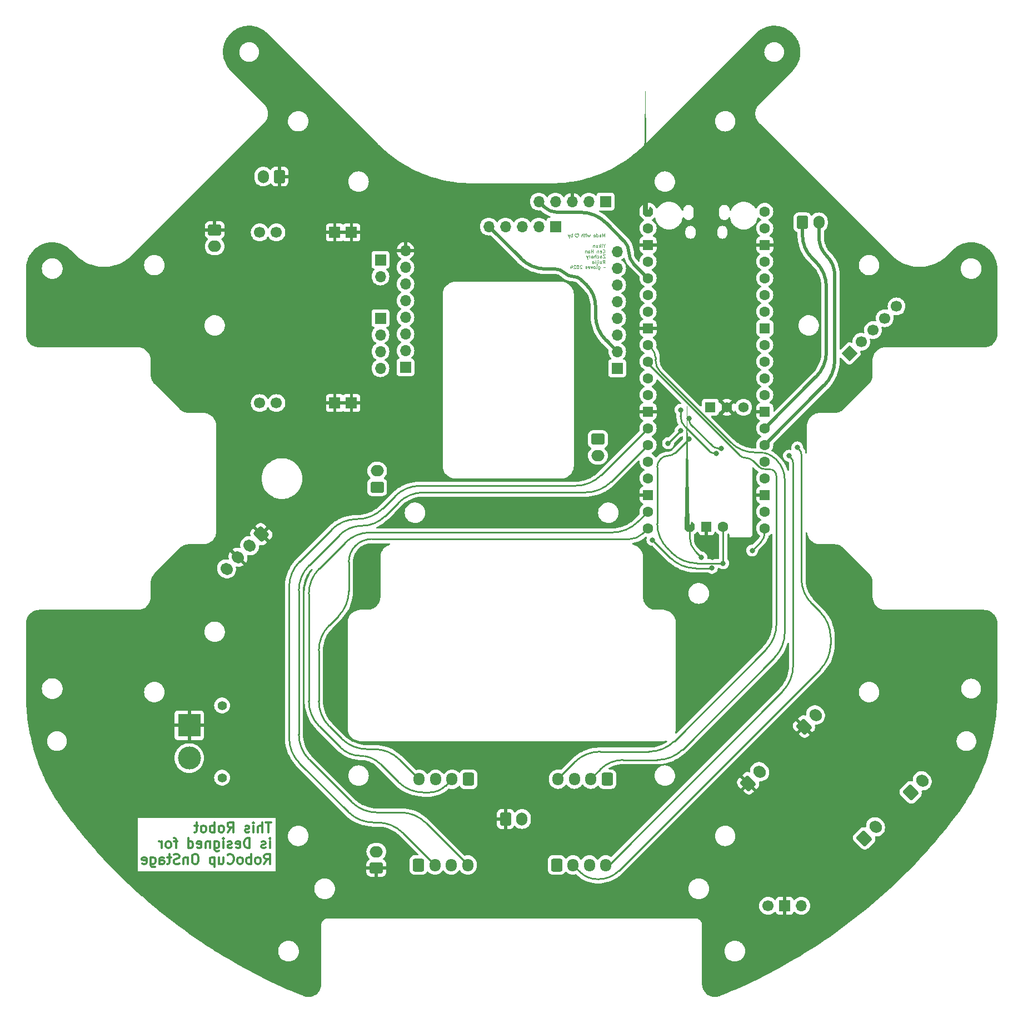
<source format=gbl>
%TF.GenerationSoftware,KiCad,Pcbnew,7.0.10*%
%TF.CreationDate,2024-01-30T15:13:43+08:00*%
%TF.ProjectId,top-rounded,746f702d-726f-4756-9e64-65642e6b6963,rev?*%
%TF.SameCoordinates,Original*%
%TF.FileFunction,Copper,L2,Bot*%
%TF.FilePolarity,Positive*%
%FSLAX46Y46*%
G04 Gerber Fmt 4.6, Leading zero omitted, Abs format (unit mm)*
G04 Created by KiCad (PCBNEW 7.0.10) date 2024-01-30 15:13:43*
%MOMM*%
%LPD*%
G01*
G04 APERTURE LIST*
G04 Aperture macros list*
%AMRoundRect*
0 Rectangle with rounded corners*
0 $1 Rounding radius*
0 $2 $3 $4 $5 $6 $7 $8 $9 X,Y pos of 4 corners*
0 Add a 4 corners polygon primitive as box body*
4,1,4,$2,$3,$4,$5,$6,$7,$8,$9,$2,$3,0*
0 Add four circle primitives for the rounded corners*
1,1,$1+$1,$2,$3*
1,1,$1+$1,$4,$5*
1,1,$1+$1,$6,$7*
1,1,$1+$1,$8,$9*
0 Add four rect primitives between the rounded corners*
20,1,$1+$1,$2,$3,$4,$5,0*
20,1,$1+$1,$4,$5,$6,$7,0*
20,1,$1+$1,$6,$7,$8,$9,0*
20,1,$1+$1,$8,$9,$2,$3,0*%
%AMHorizOval*
0 Thick line with rounded ends*
0 $1 width*
0 $2 $3 position (X,Y) of the first rounded end (center of the circle)*
0 $4 $5 position (X,Y) of the second rounded end (center of the circle)*
0 Add line between two ends*
20,1,$1,$2,$3,$4,$5,0*
0 Add two circle primitives to create the rounded ends*
1,1,$1,$2,$3*
1,1,$1,$4,$5*%
%AMRotRect*
0 Rectangle, with rotation*
0 The origin of the aperture is its center*
0 $1 length*
0 $2 width*
0 $3 Rotation angle, in degrees counterclockwise*
0 Add horizontal line*
21,1,$1,$2,0,0,$3*%
%AMFreePoly0*
4,1,58,0.281242,0.792533,0.314585,0.788777,0.324216,0.782725,0.335306,0.780194,0.361541,0.759271,0.389950,0.741421,0.741421,0.389950,0.759271,0.361541,0.780194,0.335306,0.782725,0.324216,0.788777,0.314585,0.792533,0.281242,0.800000,0.248529,0.800000,-0.248529,0.792533,-0.281242,0.788777,-0.314585,0.782725,-0.324216,0.780194,-0.335306,0.759271,-0.361541,0.741421,-0.389950,
0.389950,-0.741421,0.361541,-0.759271,0.335306,-0.780194,0.324216,-0.782725,0.314585,-0.788777,0.281242,-0.792533,0.248529,-0.800000,0.000000,-0.800000,-0.248529,-0.800000,-0.281242,-0.792533,-0.314585,-0.788777,-0.324216,-0.782725,-0.335306,-0.780194,-0.361541,-0.759271,-0.389950,-0.741421,-0.741421,-0.389950,-0.759271,-0.361541,-0.780194,-0.335306,-0.782725,-0.324216,-0.788777,-0.314585,
-0.792533,-0.281242,-0.800000,-0.248529,-0.800000,0.248529,-0.792533,0.281242,-0.788777,0.314585,-0.782725,0.324216,-0.780194,0.335306,-0.759271,0.361541,-0.741421,0.389950,-0.389950,0.741421,-0.361541,0.759271,-0.335306,0.780194,-0.324216,0.782725,-0.314585,0.788777,-0.281242,0.792533,-0.248529,0.800000,0.248529,0.800000,0.281242,0.792533,0.281242,0.792533,$1*%
G04 Aperture macros list end*
%ADD10C,0.150000*%
%TA.AperFunction,NonConductor*%
%ADD11C,0.150000*%
%TD*%
%ADD12C,0.300000*%
%TA.AperFunction,NonConductor*%
%ADD13C,0.300000*%
%TD*%
%ADD14C,0.125000*%
%TA.AperFunction,NonConductor*%
%ADD15C,0.125000*%
%TD*%
%TA.AperFunction,ComponentPad*%
%ADD16R,1.700000X1.700000*%
%TD*%
%TA.AperFunction,ComponentPad*%
%ADD17O,1.700000X1.700000*%
%TD*%
%TA.AperFunction,ComponentPad*%
%ADD18RoundRect,0.250000X0.106066X-0.954594X0.954594X-0.106066X-0.106066X0.954594X-0.954594X0.106066X0*%
%TD*%
%TA.AperFunction,ComponentPad*%
%ADD19HorizOval,1.700000X-0.106066X0.106066X0.106066X-0.106066X0*%
%TD*%
%TA.AperFunction,ComponentPad*%
%ADD20RoundRect,0.250000X0.600000X0.725000X-0.600000X0.725000X-0.600000X-0.725000X0.600000X-0.725000X0*%
%TD*%
%TA.AperFunction,ComponentPad*%
%ADD21O,1.700000X1.950000*%
%TD*%
%TA.AperFunction,ComponentPad*%
%ADD22RoundRect,0.250000X-0.600000X-0.750000X0.600000X-0.750000X0.600000X0.750000X-0.600000X0.750000X0*%
%TD*%
%TA.AperFunction,ComponentPad*%
%ADD23O,1.700000X2.000000*%
%TD*%
%TA.AperFunction,ComponentPad*%
%ADD24RoundRect,0.250000X-0.750000X0.600000X-0.750000X-0.600000X0.750000X-0.600000X0.750000X0.600000X0*%
%TD*%
%TA.AperFunction,ComponentPad*%
%ADD25O,2.000000X1.700000*%
%TD*%
%TA.AperFunction,ComponentPad*%
%ADD26C,1.700000*%
%TD*%
%TA.AperFunction,ComponentPad*%
%ADD27C,1.400000*%
%TD*%
%TA.AperFunction,ComponentPad*%
%ADD28R,3.500000X3.500000*%
%TD*%
%TA.AperFunction,ComponentPad*%
%ADD29C,3.500000*%
%TD*%
%TA.AperFunction,ComponentPad*%
%ADD30RotRect,1.700000X1.700000X135.000000*%
%TD*%
%TA.AperFunction,ComponentPad*%
%ADD31HorizOval,1.700000X0.000000X0.000000X0.000000X0.000000X0*%
%TD*%
%TA.AperFunction,ComponentPad*%
%ADD32RoundRect,0.250000X0.600000X0.750000X-0.600000X0.750000X-0.600000X-0.750000X0.600000X-0.750000X0*%
%TD*%
%TA.AperFunction,ComponentPad*%
%ADD33FreePoly0,0.000000*%
%TD*%
%TA.AperFunction,ComponentPad*%
%ADD34C,1.600000*%
%TD*%
%TA.AperFunction,ComponentPad*%
%ADD35RoundRect,0.200000X-0.600000X-0.600000X0.600000X-0.600000X0.600000X0.600000X-0.600000X0.600000X0*%
%TD*%
%TA.AperFunction,ComponentPad*%
%ADD36R,1.574800X1.574800*%
%TD*%
%TA.AperFunction,ComponentPad*%
%ADD37C,1.574800*%
%TD*%
%TA.AperFunction,ComponentPad*%
%ADD38RoundRect,0.250000X0.750000X-0.600000X0.750000X0.600000X-0.750000X0.600000X-0.750000X-0.600000X0*%
%TD*%
%TA.AperFunction,ComponentPad*%
%ADD39RoundRect,0.250000X-0.600000X-0.725000X0.600000X-0.725000X0.600000X0.725000X-0.600000X0.725000X0*%
%TD*%
%TA.AperFunction,ComponentPad*%
%ADD40RoundRect,0.250000X-0.088388X0.936916X-0.936916X0.088388X0.088388X-0.936916X0.936916X-0.088388X0*%
%TD*%
%TA.AperFunction,ComponentPad*%
%ADD41HorizOval,1.700000X-0.088388X0.088388X0.088388X-0.088388X0*%
%TD*%
%TA.AperFunction,ViaPad*%
%ADD42C,0.800000*%
%TD*%
%TA.AperFunction,Conductor*%
%ADD43C,0.500000*%
%TD*%
%TA.AperFunction,Conductor*%
%ADD44C,0.250000*%
%TD*%
G04 APERTURE END LIST*
D10*
D11*
G36*
X110088191Y-62670854D02*
G01*
X110094828Y-62671170D01*
X110101394Y-62671696D01*
X110107891Y-62672434D01*
X110114318Y-62673382D01*
X110120675Y-62674540D01*
X110126962Y-62675909D01*
X110133179Y-62677489D01*
X110139327Y-62679280D01*
X110145404Y-62681281D01*
X110151412Y-62683493D01*
X110157350Y-62685916D01*
X110163218Y-62688549D01*
X110169016Y-62691393D01*
X110174745Y-62694447D01*
X110180404Y-62697713D01*
X110185956Y-62701148D01*
X110191367Y-62704751D01*
X110196636Y-62708522D01*
X110201763Y-62712459D01*
X110206747Y-62716563D01*
X110211590Y-62720835D01*
X110216291Y-62725274D01*
X110220850Y-62729879D01*
X110225267Y-62734653D01*
X110229542Y-62739593D01*
X110233675Y-62744700D01*
X110237666Y-62749975D01*
X110241515Y-62755416D01*
X110245223Y-62761025D01*
X110248788Y-62766801D01*
X110252211Y-62772744D01*
X110255458Y-62778815D01*
X110258496Y-62785010D01*
X110261325Y-62791331D01*
X110263944Y-62797776D01*
X110266353Y-62804346D01*
X110268553Y-62811041D01*
X110270543Y-62817860D01*
X110272324Y-62824804D01*
X110273896Y-62831874D01*
X110275258Y-62839067D01*
X110276410Y-62846386D01*
X110277353Y-62853830D01*
X110278086Y-62861398D01*
X110278610Y-62869091D01*
X110278924Y-62876909D01*
X110279029Y-62884852D01*
X110278887Y-62893513D01*
X110278461Y-62902169D01*
X110277751Y-62910819D01*
X110276757Y-62919464D01*
X110275480Y-62928103D01*
X110273918Y-62936736D01*
X110272072Y-62945363D01*
X110269943Y-62953984D01*
X110267530Y-62962600D01*
X110264832Y-62971210D01*
X110261851Y-62979815D01*
X110258586Y-62988414D01*
X110255037Y-62997007D01*
X110251203Y-63005594D01*
X110247086Y-63014175D01*
X110242685Y-63022751D01*
X110238027Y-63031290D01*
X110233137Y-63039798D01*
X110228016Y-63048276D01*
X110222664Y-63056722D01*
X110217080Y-63065138D01*
X110211265Y-63073522D01*
X110205219Y-63081876D01*
X110198942Y-63090199D01*
X110192433Y-63098491D01*
X110185693Y-63106752D01*
X110178722Y-63114982D01*
X110171519Y-63123181D01*
X110164085Y-63131349D01*
X110156420Y-63139486D01*
X110148524Y-63147593D01*
X110140397Y-63155668D01*
X110132063Y-63163686D01*
X110123548Y-63171655D01*
X110119223Y-63175622D01*
X110114853Y-63179577D01*
X110110437Y-63183519D01*
X110105977Y-63187450D01*
X110101471Y-63191369D01*
X110096919Y-63195275D01*
X110092323Y-63199170D01*
X110087681Y-63203053D01*
X110082994Y-63206923D01*
X110078262Y-63210782D01*
X110073485Y-63214628D01*
X110068662Y-63218463D01*
X110063795Y-63222285D01*
X110058882Y-63226096D01*
X110053923Y-63229894D01*
X110048920Y-63233681D01*
X110043871Y-63237455D01*
X110038777Y-63241218D01*
X110033638Y-63244968D01*
X110028454Y-63248706D01*
X110023224Y-63252433D01*
X110017950Y-63256147D01*
X110012630Y-63259849D01*
X110007264Y-63263539D01*
X110001854Y-63267218D01*
X109996398Y-63270884D01*
X109990897Y-63274538D01*
X109985351Y-63278180D01*
X109982384Y-63280097D01*
X109977190Y-63283330D01*
X109971997Y-63286408D01*
X109966804Y-63289332D01*
X109961611Y-63292102D01*
X109958691Y-63293545D01*
X109953141Y-63295853D01*
X109947357Y-63297530D01*
X109940948Y-63298257D01*
X109938167Y-63298107D01*
X109932134Y-63296905D01*
X109926165Y-63294795D01*
X109920431Y-63292102D01*
X109917468Y-63290538D01*
X109912305Y-63287680D01*
X109907170Y-63284668D01*
X109902063Y-63281501D01*
X109896984Y-63278180D01*
X109891438Y-63274538D01*
X109885937Y-63270884D01*
X109880480Y-63267218D01*
X109875069Y-63263539D01*
X109869702Y-63259849D01*
X109864381Y-63256147D01*
X109859104Y-63252433D01*
X109853872Y-63248706D01*
X109848685Y-63244968D01*
X109843544Y-63241218D01*
X109838447Y-63237455D01*
X109833395Y-63233681D01*
X109828388Y-63229894D01*
X109823426Y-63226096D01*
X109818508Y-63222285D01*
X109813636Y-63218463D01*
X109808809Y-63214628D01*
X109804027Y-63210782D01*
X109799289Y-63206923D01*
X109794597Y-63203053D01*
X109789949Y-63199170D01*
X109785347Y-63195275D01*
X109780789Y-63191369D01*
X109776276Y-63187450D01*
X109771808Y-63183519D01*
X109767386Y-63179577D01*
X109763008Y-63175622D01*
X109758675Y-63171655D01*
X109750144Y-63163686D01*
X109741792Y-63155668D01*
X109733648Y-63147593D01*
X109725736Y-63139486D01*
X109718059Y-63131349D01*
X109710615Y-63123181D01*
X109703404Y-63114982D01*
X109696427Y-63106752D01*
X109689684Y-63098491D01*
X109683174Y-63090199D01*
X109676898Y-63081876D01*
X109670855Y-63073522D01*
X109665046Y-63065138D01*
X109659470Y-63056722D01*
X109654128Y-63048276D01*
X109649020Y-63039798D01*
X109644145Y-63031290D01*
X109639503Y-63022751D01*
X109635120Y-63014175D01*
X109631020Y-63005594D01*
X109627202Y-62997007D01*
X109623667Y-62988414D01*
X109620415Y-62979815D01*
X109617446Y-62971210D01*
X109614759Y-62962600D01*
X109612356Y-62953984D01*
X109610235Y-62945363D01*
X109608397Y-62936736D01*
X109606841Y-62928103D01*
X109605569Y-62919464D01*
X109604579Y-62910819D01*
X109603872Y-62902169D01*
X109603448Y-62893513D01*
X109603307Y-62884852D01*
X109603317Y-62884119D01*
X109697682Y-62884119D01*
X109697753Y-62888892D01*
X109698126Y-62896090D01*
X109698818Y-62903335D01*
X109699829Y-62910626D01*
X109701160Y-62917963D01*
X109702811Y-62925347D01*
X109704780Y-62932777D01*
X109707069Y-62940253D01*
X109709678Y-62947776D01*
X109712606Y-62955345D01*
X109715854Y-62962960D01*
X109719360Y-62970598D01*
X109723118Y-62978233D01*
X109727129Y-62985865D01*
X109731392Y-62993495D01*
X109734375Y-62998580D01*
X109737469Y-63003663D01*
X109740676Y-63008746D01*
X109743995Y-63013828D01*
X109747426Y-63018908D01*
X109750970Y-63023988D01*
X109754625Y-63029066D01*
X109758393Y-63034143D01*
X109762273Y-63039219D01*
X109766265Y-63044293D01*
X109770339Y-63049358D01*
X109774499Y-63054405D01*
X109778747Y-63059433D01*
X109783081Y-63064443D01*
X109787503Y-63069435D01*
X109792012Y-63074408D01*
X109796607Y-63079364D01*
X109801290Y-63084300D01*
X109806059Y-63089219D01*
X109810916Y-63094119D01*
X109815860Y-63099001D01*
X109820890Y-63103864D01*
X109826008Y-63108709D01*
X109831213Y-63113536D01*
X109836504Y-63118345D01*
X109841883Y-63123135D01*
X109847315Y-63127880D01*
X109852805Y-63132589D01*
X109858352Y-63137263D01*
X109863956Y-63141902D01*
X109869618Y-63146505D01*
X109875337Y-63151072D01*
X109881113Y-63155604D01*
X109886946Y-63160101D01*
X109892836Y-63164562D01*
X109898784Y-63168988D01*
X109904789Y-63173378D01*
X109910851Y-63177732D01*
X109916970Y-63182051D01*
X109923147Y-63186335D01*
X109929381Y-63190583D01*
X109935672Y-63194796D01*
X109941094Y-63197727D01*
X109941252Y-63197715D01*
X109946370Y-63194796D01*
X109952662Y-63190583D01*
X109958897Y-63186335D01*
X109965077Y-63182051D01*
X109971200Y-63177732D01*
X109977268Y-63173378D01*
X109983279Y-63168988D01*
X109989234Y-63164562D01*
X109995133Y-63160101D01*
X110000976Y-63155604D01*
X110006763Y-63151072D01*
X110012494Y-63146505D01*
X110018168Y-63141902D01*
X110023787Y-63137263D01*
X110029349Y-63132589D01*
X110034856Y-63127880D01*
X110040306Y-63123135D01*
X110045686Y-63118345D01*
X110050981Y-63113536D01*
X110056191Y-63108709D01*
X110061317Y-63103864D01*
X110066358Y-63099001D01*
X110071314Y-63094119D01*
X110076186Y-63089219D01*
X110080972Y-63084300D01*
X110085674Y-63079364D01*
X110090292Y-63074408D01*
X110094824Y-63069435D01*
X110099272Y-63064443D01*
X110103635Y-63059433D01*
X110107914Y-63054405D01*
X110112108Y-63049358D01*
X110116217Y-63044293D01*
X110120209Y-63039219D01*
X110124091Y-63034143D01*
X110127862Y-63029066D01*
X110131521Y-63023988D01*
X110135070Y-63018908D01*
X110138508Y-63013828D01*
X110141834Y-63008746D01*
X110145049Y-63003663D01*
X110148154Y-62998580D01*
X110151147Y-62993495D01*
X110155429Y-62985865D01*
X110159461Y-62978233D01*
X110163243Y-62970598D01*
X110166775Y-62962960D01*
X110168958Y-62957878D01*
X110171968Y-62950294D01*
X110174661Y-62942755D01*
X110177037Y-62935264D01*
X110179097Y-62927818D01*
X110180839Y-62920419D01*
X110182265Y-62913066D01*
X110183374Y-62905760D01*
X110184166Y-62898500D01*
X110184641Y-62891286D01*
X110184800Y-62884119D01*
X110184740Y-62879575D01*
X110184428Y-62872895D01*
X110183847Y-62866378D01*
X110182999Y-62860022D01*
X110181883Y-62853829D01*
X110180499Y-62847798D01*
X110178846Y-62841930D01*
X110176927Y-62836223D01*
X110174739Y-62830679D01*
X110172283Y-62825298D01*
X110169559Y-62820078D01*
X110165580Y-62813381D01*
X110161261Y-62807063D01*
X110156604Y-62801126D01*
X110151607Y-62795569D01*
X110146272Y-62790391D01*
X110140598Y-62785594D01*
X110134585Y-62781177D01*
X110128233Y-62777140D01*
X110124947Y-62775277D01*
X110118225Y-62771911D01*
X110111300Y-62769026D01*
X110104175Y-62766622D01*
X110096847Y-62764698D01*
X110089319Y-62763256D01*
X110081588Y-62762294D01*
X110075658Y-62761888D01*
X110069615Y-62761753D01*
X110063069Y-62761888D01*
X110056765Y-62762294D01*
X110050704Y-62762969D01*
X110043469Y-62764193D01*
X110036613Y-62765840D01*
X110030137Y-62767909D01*
X110024039Y-62770399D01*
X110021680Y-62771498D01*
X110015978Y-62774399D01*
X110010555Y-62777523D01*
X110005411Y-62780868D01*
X110000546Y-62784435D01*
X109995960Y-62788224D01*
X109991653Y-62792235D01*
X109990001Y-62793867D01*
X109985232Y-62798783D01*
X109980741Y-62803731D01*
X109976529Y-62808710D01*
X109972594Y-62813719D01*
X109968938Y-62818759D01*
X109968481Y-62819395D01*
X109964459Y-62824613D01*
X109960180Y-62829350D01*
X109955309Y-62833561D01*
X109952845Y-62835104D01*
X109947187Y-62837354D01*
X109941094Y-62838103D01*
X109938194Y-62837944D01*
X109932369Y-62836502D01*
X109927173Y-62833561D01*
X109925643Y-62832336D01*
X109921153Y-62828046D01*
X109917171Y-62823531D01*
X109913397Y-62818759D01*
X109912104Y-62817076D01*
X109908094Y-62812046D01*
X109903888Y-62807047D01*
X109899487Y-62802078D01*
X109894890Y-62797141D01*
X109890096Y-62792235D01*
X109888426Y-62790604D01*
X109884053Y-62786682D01*
X109879401Y-62782982D01*
X109874470Y-62779503D01*
X109869260Y-62776247D01*
X109863771Y-62773212D01*
X109858003Y-62770399D01*
X109856814Y-62769867D01*
X109850641Y-62767461D01*
X109844088Y-62765477D01*
X109837157Y-62763915D01*
X109831339Y-62762969D01*
X109825278Y-62762294D01*
X109818974Y-62761888D01*
X109812427Y-62761753D01*
X109808333Y-62761813D01*
X109802295Y-62762129D01*
X109796381Y-62762715D01*
X109788687Y-62763917D01*
X109781213Y-62765600D01*
X109773959Y-62767764D01*
X109766925Y-62770409D01*
X109760110Y-62773534D01*
X109753516Y-62777140D01*
X109747203Y-62781177D01*
X109741234Y-62785594D01*
X109735608Y-62790391D01*
X109730325Y-62795569D01*
X109725386Y-62801126D01*
X109720790Y-62807063D01*
X109716538Y-62813381D01*
X109712630Y-62820078D01*
X109710820Y-62823540D01*
X109708323Y-62828868D01*
X109706090Y-62834357D01*
X109704119Y-62840010D01*
X109702412Y-62845824D01*
X109700966Y-62851801D01*
X109699784Y-62857940D01*
X109698864Y-62864241D01*
X109698207Y-62870705D01*
X109697813Y-62877331D01*
X109697682Y-62884119D01*
X109603317Y-62884119D01*
X109603411Y-62876909D01*
X109603726Y-62869091D01*
X109604249Y-62861398D01*
X109604983Y-62853830D01*
X109605925Y-62846386D01*
X109607078Y-62839067D01*
X109608440Y-62831874D01*
X109610011Y-62824804D01*
X109611792Y-62817860D01*
X109613782Y-62811041D01*
X109615982Y-62804346D01*
X109618392Y-62797776D01*
X109621011Y-62791331D01*
X109623839Y-62785010D01*
X109626877Y-62778815D01*
X109630124Y-62772744D01*
X109633530Y-62766801D01*
X109637078Y-62761025D01*
X109640770Y-62755416D01*
X109644605Y-62749975D01*
X109648583Y-62744700D01*
X109652704Y-62739593D01*
X109656968Y-62734653D01*
X109661375Y-62729879D01*
X109665926Y-62725274D01*
X109670619Y-62720835D01*
X109675456Y-62716563D01*
X109680435Y-62712459D01*
X109685558Y-62708522D01*
X109690824Y-62704751D01*
X109696233Y-62701148D01*
X109701785Y-62697713D01*
X109707444Y-62694447D01*
X109713175Y-62691393D01*
X109718976Y-62688549D01*
X109724848Y-62685916D01*
X109730791Y-62683493D01*
X109736805Y-62681281D01*
X109742890Y-62679280D01*
X109749046Y-62677489D01*
X109755273Y-62675909D01*
X109761571Y-62674540D01*
X109767940Y-62673382D01*
X109774380Y-62672434D01*
X109780891Y-62671696D01*
X109787473Y-62671170D01*
X109794126Y-62670854D01*
X109800850Y-62670748D01*
X109803878Y-62670767D01*
X109809854Y-62670913D01*
X109815725Y-62671206D01*
X109824334Y-62671921D01*
X109832706Y-62672965D01*
X109840841Y-62674339D01*
X109848739Y-62676042D01*
X109856400Y-62678076D01*
X109863824Y-62680439D01*
X109871011Y-62683131D01*
X109877961Y-62686154D01*
X109884674Y-62689506D01*
X109888999Y-62691875D01*
X109895287Y-62695587D01*
X109901335Y-62699490D01*
X109907143Y-62703583D01*
X109912712Y-62707867D01*
X109918041Y-62712341D01*
X109923131Y-62717006D01*
X109927981Y-62721862D01*
X109932592Y-62726908D01*
X109936963Y-62732145D01*
X109941094Y-62737573D01*
X109943805Y-62733934D01*
X109948075Y-62728633D01*
X109952589Y-62723523D01*
X109957348Y-62718604D01*
X109962352Y-62713875D01*
X109967601Y-62709337D01*
X109973094Y-62704990D01*
X109978832Y-62700833D01*
X109984815Y-62696867D01*
X109991042Y-62693091D01*
X109997515Y-62689506D01*
X109999726Y-62688352D01*
X110006520Y-62685110D01*
X110013554Y-62682197D01*
X110020827Y-62679614D01*
X110028340Y-62677361D01*
X110036093Y-62675438D01*
X110044085Y-62673844D01*
X110052316Y-62672580D01*
X110060787Y-62671646D01*
X110069498Y-62671041D01*
X110075438Y-62670822D01*
X110081485Y-62670748D01*
X110088191Y-62670854D01*
G37*
D12*
D13*
X63362974Y-152373228D02*
X62505832Y-152373228D01*
X62934403Y-153873228D02*
X62934403Y-152373228D01*
X62005832Y-153873228D02*
X62005832Y-152373228D01*
X61362975Y-153873228D02*
X61362975Y-153087514D01*
X61362975Y-153087514D02*
X61434403Y-152944657D01*
X61434403Y-152944657D02*
X61577260Y-152873228D01*
X61577260Y-152873228D02*
X61791546Y-152873228D01*
X61791546Y-152873228D02*
X61934403Y-152944657D01*
X61934403Y-152944657D02*
X62005832Y-153016085D01*
X60648689Y-153873228D02*
X60648689Y-152873228D01*
X60648689Y-152373228D02*
X60720117Y-152444657D01*
X60720117Y-152444657D02*
X60648689Y-152516085D01*
X60648689Y-152516085D02*
X60577260Y-152444657D01*
X60577260Y-152444657D02*
X60648689Y-152373228D01*
X60648689Y-152373228D02*
X60648689Y-152516085D01*
X60005831Y-153801800D02*
X59862974Y-153873228D01*
X59862974Y-153873228D02*
X59577260Y-153873228D01*
X59577260Y-153873228D02*
X59434403Y-153801800D01*
X59434403Y-153801800D02*
X59362974Y-153658942D01*
X59362974Y-153658942D02*
X59362974Y-153587514D01*
X59362974Y-153587514D02*
X59434403Y-153444657D01*
X59434403Y-153444657D02*
X59577260Y-153373228D01*
X59577260Y-153373228D02*
X59791546Y-153373228D01*
X59791546Y-153373228D02*
X59934403Y-153301800D01*
X59934403Y-153301800D02*
X60005831Y-153158942D01*
X60005831Y-153158942D02*
X60005831Y-153087514D01*
X60005831Y-153087514D02*
X59934403Y-152944657D01*
X59934403Y-152944657D02*
X59791546Y-152873228D01*
X59791546Y-152873228D02*
X59577260Y-152873228D01*
X59577260Y-152873228D02*
X59434403Y-152944657D01*
X56720117Y-153873228D02*
X57220117Y-153158942D01*
X57577260Y-153873228D02*
X57577260Y-152373228D01*
X57577260Y-152373228D02*
X57005831Y-152373228D01*
X57005831Y-152373228D02*
X56862974Y-152444657D01*
X56862974Y-152444657D02*
X56791545Y-152516085D01*
X56791545Y-152516085D02*
X56720117Y-152658942D01*
X56720117Y-152658942D02*
X56720117Y-152873228D01*
X56720117Y-152873228D02*
X56791545Y-153016085D01*
X56791545Y-153016085D02*
X56862974Y-153087514D01*
X56862974Y-153087514D02*
X57005831Y-153158942D01*
X57005831Y-153158942D02*
X57577260Y-153158942D01*
X55862974Y-153873228D02*
X56005831Y-153801800D01*
X56005831Y-153801800D02*
X56077260Y-153730371D01*
X56077260Y-153730371D02*
X56148688Y-153587514D01*
X56148688Y-153587514D02*
X56148688Y-153158942D01*
X56148688Y-153158942D02*
X56077260Y-153016085D01*
X56077260Y-153016085D02*
X56005831Y-152944657D01*
X56005831Y-152944657D02*
X55862974Y-152873228D01*
X55862974Y-152873228D02*
X55648688Y-152873228D01*
X55648688Y-152873228D02*
X55505831Y-152944657D01*
X55505831Y-152944657D02*
X55434403Y-153016085D01*
X55434403Y-153016085D02*
X55362974Y-153158942D01*
X55362974Y-153158942D02*
X55362974Y-153587514D01*
X55362974Y-153587514D02*
X55434403Y-153730371D01*
X55434403Y-153730371D02*
X55505831Y-153801800D01*
X55505831Y-153801800D02*
X55648688Y-153873228D01*
X55648688Y-153873228D02*
X55862974Y-153873228D01*
X54720117Y-153873228D02*
X54720117Y-152373228D01*
X54720117Y-152944657D02*
X54577260Y-152873228D01*
X54577260Y-152873228D02*
X54291545Y-152873228D01*
X54291545Y-152873228D02*
X54148688Y-152944657D01*
X54148688Y-152944657D02*
X54077260Y-153016085D01*
X54077260Y-153016085D02*
X54005831Y-153158942D01*
X54005831Y-153158942D02*
X54005831Y-153587514D01*
X54005831Y-153587514D02*
X54077260Y-153730371D01*
X54077260Y-153730371D02*
X54148688Y-153801800D01*
X54148688Y-153801800D02*
X54291545Y-153873228D01*
X54291545Y-153873228D02*
X54577260Y-153873228D01*
X54577260Y-153873228D02*
X54720117Y-153801800D01*
X53148688Y-153873228D02*
X53291545Y-153801800D01*
X53291545Y-153801800D02*
X53362974Y-153730371D01*
X53362974Y-153730371D02*
X53434402Y-153587514D01*
X53434402Y-153587514D02*
X53434402Y-153158942D01*
X53434402Y-153158942D02*
X53362974Y-153016085D01*
X53362974Y-153016085D02*
X53291545Y-152944657D01*
X53291545Y-152944657D02*
X53148688Y-152873228D01*
X53148688Y-152873228D02*
X52934402Y-152873228D01*
X52934402Y-152873228D02*
X52791545Y-152944657D01*
X52791545Y-152944657D02*
X52720117Y-153016085D01*
X52720117Y-153016085D02*
X52648688Y-153158942D01*
X52648688Y-153158942D02*
X52648688Y-153587514D01*
X52648688Y-153587514D02*
X52720117Y-153730371D01*
X52720117Y-153730371D02*
X52791545Y-153801800D01*
X52791545Y-153801800D02*
X52934402Y-153873228D01*
X52934402Y-153873228D02*
X53148688Y-153873228D01*
X52220116Y-152873228D02*
X51648688Y-152873228D01*
X52005831Y-152373228D02*
X52005831Y-153658942D01*
X52005831Y-153658942D02*
X51934402Y-153801800D01*
X51934402Y-153801800D02*
X51791545Y-153873228D01*
X51791545Y-153873228D02*
X51648688Y-153873228D01*
X63148689Y-156288228D02*
X63148689Y-155288228D01*
X63148689Y-154788228D02*
X63220117Y-154859657D01*
X63220117Y-154859657D02*
X63148689Y-154931085D01*
X63148689Y-154931085D02*
X63077260Y-154859657D01*
X63077260Y-154859657D02*
X63148689Y-154788228D01*
X63148689Y-154788228D02*
X63148689Y-154931085D01*
X62505831Y-156216800D02*
X62362974Y-156288228D01*
X62362974Y-156288228D02*
X62077260Y-156288228D01*
X62077260Y-156288228D02*
X61934403Y-156216800D01*
X61934403Y-156216800D02*
X61862974Y-156073942D01*
X61862974Y-156073942D02*
X61862974Y-156002514D01*
X61862974Y-156002514D02*
X61934403Y-155859657D01*
X61934403Y-155859657D02*
X62077260Y-155788228D01*
X62077260Y-155788228D02*
X62291546Y-155788228D01*
X62291546Y-155788228D02*
X62434403Y-155716800D01*
X62434403Y-155716800D02*
X62505831Y-155573942D01*
X62505831Y-155573942D02*
X62505831Y-155502514D01*
X62505831Y-155502514D02*
X62434403Y-155359657D01*
X62434403Y-155359657D02*
X62291546Y-155288228D01*
X62291546Y-155288228D02*
X62077260Y-155288228D01*
X62077260Y-155288228D02*
X61934403Y-155359657D01*
X60077260Y-156288228D02*
X60077260Y-154788228D01*
X60077260Y-154788228D02*
X59720117Y-154788228D01*
X59720117Y-154788228D02*
X59505831Y-154859657D01*
X59505831Y-154859657D02*
X59362974Y-155002514D01*
X59362974Y-155002514D02*
X59291545Y-155145371D01*
X59291545Y-155145371D02*
X59220117Y-155431085D01*
X59220117Y-155431085D02*
X59220117Y-155645371D01*
X59220117Y-155645371D02*
X59291545Y-155931085D01*
X59291545Y-155931085D02*
X59362974Y-156073942D01*
X59362974Y-156073942D02*
X59505831Y-156216800D01*
X59505831Y-156216800D02*
X59720117Y-156288228D01*
X59720117Y-156288228D02*
X60077260Y-156288228D01*
X58005831Y-156216800D02*
X58148688Y-156288228D01*
X58148688Y-156288228D02*
X58434403Y-156288228D01*
X58434403Y-156288228D02*
X58577260Y-156216800D01*
X58577260Y-156216800D02*
X58648688Y-156073942D01*
X58648688Y-156073942D02*
X58648688Y-155502514D01*
X58648688Y-155502514D02*
X58577260Y-155359657D01*
X58577260Y-155359657D02*
X58434403Y-155288228D01*
X58434403Y-155288228D02*
X58148688Y-155288228D01*
X58148688Y-155288228D02*
X58005831Y-155359657D01*
X58005831Y-155359657D02*
X57934403Y-155502514D01*
X57934403Y-155502514D02*
X57934403Y-155645371D01*
X57934403Y-155645371D02*
X58648688Y-155788228D01*
X57362974Y-156216800D02*
X57220117Y-156288228D01*
X57220117Y-156288228D02*
X56934403Y-156288228D01*
X56934403Y-156288228D02*
X56791546Y-156216800D01*
X56791546Y-156216800D02*
X56720117Y-156073942D01*
X56720117Y-156073942D02*
X56720117Y-156002514D01*
X56720117Y-156002514D02*
X56791546Y-155859657D01*
X56791546Y-155859657D02*
X56934403Y-155788228D01*
X56934403Y-155788228D02*
X57148689Y-155788228D01*
X57148689Y-155788228D02*
X57291546Y-155716800D01*
X57291546Y-155716800D02*
X57362974Y-155573942D01*
X57362974Y-155573942D02*
X57362974Y-155502514D01*
X57362974Y-155502514D02*
X57291546Y-155359657D01*
X57291546Y-155359657D02*
X57148689Y-155288228D01*
X57148689Y-155288228D02*
X56934403Y-155288228D01*
X56934403Y-155288228D02*
X56791546Y-155359657D01*
X56077260Y-156288228D02*
X56077260Y-155288228D01*
X56077260Y-154788228D02*
X56148688Y-154859657D01*
X56148688Y-154859657D02*
X56077260Y-154931085D01*
X56077260Y-154931085D02*
X56005831Y-154859657D01*
X56005831Y-154859657D02*
X56077260Y-154788228D01*
X56077260Y-154788228D02*
X56077260Y-154931085D01*
X54720117Y-155288228D02*
X54720117Y-156502514D01*
X54720117Y-156502514D02*
X54791545Y-156645371D01*
X54791545Y-156645371D02*
X54862974Y-156716800D01*
X54862974Y-156716800D02*
X55005831Y-156788228D01*
X55005831Y-156788228D02*
X55220117Y-156788228D01*
X55220117Y-156788228D02*
X55362974Y-156716800D01*
X54720117Y-156216800D02*
X54862974Y-156288228D01*
X54862974Y-156288228D02*
X55148688Y-156288228D01*
X55148688Y-156288228D02*
X55291545Y-156216800D01*
X55291545Y-156216800D02*
X55362974Y-156145371D01*
X55362974Y-156145371D02*
X55434402Y-156002514D01*
X55434402Y-156002514D02*
X55434402Y-155573942D01*
X55434402Y-155573942D02*
X55362974Y-155431085D01*
X55362974Y-155431085D02*
X55291545Y-155359657D01*
X55291545Y-155359657D02*
X55148688Y-155288228D01*
X55148688Y-155288228D02*
X54862974Y-155288228D01*
X54862974Y-155288228D02*
X54720117Y-155359657D01*
X54005831Y-155288228D02*
X54005831Y-156288228D01*
X54005831Y-155431085D02*
X53934402Y-155359657D01*
X53934402Y-155359657D02*
X53791545Y-155288228D01*
X53791545Y-155288228D02*
X53577259Y-155288228D01*
X53577259Y-155288228D02*
X53434402Y-155359657D01*
X53434402Y-155359657D02*
X53362974Y-155502514D01*
X53362974Y-155502514D02*
X53362974Y-156288228D01*
X52077259Y-156216800D02*
X52220116Y-156288228D01*
X52220116Y-156288228D02*
X52505831Y-156288228D01*
X52505831Y-156288228D02*
X52648688Y-156216800D01*
X52648688Y-156216800D02*
X52720116Y-156073942D01*
X52720116Y-156073942D02*
X52720116Y-155502514D01*
X52720116Y-155502514D02*
X52648688Y-155359657D01*
X52648688Y-155359657D02*
X52505831Y-155288228D01*
X52505831Y-155288228D02*
X52220116Y-155288228D01*
X52220116Y-155288228D02*
X52077259Y-155359657D01*
X52077259Y-155359657D02*
X52005831Y-155502514D01*
X52005831Y-155502514D02*
X52005831Y-155645371D01*
X52005831Y-155645371D02*
X52720116Y-155788228D01*
X50720117Y-156288228D02*
X50720117Y-154788228D01*
X50720117Y-156216800D02*
X50862974Y-156288228D01*
X50862974Y-156288228D02*
X51148688Y-156288228D01*
X51148688Y-156288228D02*
X51291545Y-156216800D01*
X51291545Y-156216800D02*
X51362974Y-156145371D01*
X51362974Y-156145371D02*
X51434402Y-156002514D01*
X51434402Y-156002514D02*
X51434402Y-155573942D01*
X51434402Y-155573942D02*
X51362974Y-155431085D01*
X51362974Y-155431085D02*
X51291545Y-155359657D01*
X51291545Y-155359657D02*
X51148688Y-155288228D01*
X51148688Y-155288228D02*
X50862974Y-155288228D01*
X50862974Y-155288228D02*
X50720117Y-155359657D01*
X49077259Y-155288228D02*
X48505831Y-155288228D01*
X48862974Y-156288228D02*
X48862974Y-155002514D01*
X48862974Y-155002514D02*
X48791545Y-154859657D01*
X48791545Y-154859657D02*
X48648688Y-154788228D01*
X48648688Y-154788228D02*
X48505831Y-154788228D01*
X47791545Y-156288228D02*
X47934402Y-156216800D01*
X47934402Y-156216800D02*
X48005831Y-156145371D01*
X48005831Y-156145371D02*
X48077259Y-156002514D01*
X48077259Y-156002514D02*
X48077259Y-155573942D01*
X48077259Y-155573942D02*
X48005831Y-155431085D01*
X48005831Y-155431085D02*
X47934402Y-155359657D01*
X47934402Y-155359657D02*
X47791545Y-155288228D01*
X47791545Y-155288228D02*
X47577259Y-155288228D01*
X47577259Y-155288228D02*
X47434402Y-155359657D01*
X47434402Y-155359657D02*
X47362974Y-155431085D01*
X47362974Y-155431085D02*
X47291545Y-155573942D01*
X47291545Y-155573942D02*
X47291545Y-156002514D01*
X47291545Y-156002514D02*
X47362974Y-156145371D01*
X47362974Y-156145371D02*
X47434402Y-156216800D01*
X47434402Y-156216800D02*
X47577259Y-156288228D01*
X47577259Y-156288228D02*
X47791545Y-156288228D01*
X46648688Y-156288228D02*
X46648688Y-155288228D01*
X46648688Y-155573942D02*
X46577259Y-155431085D01*
X46577259Y-155431085D02*
X46505831Y-155359657D01*
X46505831Y-155359657D02*
X46362973Y-155288228D01*
X46362973Y-155288228D02*
X46220116Y-155288228D01*
X62291546Y-158703228D02*
X62791546Y-157988942D01*
X63148689Y-158703228D02*
X63148689Y-157203228D01*
X63148689Y-157203228D02*
X62577260Y-157203228D01*
X62577260Y-157203228D02*
X62434403Y-157274657D01*
X62434403Y-157274657D02*
X62362974Y-157346085D01*
X62362974Y-157346085D02*
X62291546Y-157488942D01*
X62291546Y-157488942D02*
X62291546Y-157703228D01*
X62291546Y-157703228D02*
X62362974Y-157846085D01*
X62362974Y-157846085D02*
X62434403Y-157917514D01*
X62434403Y-157917514D02*
X62577260Y-157988942D01*
X62577260Y-157988942D02*
X63148689Y-157988942D01*
X61434403Y-158703228D02*
X61577260Y-158631800D01*
X61577260Y-158631800D02*
X61648689Y-158560371D01*
X61648689Y-158560371D02*
X61720117Y-158417514D01*
X61720117Y-158417514D02*
X61720117Y-157988942D01*
X61720117Y-157988942D02*
X61648689Y-157846085D01*
X61648689Y-157846085D02*
X61577260Y-157774657D01*
X61577260Y-157774657D02*
X61434403Y-157703228D01*
X61434403Y-157703228D02*
X61220117Y-157703228D01*
X61220117Y-157703228D02*
X61077260Y-157774657D01*
X61077260Y-157774657D02*
X61005832Y-157846085D01*
X61005832Y-157846085D02*
X60934403Y-157988942D01*
X60934403Y-157988942D02*
X60934403Y-158417514D01*
X60934403Y-158417514D02*
X61005832Y-158560371D01*
X61005832Y-158560371D02*
X61077260Y-158631800D01*
X61077260Y-158631800D02*
X61220117Y-158703228D01*
X61220117Y-158703228D02*
X61434403Y-158703228D01*
X60291546Y-158703228D02*
X60291546Y-157203228D01*
X60291546Y-157774657D02*
X60148689Y-157703228D01*
X60148689Y-157703228D02*
X59862974Y-157703228D01*
X59862974Y-157703228D02*
X59720117Y-157774657D01*
X59720117Y-157774657D02*
X59648689Y-157846085D01*
X59648689Y-157846085D02*
X59577260Y-157988942D01*
X59577260Y-157988942D02*
X59577260Y-158417514D01*
X59577260Y-158417514D02*
X59648689Y-158560371D01*
X59648689Y-158560371D02*
X59720117Y-158631800D01*
X59720117Y-158631800D02*
X59862974Y-158703228D01*
X59862974Y-158703228D02*
X60148689Y-158703228D01*
X60148689Y-158703228D02*
X60291546Y-158631800D01*
X58720117Y-158703228D02*
X58862974Y-158631800D01*
X58862974Y-158631800D02*
X58934403Y-158560371D01*
X58934403Y-158560371D02*
X59005831Y-158417514D01*
X59005831Y-158417514D02*
X59005831Y-157988942D01*
X59005831Y-157988942D02*
X58934403Y-157846085D01*
X58934403Y-157846085D02*
X58862974Y-157774657D01*
X58862974Y-157774657D02*
X58720117Y-157703228D01*
X58720117Y-157703228D02*
X58505831Y-157703228D01*
X58505831Y-157703228D02*
X58362974Y-157774657D01*
X58362974Y-157774657D02*
X58291546Y-157846085D01*
X58291546Y-157846085D02*
X58220117Y-157988942D01*
X58220117Y-157988942D02*
X58220117Y-158417514D01*
X58220117Y-158417514D02*
X58291546Y-158560371D01*
X58291546Y-158560371D02*
X58362974Y-158631800D01*
X58362974Y-158631800D02*
X58505831Y-158703228D01*
X58505831Y-158703228D02*
X58720117Y-158703228D01*
X56720117Y-158560371D02*
X56791545Y-158631800D01*
X56791545Y-158631800D02*
X57005831Y-158703228D01*
X57005831Y-158703228D02*
X57148688Y-158703228D01*
X57148688Y-158703228D02*
X57362974Y-158631800D01*
X57362974Y-158631800D02*
X57505831Y-158488942D01*
X57505831Y-158488942D02*
X57577260Y-158346085D01*
X57577260Y-158346085D02*
X57648688Y-158060371D01*
X57648688Y-158060371D02*
X57648688Y-157846085D01*
X57648688Y-157846085D02*
X57577260Y-157560371D01*
X57577260Y-157560371D02*
X57505831Y-157417514D01*
X57505831Y-157417514D02*
X57362974Y-157274657D01*
X57362974Y-157274657D02*
X57148688Y-157203228D01*
X57148688Y-157203228D02*
X57005831Y-157203228D01*
X57005831Y-157203228D02*
X56791545Y-157274657D01*
X56791545Y-157274657D02*
X56720117Y-157346085D01*
X55434403Y-157703228D02*
X55434403Y-158703228D01*
X56077260Y-157703228D02*
X56077260Y-158488942D01*
X56077260Y-158488942D02*
X56005831Y-158631800D01*
X56005831Y-158631800D02*
X55862974Y-158703228D01*
X55862974Y-158703228D02*
X55648688Y-158703228D01*
X55648688Y-158703228D02*
X55505831Y-158631800D01*
X55505831Y-158631800D02*
X55434403Y-158560371D01*
X54720117Y-157703228D02*
X54720117Y-159203228D01*
X54720117Y-157774657D02*
X54577260Y-157703228D01*
X54577260Y-157703228D02*
X54291545Y-157703228D01*
X54291545Y-157703228D02*
X54148688Y-157774657D01*
X54148688Y-157774657D02*
X54077260Y-157846085D01*
X54077260Y-157846085D02*
X54005831Y-157988942D01*
X54005831Y-157988942D02*
X54005831Y-158417514D01*
X54005831Y-158417514D02*
X54077260Y-158560371D01*
X54077260Y-158560371D02*
X54148688Y-158631800D01*
X54148688Y-158631800D02*
X54291545Y-158703228D01*
X54291545Y-158703228D02*
X54577260Y-158703228D01*
X54577260Y-158703228D02*
X54720117Y-158631800D01*
X51934402Y-157203228D02*
X51648688Y-157203228D01*
X51648688Y-157203228D02*
X51505831Y-157274657D01*
X51505831Y-157274657D02*
X51362974Y-157417514D01*
X51362974Y-157417514D02*
X51291545Y-157703228D01*
X51291545Y-157703228D02*
X51291545Y-158203228D01*
X51291545Y-158203228D02*
X51362974Y-158488942D01*
X51362974Y-158488942D02*
X51505831Y-158631800D01*
X51505831Y-158631800D02*
X51648688Y-158703228D01*
X51648688Y-158703228D02*
X51934402Y-158703228D01*
X51934402Y-158703228D02*
X52077260Y-158631800D01*
X52077260Y-158631800D02*
X52220117Y-158488942D01*
X52220117Y-158488942D02*
X52291545Y-158203228D01*
X52291545Y-158203228D02*
X52291545Y-157703228D01*
X52291545Y-157703228D02*
X52220117Y-157417514D01*
X52220117Y-157417514D02*
X52077260Y-157274657D01*
X52077260Y-157274657D02*
X51934402Y-157203228D01*
X50648688Y-157703228D02*
X50648688Y-158703228D01*
X50648688Y-157846085D02*
X50577259Y-157774657D01*
X50577259Y-157774657D02*
X50434402Y-157703228D01*
X50434402Y-157703228D02*
X50220116Y-157703228D01*
X50220116Y-157703228D02*
X50077259Y-157774657D01*
X50077259Y-157774657D02*
X50005831Y-157917514D01*
X50005831Y-157917514D02*
X50005831Y-158703228D01*
X49362973Y-158631800D02*
X49148688Y-158703228D01*
X49148688Y-158703228D02*
X48791545Y-158703228D01*
X48791545Y-158703228D02*
X48648688Y-158631800D01*
X48648688Y-158631800D02*
X48577259Y-158560371D01*
X48577259Y-158560371D02*
X48505830Y-158417514D01*
X48505830Y-158417514D02*
X48505830Y-158274657D01*
X48505830Y-158274657D02*
X48577259Y-158131800D01*
X48577259Y-158131800D02*
X48648688Y-158060371D01*
X48648688Y-158060371D02*
X48791545Y-157988942D01*
X48791545Y-157988942D02*
X49077259Y-157917514D01*
X49077259Y-157917514D02*
X49220116Y-157846085D01*
X49220116Y-157846085D02*
X49291545Y-157774657D01*
X49291545Y-157774657D02*
X49362973Y-157631800D01*
X49362973Y-157631800D02*
X49362973Y-157488942D01*
X49362973Y-157488942D02*
X49291545Y-157346085D01*
X49291545Y-157346085D02*
X49220116Y-157274657D01*
X49220116Y-157274657D02*
X49077259Y-157203228D01*
X49077259Y-157203228D02*
X48720116Y-157203228D01*
X48720116Y-157203228D02*
X48505830Y-157274657D01*
X48077259Y-157703228D02*
X47505831Y-157703228D01*
X47862974Y-157203228D02*
X47862974Y-158488942D01*
X47862974Y-158488942D02*
X47791545Y-158631800D01*
X47791545Y-158631800D02*
X47648688Y-158703228D01*
X47648688Y-158703228D02*
X47505831Y-158703228D01*
X46362974Y-158703228D02*
X46362974Y-157917514D01*
X46362974Y-157917514D02*
X46434402Y-157774657D01*
X46434402Y-157774657D02*
X46577259Y-157703228D01*
X46577259Y-157703228D02*
X46862974Y-157703228D01*
X46862974Y-157703228D02*
X47005831Y-157774657D01*
X46362974Y-158631800D02*
X46505831Y-158703228D01*
X46505831Y-158703228D02*
X46862974Y-158703228D01*
X46862974Y-158703228D02*
X47005831Y-158631800D01*
X47005831Y-158631800D02*
X47077259Y-158488942D01*
X47077259Y-158488942D02*
X47077259Y-158346085D01*
X47077259Y-158346085D02*
X47005831Y-158203228D01*
X47005831Y-158203228D02*
X46862974Y-158131800D01*
X46862974Y-158131800D02*
X46505831Y-158131800D01*
X46505831Y-158131800D02*
X46362974Y-158060371D01*
X45005831Y-157703228D02*
X45005831Y-158917514D01*
X45005831Y-158917514D02*
X45077259Y-159060371D01*
X45077259Y-159060371D02*
X45148688Y-159131800D01*
X45148688Y-159131800D02*
X45291545Y-159203228D01*
X45291545Y-159203228D02*
X45505831Y-159203228D01*
X45505831Y-159203228D02*
X45648688Y-159131800D01*
X45005831Y-158631800D02*
X45148688Y-158703228D01*
X45148688Y-158703228D02*
X45434402Y-158703228D01*
X45434402Y-158703228D02*
X45577259Y-158631800D01*
X45577259Y-158631800D02*
X45648688Y-158560371D01*
X45648688Y-158560371D02*
X45720116Y-158417514D01*
X45720116Y-158417514D02*
X45720116Y-157988942D01*
X45720116Y-157988942D02*
X45648688Y-157846085D01*
X45648688Y-157846085D02*
X45577259Y-157774657D01*
X45577259Y-157774657D02*
X45434402Y-157703228D01*
X45434402Y-157703228D02*
X45148688Y-157703228D01*
X45148688Y-157703228D02*
X45005831Y-157774657D01*
X43720116Y-158631800D02*
X43862973Y-158703228D01*
X43862973Y-158703228D02*
X44148688Y-158703228D01*
X44148688Y-158703228D02*
X44291545Y-158631800D01*
X44291545Y-158631800D02*
X44362973Y-158488942D01*
X44362973Y-158488942D02*
X44362973Y-157917514D01*
X44362973Y-157917514D02*
X44291545Y-157774657D01*
X44291545Y-157774657D02*
X44148688Y-157703228D01*
X44148688Y-157703228D02*
X43862973Y-157703228D01*
X43862973Y-157703228D02*
X43720116Y-157774657D01*
X43720116Y-157774657D02*
X43648688Y-157917514D01*
X43648688Y-157917514D02*
X43648688Y-158060371D01*
X43648688Y-158060371D02*
X44362973Y-158203228D01*
D14*
D15*
X114149516Y-63174309D02*
X114149516Y-62674309D01*
X114149516Y-62674309D02*
X113982849Y-63031452D01*
X113982849Y-63031452D02*
X113816183Y-62674309D01*
X113816183Y-62674309D02*
X113816183Y-63174309D01*
X113363801Y-63174309D02*
X113363801Y-62912404D01*
X113363801Y-62912404D02*
X113387611Y-62864785D01*
X113387611Y-62864785D02*
X113435230Y-62840976D01*
X113435230Y-62840976D02*
X113530468Y-62840976D01*
X113530468Y-62840976D02*
X113578087Y-62864785D01*
X113363801Y-63150500D02*
X113411420Y-63174309D01*
X113411420Y-63174309D02*
X113530468Y-63174309D01*
X113530468Y-63174309D02*
X113578087Y-63150500D01*
X113578087Y-63150500D02*
X113601896Y-63102880D01*
X113601896Y-63102880D02*
X113601896Y-63055261D01*
X113601896Y-63055261D02*
X113578087Y-63007642D01*
X113578087Y-63007642D02*
X113530468Y-62983833D01*
X113530468Y-62983833D02*
X113411420Y-62983833D01*
X113411420Y-62983833D02*
X113363801Y-62960023D01*
X112911420Y-63174309D02*
X112911420Y-62674309D01*
X112911420Y-63150500D02*
X112959039Y-63174309D01*
X112959039Y-63174309D02*
X113054277Y-63174309D01*
X113054277Y-63174309D02*
X113101896Y-63150500D01*
X113101896Y-63150500D02*
X113125706Y-63126690D01*
X113125706Y-63126690D02*
X113149515Y-63079071D01*
X113149515Y-63079071D02*
X113149515Y-62936214D01*
X113149515Y-62936214D02*
X113125706Y-62888595D01*
X113125706Y-62888595D02*
X113101896Y-62864785D01*
X113101896Y-62864785D02*
X113054277Y-62840976D01*
X113054277Y-62840976D02*
X112959039Y-62840976D01*
X112959039Y-62840976D02*
X112911420Y-62864785D01*
X112482849Y-63150500D02*
X112530468Y-63174309D01*
X112530468Y-63174309D02*
X112625706Y-63174309D01*
X112625706Y-63174309D02*
X112673325Y-63150500D01*
X112673325Y-63150500D02*
X112697134Y-63102880D01*
X112697134Y-63102880D02*
X112697134Y-62912404D01*
X112697134Y-62912404D02*
X112673325Y-62864785D01*
X112673325Y-62864785D02*
X112625706Y-62840976D01*
X112625706Y-62840976D02*
X112530468Y-62840976D01*
X112530468Y-62840976D02*
X112482849Y-62864785D01*
X112482849Y-62864785D02*
X112459039Y-62912404D01*
X112459039Y-62912404D02*
X112459039Y-62960023D01*
X112459039Y-62960023D02*
X112697134Y-63007642D01*
X111911421Y-62840976D02*
X111816183Y-63174309D01*
X111816183Y-63174309D02*
X111720945Y-62936214D01*
X111720945Y-62936214D02*
X111625707Y-63174309D01*
X111625707Y-63174309D02*
X111530469Y-62840976D01*
X111339992Y-63174309D02*
X111339992Y-62840976D01*
X111339992Y-62674309D02*
X111363801Y-62698119D01*
X111363801Y-62698119D02*
X111339992Y-62721928D01*
X111339992Y-62721928D02*
X111316182Y-62698119D01*
X111316182Y-62698119D02*
X111339992Y-62674309D01*
X111339992Y-62674309D02*
X111339992Y-62721928D01*
X111173325Y-62840976D02*
X110982849Y-62840976D01*
X111101897Y-62674309D02*
X111101897Y-63102880D01*
X111101897Y-63102880D02*
X111078087Y-63150500D01*
X111078087Y-63150500D02*
X111030468Y-63174309D01*
X111030468Y-63174309D02*
X110982849Y-63174309D01*
X110816183Y-63174309D02*
X110816183Y-62674309D01*
X110601897Y-63174309D02*
X110601897Y-62912404D01*
X110601897Y-62912404D02*
X110625707Y-62864785D01*
X110625707Y-62864785D02*
X110673326Y-62840976D01*
X110673326Y-62840976D02*
X110744754Y-62840976D01*
X110744754Y-62840976D02*
X110792373Y-62864785D01*
X110792373Y-62864785D02*
X110816183Y-62888595D01*
X109220946Y-63174309D02*
X109220946Y-62674309D01*
X109220946Y-62864785D02*
X109173327Y-62840976D01*
X109173327Y-62840976D02*
X109078089Y-62840976D01*
X109078089Y-62840976D02*
X109030470Y-62864785D01*
X109030470Y-62864785D02*
X109006660Y-62888595D01*
X109006660Y-62888595D02*
X108982851Y-62936214D01*
X108982851Y-62936214D02*
X108982851Y-63079071D01*
X108982851Y-63079071D02*
X109006660Y-63126690D01*
X109006660Y-63126690D02*
X109030470Y-63150500D01*
X109030470Y-63150500D02*
X109078089Y-63174309D01*
X109078089Y-63174309D02*
X109173327Y-63174309D01*
X109173327Y-63174309D02*
X109220946Y-63150500D01*
X108816184Y-62840976D02*
X108697136Y-63174309D01*
X108578089Y-62840976D02*
X108697136Y-63174309D01*
X108697136Y-63174309D02*
X108744755Y-63293357D01*
X108744755Y-63293357D02*
X108768565Y-63317166D01*
X108768565Y-63317166D02*
X108816184Y-63340976D01*
X114054278Y-64546214D02*
X114054278Y-64784309D01*
X114220944Y-64284309D02*
X114054278Y-64546214D01*
X114054278Y-64546214D02*
X113887611Y-64284309D01*
X113720945Y-64784309D02*
X113720945Y-64450976D01*
X113720945Y-64284309D02*
X113744754Y-64308119D01*
X113744754Y-64308119D02*
X113720945Y-64331928D01*
X113720945Y-64331928D02*
X113697135Y-64308119D01*
X113697135Y-64308119D02*
X113720945Y-64284309D01*
X113720945Y-64284309D02*
X113720945Y-64331928D01*
X113482850Y-64784309D02*
X113482850Y-64284309D01*
X113435231Y-64593833D02*
X113292374Y-64784309D01*
X113292374Y-64450976D02*
X113482850Y-64641452D01*
X112863802Y-64450976D02*
X112863802Y-64784309D01*
X113078088Y-64450976D02*
X113078088Y-64712880D01*
X113078088Y-64712880D02*
X113054278Y-64760500D01*
X113054278Y-64760500D02*
X113006659Y-64784309D01*
X113006659Y-64784309D02*
X112935231Y-64784309D01*
X112935231Y-64784309D02*
X112887612Y-64760500D01*
X112887612Y-64760500D02*
X112863802Y-64736690D01*
X112625707Y-64450976D02*
X112625707Y-64784309D01*
X112625707Y-64498595D02*
X112601897Y-64474785D01*
X112601897Y-64474785D02*
X112554278Y-64450976D01*
X112554278Y-64450976D02*
X112482850Y-64450976D01*
X112482850Y-64450976D02*
X112435231Y-64474785D01*
X112435231Y-64474785D02*
X112411421Y-64522404D01*
X112411421Y-64522404D02*
X112411421Y-64784309D01*
X113863802Y-65541690D02*
X113887611Y-65565500D01*
X113887611Y-65565500D02*
X113959040Y-65589309D01*
X113959040Y-65589309D02*
X114006659Y-65589309D01*
X114006659Y-65589309D02*
X114078087Y-65565500D01*
X114078087Y-65565500D02*
X114125706Y-65517880D01*
X114125706Y-65517880D02*
X114149516Y-65470261D01*
X114149516Y-65470261D02*
X114173325Y-65375023D01*
X114173325Y-65375023D02*
X114173325Y-65303595D01*
X114173325Y-65303595D02*
X114149516Y-65208357D01*
X114149516Y-65208357D02*
X114125706Y-65160738D01*
X114125706Y-65160738D02*
X114078087Y-65113119D01*
X114078087Y-65113119D02*
X114006659Y-65089309D01*
X114006659Y-65089309D02*
X113959040Y-65089309D01*
X113959040Y-65089309D02*
X113887611Y-65113119D01*
X113887611Y-65113119D02*
X113863802Y-65136928D01*
X113459040Y-65565500D02*
X113506659Y-65589309D01*
X113506659Y-65589309D02*
X113601897Y-65589309D01*
X113601897Y-65589309D02*
X113649516Y-65565500D01*
X113649516Y-65565500D02*
X113673325Y-65517880D01*
X113673325Y-65517880D02*
X113673325Y-65327404D01*
X113673325Y-65327404D02*
X113649516Y-65279785D01*
X113649516Y-65279785D02*
X113601897Y-65255976D01*
X113601897Y-65255976D02*
X113506659Y-65255976D01*
X113506659Y-65255976D02*
X113459040Y-65279785D01*
X113459040Y-65279785D02*
X113435230Y-65327404D01*
X113435230Y-65327404D02*
X113435230Y-65375023D01*
X113435230Y-65375023D02*
X113673325Y-65422642D01*
X113220945Y-65255976D02*
X113220945Y-65589309D01*
X113220945Y-65303595D02*
X113197135Y-65279785D01*
X113197135Y-65279785D02*
X113149516Y-65255976D01*
X113149516Y-65255976D02*
X113078088Y-65255976D01*
X113078088Y-65255976D02*
X113030469Y-65279785D01*
X113030469Y-65279785D02*
X113006659Y-65327404D01*
X113006659Y-65327404D02*
X113006659Y-65589309D01*
X112387612Y-65589309D02*
X112387612Y-65089309D01*
X112387612Y-65327404D02*
X112101898Y-65327404D01*
X112101898Y-65589309D02*
X112101898Y-65089309D01*
X111649516Y-65589309D02*
X111649516Y-65327404D01*
X111649516Y-65327404D02*
X111673326Y-65279785D01*
X111673326Y-65279785D02*
X111720945Y-65255976D01*
X111720945Y-65255976D02*
X111816183Y-65255976D01*
X111816183Y-65255976D02*
X111863802Y-65279785D01*
X111649516Y-65565500D02*
X111697135Y-65589309D01*
X111697135Y-65589309D02*
X111816183Y-65589309D01*
X111816183Y-65589309D02*
X111863802Y-65565500D01*
X111863802Y-65565500D02*
X111887611Y-65517880D01*
X111887611Y-65517880D02*
X111887611Y-65470261D01*
X111887611Y-65470261D02*
X111863802Y-65422642D01*
X111863802Y-65422642D02*
X111816183Y-65398833D01*
X111816183Y-65398833D02*
X111697135Y-65398833D01*
X111697135Y-65398833D02*
X111649516Y-65375023D01*
X111411421Y-65255976D02*
X111411421Y-65589309D01*
X111411421Y-65303595D02*
X111387611Y-65279785D01*
X111387611Y-65279785D02*
X111339992Y-65255976D01*
X111339992Y-65255976D02*
X111268564Y-65255976D01*
X111268564Y-65255976D02*
X111220945Y-65279785D01*
X111220945Y-65279785D02*
X111197135Y-65327404D01*
X111197135Y-65327404D02*
X111197135Y-65589309D01*
X114197135Y-65894309D02*
X113863802Y-65894309D01*
X113863802Y-65894309D02*
X114197135Y-66394309D01*
X114197135Y-66394309D02*
X113863802Y-66394309D01*
X113459040Y-66394309D02*
X113459040Y-66132404D01*
X113459040Y-66132404D02*
X113482850Y-66084785D01*
X113482850Y-66084785D02*
X113530469Y-66060976D01*
X113530469Y-66060976D02*
X113625707Y-66060976D01*
X113625707Y-66060976D02*
X113673326Y-66084785D01*
X113459040Y-66370500D02*
X113506659Y-66394309D01*
X113506659Y-66394309D02*
X113625707Y-66394309D01*
X113625707Y-66394309D02*
X113673326Y-66370500D01*
X113673326Y-66370500D02*
X113697135Y-66322880D01*
X113697135Y-66322880D02*
X113697135Y-66275261D01*
X113697135Y-66275261D02*
X113673326Y-66227642D01*
X113673326Y-66227642D02*
X113625707Y-66203833D01*
X113625707Y-66203833D02*
X113506659Y-66203833D01*
X113506659Y-66203833D02*
X113459040Y-66180023D01*
X113006659Y-66370500D02*
X113054278Y-66394309D01*
X113054278Y-66394309D02*
X113149516Y-66394309D01*
X113149516Y-66394309D02*
X113197135Y-66370500D01*
X113197135Y-66370500D02*
X113220945Y-66346690D01*
X113220945Y-66346690D02*
X113244754Y-66299071D01*
X113244754Y-66299071D02*
X113244754Y-66156214D01*
X113244754Y-66156214D02*
X113220945Y-66108595D01*
X113220945Y-66108595D02*
X113197135Y-66084785D01*
X113197135Y-66084785D02*
X113149516Y-66060976D01*
X113149516Y-66060976D02*
X113054278Y-66060976D01*
X113054278Y-66060976D02*
X113006659Y-66084785D01*
X112792374Y-66394309D02*
X112792374Y-65894309D01*
X112578088Y-66394309D02*
X112578088Y-66132404D01*
X112578088Y-66132404D02*
X112601898Y-66084785D01*
X112601898Y-66084785D02*
X112649517Y-66060976D01*
X112649517Y-66060976D02*
X112720945Y-66060976D01*
X112720945Y-66060976D02*
X112768564Y-66084785D01*
X112768564Y-66084785D02*
X112792374Y-66108595D01*
X112125707Y-66394309D02*
X112125707Y-66132404D01*
X112125707Y-66132404D02*
X112149517Y-66084785D01*
X112149517Y-66084785D02*
X112197136Y-66060976D01*
X112197136Y-66060976D02*
X112292374Y-66060976D01*
X112292374Y-66060976D02*
X112339993Y-66084785D01*
X112125707Y-66370500D02*
X112173326Y-66394309D01*
X112173326Y-66394309D02*
X112292374Y-66394309D01*
X112292374Y-66394309D02*
X112339993Y-66370500D01*
X112339993Y-66370500D02*
X112363802Y-66322880D01*
X112363802Y-66322880D02*
X112363802Y-66275261D01*
X112363802Y-66275261D02*
X112339993Y-66227642D01*
X112339993Y-66227642D02*
X112292374Y-66203833D01*
X112292374Y-66203833D02*
X112173326Y-66203833D01*
X112173326Y-66203833D02*
X112125707Y-66180023D01*
X111887612Y-66394309D02*
X111887612Y-66060976D01*
X111887612Y-66156214D02*
X111863802Y-66108595D01*
X111863802Y-66108595D02*
X111839993Y-66084785D01*
X111839993Y-66084785D02*
X111792374Y-66060976D01*
X111792374Y-66060976D02*
X111744755Y-66060976D01*
X111625707Y-66060976D02*
X111506659Y-66394309D01*
X111387612Y-66060976D02*
X111506659Y-66394309D01*
X111506659Y-66394309D02*
X111554278Y-66513357D01*
X111554278Y-66513357D02*
X111578088Y-66537166D01*
X111578088Y-66537166D02*
X111625707Y-66560976D01*
X113863802Y-67199309D02*
X114030468Y-66961214D01*
X114149516Y-67199309D02*
X114149516Y-66699309D01*
X114149516Y-66699309D02*
X113959040Y-66699309D01*
X113959040Y-66699309D02*
X113911421Y-66723119D01*
X113911421Y-66723119D02*
X113887611Y-66746928D01*
X113887611Y-66746928D02*
X113863802Y-66794547D01*
X113863802Y-66794547D02*
X113863802Y-66865976D01*
X113863802Y-66865976D02*
X113887611Y-66913595D01*
X113887611Y-66913595D02*
X113911421Y-66937404D01*
X113911421Y-66937404D02*
X113959040Y-66961214D01*
X113959040Y-66961214D02*
X114149516Y-66961214D01*
X113435230Y-66865976D02*
X113435230Y-67199309D01*
X113649516Y-66865976D02*
X113649516Y-67127880D01*
X113649516Y-67127880D02*
X113625706Y-67175500D01*
X113625706Y-67175500D02*
X113578087Y-67199309D01*
X113578087Y-67199309D02*
X113506659Y-67199309D01*
X113506659Y-67199309D02*
X113459040Y-67175500D01*
X113459040Y-67175500D02*
X113435230Y-67151690D01*
X113197135Y-67199309D02*
X113197135Y-66865976D01*
X113197135Y-66699309D02*
X113220944Y-66723119D01*
X113220944Y-66723119D02*
X113197135Y-66746928D01*
X113197135Y-66746928D02*
X113173325Y-66723119D01*
X113173325Y-66723119D02*
X113197135Y-66699309D01*
X113197135Y-66699309D02*
X113197135Y-66746928D01*
X112959040Y-66865976D02*
X112959040Y-67294547D01*
X112959040Y-67294547D02*
X112982849Y-67342166D01*
X112982849Y-67342166D02*
X113030468Y-67365976D01*
X113030468Y-67365976D02*
X113054278Y-67365976D01*
X112959040Y-66699309D02*
X112982849Y-66723119D01*
X112982849Y-66723119D02*
X112959040Y-66746928D01*
X112959040Y-66746928D02*
X112935230Y-66723119D01*
X112935230Y-66723119D02*
X112959040Y-66699309D01*
X112959040Y-66699309D02*
X112959040Y-66746928D01*
X112720945Y-67199309D02*
X112720945Y-66865976D01*
X112720945Y-66699309D02*
X112744754Y-66723119D01*
X112744754Y-66723119D02*
X112720945Y-66746928D01*
X112720945Y-66746928D02*
X112697135Y-66723119D01*
X112697135Y-66723119D02*
X112720945Y-66699309D01*
X112720945Y-66699309D02*
X112720945Y-66746928D01*
X112268564Y-67199309D02*
X112268564Y-66937404D01*
X112268564Y-66937404D02*
X112292374Y-66889785D01*
X112292374Y-66889785D02*
X112339993Y-66865976D01*
X112339993Y-66865976D02*
X112435231Y-66865976D01*
X112435231Y-66865976D02*
X112482850Y-66889785D01*
X112268564Y-67175500D02*
X112316183Y-67199309D01*
X112316183Y-67199309D02*
X112435231Y-67199309D01*
X112435231Y-67199309D02*
X112482850Y-67175500D01*
X112482850Y-67175500D02*
X112506659Y-67127880D01*
X112506659Y-67127880D02*
X112506659Y-67080261D01*
X112506659Y-67080261D02*
X112482850Y-67032642D01*
X112482850Y-67032642D02*
X112435231Y-67008833D01*
X112435231Y-67008833D02*
X112316183Y-67008833D01*
X112316183Y-67008833D02*
X112268564Y-66985023D01*
X114220944Y-67813833D02*
X114197135Y-67790023D01*
X114197135Y-67790023D02*
X114149516Y-67766214D01*
X114149516Y-67766214D02*
X114054278Y-67813833D01*
X114054278Y-67813833D02*
X114006659Y-67790023D01*
X114006659Y-67790023D02*
X113982849Y-67766214D01*
X113197135Y-67670976D02*
X113197135Y-68075738D01*
X113197135Y-68075738D02*
X113220945Y-68123357D01*
X113220945Y-68123357D02*
X113244754Y-68147166D01*
X113244754Y-68147166D02*
X113292373Y-68170976D01*
X113292373Y-68170976D02*
X113363802Y-68170976D01*
X113363802Y-68170976D02*
X113411421Y-68147166D01*
X113197135Y-67980500D02*
X113244754Y-68004309D01*
X113244754Y-68004309D02*
X113339992Y-68004309D01*
X113339992Y-68004309D02*
X113387611Y-67980500D01*
X113387611Y-67980500D02*
X113411421Y-67956690D01*
X113411421Y-67956690D02*
X113435230Y-67909071D01*
X113435230Y-67909071D02*
X113435230Y-67766214D01*
X113435230Y-67766214D02*
X113411421Y-67718595D01*
X113411421Y-67718595D02*
X113387611Y-67694785D01*
X113387611Y-67694785D02*
X113339992Y-67670976D01*
X113339992Y-67670976D02*
X113244754Y-67670976D01*
X113244754Y-67670976D02*
X113197135Y-67694785D01*
X112887611Y-68004309D02*
X112935230Y-67980500D01*
X112935230Y-67980500D02*
X112959040Y-67932880D01*
X112959040Y-67932880D02*
X112959040Y-67504309D01*
X112625706Y-68004309D02*
X112673325Y-67980500D01*
X112673325Y-67980500D02*
X112697135Y-67956690D01*
X112697135Y-67956690D02*
X112720944Y-67909071D01*
X112720944Y-67909071D02*
X112720944Y-67766214D01*
X112720944Y-67766214D02*
X112697135Y-67718595D01*
X112697135Y-67718595D02*
X112673325Y-67694785D01*
X112673325Y-67694785D02*
X112625706Y-67670976D01*
X112625706Y-67670976D02*
X112554278Y-67670976D01*
X112554278Y-67670976D02*
X112506659Y-67694785D01*
X112506659Y-67694785D02*
X112482849Y-67718595D01*
X112482849Y-67718595D02*
X112459040Y-67766214D01*
X112459040Y-67766214D02*
X112459040Y-67909071D01*
X112459040Y-67909071D02*
X112482849Y-67956690D01*
X112482849Y-67956690D02*
X112506659Y-67980500D01*
X112506659Y-67980500D02*
X112554278Y-68004309D01*
X112554278Y-68004309D02*
X112625706Y-68004309D01*
X112292373Y-67670976D02*
X112173325Y-68004309D01*
X112173325Y-68004309D02*
X112054278Y-67670976D01*
X111673326Y-67980500D02*
X111720945Y-68004309D01*
X111720945Y-68004309D02*
X111816183Y-68004309D01*
X111816183Y-68004309D02*
X111863802Y-67980500D01*
X111863802Y-67980500D02*
X111887611Y-67932880D01*
X111887611Y-67932880D02*
X111887611Y-67742404D01*
X111887611Y-67742404D02*
X111863802Y-67694785D01*
X111863802Y-67694785D02*
X111816183Y-67670976D01*
X111816183Y-67670976D02*
X111720945Y-67670976D01*
X111720945Y-67670976D02*
X111673326Y-67694785D01*
X111673326Y-67694785D02*
X111649516Y-67742404D01*
X111649516Y-67742404D02*
X111649516Y-67790023D01*
X111649516Y-67790023D02*
X111887611Y-67837642D01*
X111459040Y-67980500D02*
X111411421Y-68004309D01*
X111411421Y-68004309D02*
X111316183Y-68004309D01*
X111316183Y-68004309D02*
X111268564Y-67980500D01*
X111268564Y-67980500D02*
X111244755Y-67932880D01*
X111244755Y-67932880D02*
X111244755Y-67909071D01*
X111244755Y-67909071D02*
X111268564Y-67861452D01*
X111268564Y-67861452D02*
X111316183Y-67837642D01*
X111316183Y-67837642D02*
X111387612Y-67837642D01*
X111387612Y-67837642D02*
X111435231Y-67813833D01*
X111435231Y-67813833D02*
X111459040Y-67766214D01*
X111459040Y-67766214D02*
X111459040Y-67742404D01*
X111459040Y-67742404D02*
X111435231Y-67694785D01*
X111435231Y-67694785D02*
X111387612Y-67670976D01*
X111387612Y-67670976D02*
X111316183Y-67670976D01*
X111316183Y-67670976D02*
X111268564Y-67694785D01*
X110673326Y-67551928D02*
X110649517Y-67528119D01*
X110649517Y-67528119D02*
X110601898Y-67504309D01*
X110601898Y-67504309D02*
X110482850Y-67504309D01*
X110482850Y-67504309D02*
X110435231Y-67528119D01*
X110435231Y-67528119D02*
X110411422Y-67551928D01*
X110411422Y-67551928D02*
X110387612Y-67599547D01*
X110387612Y-67599547D02*
X110387612Y-67647166D01*
X110387612Y-67647166D02*
X110411422Y-67718595D01*
X110411422Y-67718595D02*
X110697136Y-68004309D01*
X110697136Y-68004309D02*
X110387612Y-68004309D01*
X110078089Y-67504309D02*
X110030470Y-67504309D01*
X110030470Y-67504309D02*
X109982851Y-67528119D01*
X109982851Y-67528119D02*
X109959041Y-67551928D01*
X109959041Y-67551928D02*
X109935232Y-67599547D01*
X109935232Y-67599547D02*
X109911422Y-67694785D01*
X109911422Y-67694785D02*
X109911422Y-67813833D01*
X109911422Y-67813833D02*
X109935232Y-67909071D01*
X109935232Y-67909071D02*
X109959041Y-67956690D01*
X109959041Y-67956690D02*
X109982851Y-67980500D01*
X109982851Y-67980500D02*
X110030470Y-68004309D01*
X110030470Y-68004309D02*
X110078089Y-68004309D01*
X110078089Y-68004309D02*
X110125708Y-67980500D01*
X110125708Y-67980500D02*
X110149517Y-67956690D01*
X110149517Y-67956690D02*
X110173327Y-67909071D01*
X110173327Y-67909071D02*
X110197136Y-67813833D01*
X110197136Y-67813833D02*
X110197136Y-67694785D01*
X110197136Y-67694785D02*
X110173327Y-67599547D01*
X110173327Y-67599547D02*
X110149517Y-67551928D01*
X110149517Y-67551928D02*
X110125708Y-67528119D01*
X110125708Y-67528119D02*
X110078089Y-67504309D01*
X109720946Y-67551928D02*
X109697137Y-67528119D01*
X109697137Y-67528119D02*
X109649518Y-67504309D01*
X109649518Y-67504309D02*
X109530470Y-67504309D01*
X109530470Y-67504309D02*
X109482851Y-67528119D01*
X109482851Y-67528119D02*
X109459042Y-67551928D01*
X109459042Y-67551928D02*
X109435232Y-67599547D01*
X109435232Y-67599547D02*
X109435232Y-67647166D01*
X109435232Y-67647166D02*
X109459042Y-67718595D01*
X109459042Y-67718595D02*
X109744756Y-68004309D01*
X109744756Y-68004309D02*
X109435232Y-68004309D01*
X109006661Y-67670976D02*
X109006661Y-68004309D01*
X109125709Y-67480500D02*
X109244756Y-67837642D01*
X109244756Y-67837642D02*
X108935233Y-67837642D01*
D16*
%TO.P,U2_R1,1,Pin_1*%
%TO.N,Net-(J9-Pin_4)*%
X83820000Y-83058000D03*
D17*
%TO.P,U2_R1,2,Pin_2*%
%TO.N,Net-(J9-Pin_3)*%
X83820000Y-80518000D03*
%TO.P,U2_R1,3,Pin_3*%
%TO.N,Net-(J9-Pin_2)*%
X83820000Y-77978000D03*
%TO.P,U2_R1,4,Pin_4*%
%TO.N,Net-(J9-Pin_1)*%
X83820000Y-75438000D03*
%TO.P,U2_R1,5,Pin_5*%
%TO.N,Net-(J10-Pin_2)*%
X83820000Y-72898000D03*
%TO.P,U2_R1,6,Pin_6*%
%TO.N,Net-(J10-Pin_1)*%
X83820000Y-70358000D03*
%TO.P,U2_R1,7,Pin_7*%
%TO.N,+5V*%
X83820000Y-67818000D03*
%TO.P,U2_R1,8,Pin_8*%
%TO.N,GND*%
X83820000Y-65278000D03*
%TD*%
D18*
%TO.P,P6,1,Pin_1*%
%TO.N,GND*%
X136027233Y-146420767D03*
D19*
%TO.P,P6,2,Pin_2*%
%TO.N,+5V*%
X137795000Y-144653000D03*
%TD*%
D20*
%TO.P,M1,1,Pin_1*%
%TO.N,unconnected-(M1-Pin_1-Pad1)*%
X114554000Y-145796000D03*
D21*
%TO.P,M1,2,Pin_2*%
%TO.N,PWM1A*%
X112054000Y-145796000D03*
%TO.P,M1,3,Pin_3*%
%TO.N,unconnected-(M1-Pin_3-Pad3)*%
X109554000Y-145796000D03*
%TO.P,M1,4,Pin_4*%
%TO.N,PWM1B*%
X107054000Y-145796000D03*
%TD*%
D22*
%TO.P,J5,1,Pin_1*%
%TO.N,PICO_RX1_IMU_TX*%
X144312000Y-60960000D03*
D23*
%TO.P,J5,2,Pin_2*%
%TO.N,PICO_TX1_IMU_RX*%
X146812000Y-60960000D03*
%TD*%
D18*
%TO.P,P7,1,Pin_1*%
%TO.N,GND*%
X144536233Y-137784767D03*
D19*
%TO.P,P7,2,Pin_2*%
%TO.N,+5V*%
X146304000Y-136017000D03*
%TD*%
D24*
%TO.P,P5,1,Pin_1*%
%TO.N,GND*%
X54754000Y-62123000D03*
D25*
%TO.P,P5,2,Pin_2*%
%TO.N,+5V*%
X54754000Y-64623000D03*
%TD*%
D26*
%TO.P,J3,1,Pin_1*%
%TO.N,Net-(J3-Pin_1)*%
X139065000Y-165100000D03*
D16*
%TO.P,J3,2,Pin_2*%
%TO.N,GND*%
X141605000Y-165100000D03*
D17*
%TO.P,J3,3,Pin_3*%
%TO.N,Net-(J3-Pin_3)*%
X144145000Y-165100000D03*
%TD*%
D16*
%TO.P,J1,1,Pin_1*%
%TO.N,Net-(J1-Pin_1)*%
X114300000Y-57785000D03*
D17*
%TO.P,J1,2,Pin_2*%
%TO.N,Net-(J1-Pin_2)*%
X111760000Y-57785000D03*
%TO.P,J1,3,Pin_3*%
%TO.N,GND*%
X109220000Y-57785000D03*
%TO.P,J1,4,Pin_4*%
%TO.N,Net-(J1-Pin_4)*%
X106680000Y-57785000D03*
%TO.P,J1,5,Pin_5*%
%TO.N,Net-(J1-Pin_5)*%
X104140000Y-57785000D03*
%TD*%
D27*
%TO.P,P1,*%
%TO.N,*%
X55873000Y-134581000D03*
X55873000Y-145581000D03*
D28*
%TO.P,P1,1,Pin_1*%
%TO.N,GND*%
X50873000Y-137581000D03*
D29*
%TO.P,P1,2,Pin_2*%
%TO.N,+12V*%
X50873000Y-142581000D03*
%TD*%
D16*
%TO.P,J8,1,Pin_1*%
%TO.N,Net-(J8-Pin_1)*%
X106680000Y-61595000D03*
D17*
%TO.P,J8,2,Pin_2*%
%TO.N,Net-(J8-Pin_2)*%
X104140000Y-61595000D03*
%TO.P,J8,3,Pin_3*%
%TO.N,Net-(J8-Pin_3)*%
X101600000Y-61595000D03*
%TO.P,J8,4,Pin_4*%
%TO.N,Net-(J8-Pin_4)*%
X99060000Y-61595000D03*
%TO.P,J8,5,Pin_5*%
%TO.N,Net-(J8-Pin_5)*%
X96520000Y-61595000D03*
%TD*%
D30*
%TO.P,J2,1,Pin_1*%
%TO.N,Net-(J2-Pin_1)*%
X151456846Y-80953154D03*
D31*
%TO.P,J2,2,Pin_2*%
%TO.N,Net-(J2-Pin_2)*%
X153252897Y-79157103D03*
%TO.P,J2,3,Pin_3*%
%TO.N,Net-(J2-Pin_3)*%
X155048948Y-77361052D03*
%TO.P,J2,4,Pin_4*%
%TO.N,Net-(J2-Pin_4)*%
X156845000Y-75565000D03*
%TO.P,J2,5,Pin_5*%
%TO.N,Net-(J2-Pin_5)*%
X158641051Y-73768949D03*
%TD*%
D16*
%TO.P,U2_L1,1,Pin_1*%
%TO.N,unconnected-(U2_L1-Pin_1-Pad1)*%
X116078000Y-83185000D03*
D17*
%TO.P,U2_L1,2,Pin_2*%
%TO.N,Net-(J8-Pin_5)*%
X116078000Y-80645000D03*
%TO.P,U2_L1,3,Pin_3*%
%TO.N,PICO_TX0_CAM_RX3*%
X116078000Y-78105000D03*
%TO.P,U2_L1,4,Pin_4*%
%TO.N,PICO_RX0_CAM_TX3*%
X116078000Y-75565000D03*
%TO.P,U2_L1,5,Pin_5*%
%TO.N,Net-(J8-Pin_4)*%
X116078000Y-73025000D03*
%TO.P,U2_L1,6,Pin_6*%
%TO.N,Net-(J8-Pin_3)*%
X116078000Y-70485000D03*
%TO.P,U2_L1,7,Pin_7*%
%TO.N,Net-(J8-Pin_2)*%
X116078000Y-67945000D03*
%TO.P,U2_L1,8,Pin_8*%
%TO.N,Net-(J8-Pin_1)*%
X116078000Y-65405000D03*
%TD*%
D18*
%TO.P,J7,1,Pin_1*%
%TO.N,IMU_I2C1_SDA*%
X160792233Y-147817767D03*
D19*
%TO.P,J7,2,Pin_2*%
%TO.N,IMU_I2C1_SCL*%
X162560000Y-146050000D03*
%TD*%
D16*
%TO.P,J9,1,Pin_1*%
%TO.N,Net-(J9-Pin_1)*%
X80010000Y-75565000D03*
D17*
%TO.P,J9,2,Pin_2*%
%TO.N,Net-(J9-Pin_2)*%
X80010000Y-78105000D03*
%TO.P,J9,3,Pin_3*%
%TO.N,Net-(J9-Pin_3)*%
X80010000Y-80645000D03*
%TO.P,J9,4,Pin_4*%
%TO.N,Net-(J9-Pin_4)*%
X80010000Y-83185000D03*
%TD*%
D18*
%TO.P,J6,1,Pin_1*%
%TO.N,IMU_I2C0_SDA*%
X153684886Y-154817653D03*
D19*
%TO.P,J6,2,Pin_2*%
%TO.N,IMU_I2C0_SCL*%
X155452653Y-153049886D03*
%TD*%
D32*
%TO.P,P4,1,Pin_1*%
%TO.N,GND*%
X64643000Y-53975000D03*
D23*
%TO.P,P4,2,Pin_2*%
%TO.N,+5V*%
X62143000Y-53975000D03*
%TD*%
D20*
%TO.P,M4,1,Pin_1*%
%TO.N,unconnected-(M4-Pin_1-Pad1)*%
X93412000Y-145813000D03*
D21*
%TO.P,M4,2,Pin_2*%
%TO.N,PWM4A*%
X90912000Y-145813000D03*
%TO.P,M4,3,Pin_3*%
%TO.N,unconnected-(M4-Pin_3-Pad3)*%
X88412000Y-145813000D03*
%TO.P,M4,4,Pin_4*%
%TO.N,PWM4B*%
X85912000Y-145813000D03*
%TD*%
D16*
%TO.P,J10,1,Pin_1*%
%TO.N,Net-(J10-Pin_1)*%
X80010000Y-66675000D03*
D17*
%TO.P,J10,2,Pin_2*%
%TO.N,Net-(J10-Pin_2)*%
X80010000Y-69215000D03*
%TD*%
D22*
%TO.P,P3,1,Pin_1*%
%TO.N,GND*%
X99080000Y-151875000D03*
D23*
%TO.P,P3,2,Pin_2*%
%TO.N,MOTOR_DRV_PWR*%
X101580000Y-151875000D03*
%TD*%
D33*
%TO.P,U1,1,GPIO0*%
%TO.N,Net-(J1-Pin_1)*%
X120777000Y-59309000D03*
D34*
%TO.P,U1,2,GPIO1*%
%TO.N,Net-(J1-Pin_2)*%
X120777000Y-61849000D03*
D35*
%TO.P,U1,3,GND*%
%TO.N,GND*%
X120777000Y-64389000D03*
D34*
%TO.P,U1,4,GPIO2*%
%TO.N,Net-(J1-Pin_4)*%
X120777000Y-66929000D03*
%TO.P,U1,5,GPIO3*%
%TO.N,Net-(J1-Pin_5)*%
X120777000Y-69469000D03*
%TO.P,U1,6,GPIO4*%
%TO.N,IMU_I2C0_SDA*%
X120777000Y-72009000D03*
%TO.P,U1,7,GPIO5*%
%TO.N,IMU_I2C0_SCL*%
X120777000Y-74549000D03*
D35*
%TO.P,U1,8,GND*%
%TO.N,GND*%
X120777000Y-77089000D03*
D34*
%TO.P,U1,9,GPIO6*%
%TO.N,PWM1A*%
X120777000Y-79629000D03*
%TO.P,U1,10,GPIO7*%
%TO.N,PWM1B*%
X120777000Y-82169000D03*
%TO.P,U1,11,GPIO8*%
%TO.N,PWM2A*%
X120777000Y-84709000D03*
%TO.P,U1,12,GPIO9*%
%TO.N,PWM2B*%
X120777000Y-87249000D03*
D35*
%TO.P,U1,13,GND*%
%TO.N,GND*%
X120777000Y-89789000D03*
D34*
%TO.P,U1,14,GPIO10*%
%TO.N,PWM3A*%
X120777000Y-92329000D03*
%TO.P,U1,15,GPIO11*%
%TO.N,PWM3B*%
X120777000Y-94869000D03*
%TO.P,U1,16,GPIO12*%
%TO.N,PICO_TX0_CAM_RX3*%
X120777000Y-97409000D03*
%TO.P,U1,17,GPIO13*%
%TO.N,PICO_RX0_CAM_TX3*%
X120777000Y-99949000D03*
D35*
%TO.P,U1,18,GND*%
%TO.N,GND*%
X120777000Y-102489000D03*
D34*
%TO.P,U1,19,GPIO14*%
%TO.N,PWM4A*%
X120777000Y-105029000D03*
%TO.P,U1,20,GPIO15*%
%TO.N,PWM4B*%
X120777000Y-107569000D03*
%TO.P,U1,21,GPIO16*%
%TO.N,PICO_TX0_BOTTOM_RX*%
X138557000Y-107569000D03*
%TO.P,U1,22,GPIO17*%
%TO.N,PICO_RX0_BOTTOM_TX*%
X138557000Y-105029000D03*
D35*
%TO.P,U1,23,GND*%
%TO.N,GND*%
X138557000Y-102489000D03*
D34*
%TO.P,U1,24,GPIO18*%
%TO.N,IMU_I2C1_SDA*%
X138557000Y-99949000D03*
%TO.P,U1,25,GPIO19*%
%TO.N,IMU_I2C1_SCL*%
X138557000Y-97409000D03*
%TO.P,U1,26,GPIO20*%
%TO.N,PICO_TX1_IMU_RX*%
X138557000Y-94869000D03*
%TO.P,U1,27,GPIO21*%
%TO.N,PICO_RX1_IMU_TX*%
X138557000Y-92329000D03*
D35*
%TO.P,U1,28,GND*%
%TO.N,GND*%
X138557000Y-89789000D03*
D34*
%TO.P,U1,29,GPIO22*%
%TO.N,Net-(J2-Pin_1)*%
X138557000Y-87249000D03*
%TO.P,U1,30,RUN*%
%TO.N,Net-(J2-Pin_2)*%
X138557000Y-84709000D03*
%TO.P,U1,31,GPIO26_ADC0*%
%TO.N,Net-(J2-Pin_3)*%
X138557000Y-82169000D03*
%TO.P,U1,32,GPIO27_ADC1*%
%TO.N,Net-(J2-Pin_4)*%
X138557000Y-79629000D03*
D35*
%TO.P,U1,33,AGND*%
%TO.N,unconnected-(U1-AGND-Pad33)*%
X138557000Y-77089000D03*
D34*
%TO.P,U1,34,GPIO28_ADC2*%
%TO.N,Net-(J2-Pin_5)*%
X138557000Y-74549000D03*
%TO.P,U1,35,ADC_VREF*%
%TO.N,unconnected-(U1-ADC_VREF-Pad35)*%
X138557000Y-72009000D03*
%TO.P,U1,36,3V3*%
%TO.N,unconnected-(U1-3V3-Pad36)*%
X138557000Y-69469000D03*
%TO.P,U1,37,3V3_EN*%
%TO.N,unconnected-(U1-3V3_EN-Pad37)*%
X138557000Y-66929000D03*
D35*
%TO.P,U1,38,GND*%
%TO.N,GND*%
X138557000Y-64389000D03*
D34*
%TO.P,U1,39,VSYS*%
%TO.N,+5V*%
X138557000Y-61849000D03*
%TO.P,U1,40,VBUS*%
%TO.N,unconnected-(U1-VBUS-Pad40)*%
X138557000Y-59309000D03*
D33*
%TO.P,U1,41,SWCLK*%
%TO.N,Net-(J3-Pin_1)*%
X127127000Y-107339000D03*
D36*
X130251200Y-89139000D03*
D35*
%TO.P,U1,42,GND*%
%TO.N,GND*%
X129667000Y-107339000D03*
D37*
X132791200Y-89139000D03*
D34*
%TO.P,U1,43,SWDIO*%
%TO.N,Net-(J3-Pin_3)*%
X132207000Y-107339000D03*
D37*
X135331200Y-89139000D03*
%TD*%
D16*
%TO.P,U3,1,Pin_1*%
%TO.N,GND*%
X75585270Y-62495708D03*
X73045270Y-62495708D03*
X75585270Y-88495708D03*
X73045270Y-88495708D03*
D26*
%TO.P,U3,2,Pin_2*%
%TO.N,+12V*%
X64155270Y-88495708D03*
X61615270Y-88495708D03*
%TO.P,U3,3,Pin_3*%
%TO.N,+5V*%
X64155270Y-62495708D03*
X61615270Y-62495708D03*
%TD*%
D38*
%TO.P,P2,1,Pin_1*%
%TO.N,GND*%
X79375000Y-159345000D03*
D25*
%TO.P,P2,2,Pin_2*%
%TO.N,MOTOR_DRV_PWR*%
X79375000Y-156845000D03*
%TD*%
D39*
%TO.P,M2,1,Pin_1*%
%TO.N,unconnected-(M2-Pin_1-Pad1)*%
X106847000Y-158877000D03*
D21*
%TO.P,M2,2,Pin_2*%
%TO.N,PWM2A*%
X109347000Y-158877000D03*
%TO.P,M2,3,Pin_3*%
%TO.N,unconnected-(M2-Pin_3-Pad3)*%
X111847000Y-158877000D03*
%TO.P,M2,4,Pin_4*%
%TO.N,PWM2B*%
X114347000Y-158877000D03*
%TD*%
D38*
%TO.P,SW1,1,A*%
%TO.N,+5V*%
X79502000Y-101306000D03*
D25*
%TO.P,SW1,2,B*%
%TO.N,MOTOR_DRV_PWR*%
X79502000Y-98806000D03*
%TD*%
D39*
%TO.P,M3,1,Pin_1*%
%TO.N,unconnected-(M3-Pin_1-Pad1)*%
X85805000Y-158877000D03*
D21*
%TO.P,M3,2,Pin_2*%
%TO.N,PWM3A*%
X88305000Y-158877000D03*
%TO.P,M3,3,Pin_3*%
%TO.N,unconnected-(M3-Pin_3-Pad3)*%
X90805000Y-158877000D03*
%TO.P,M3,4,Pin_4*%
%TO.N,PWM3B*%
X93305000Y-158877000D03*
%TD*%
D40*
%TO.P,P8,1,Pin_1*%
%TO.N,GND*%
X61849000Y-108458000D03*
D41*
%TO.P,P8,2,Pin_2*%
%TO.N,+12V*%
X60081233Y-110225767D03*
%TO.P,P8,3,Pin_3*%
%TO.N,GND*%
X58313466Y-111993534D03*
%TO.P,P8,4,Pin_4*%
%TO.N,+12V*%
X56545699Y-113761301D03*
%TD*%
D24*
%TO.P,J4,1,Pin_1*%
%TO.N,PICO_RX0_BOTTOM_TX*%
X113140000Y-94000000D03*
D25*
%TO.P,J4,2,Pin_2*%
%TO.N,PICO_TX0_BOTTOM_RX*%
X113140000Y-96500000D03*
%TD*%
D42*
%TO.N,IMU_I2C0_SDA*%
X125730000Y-89535000D03*
X131191000Y-96139000D03*
%TO.N,IMU_I2C0_SCL*%
X131953000Y-95377000D03*
X127000000Y-90805000D03*
%TO.N,PICO_TX0_BOTTOM_RX*%
X136652000Y-110961000D03*
%TO.N,GND*%
X130601000Y-111969000D03*
X130175000Y-140335000D03*
X130175000Y-140335000D03*
X130175000Y-131445000D03*
X130175000Y-149225000D03*
X85090000Y-99060000D03*
X90170000Y-104140000D03*
X133985000Y-111969000D03*
%TO.N,PWM2A*%
X143510000Y-95250000D03*
%TO.N,PWM2B*%
X142240000Y-96520000D03*
%TO.N,Net-(J3-Pin_1)*%
X128905000Y-112014000D03*
X125730000Y-92710000D03*
X121449000Y-109347000D03*
X130492500Y-113628000D03*
X123825000Y-94615000D03*
%TO.N,Net-(J3-Pin_3)*%
X132207000Y-112903000D03*
X127000000Y-93980000D03*
%TD*%
D43*
%TO.N,PICO_RX1_IMU_TX*%
X146361207Y-84524792D02*
X138557000Y-92329000D01*
X144312000Y-62948500D02*
X144312000Y-60960000D01*
X147955000Y-80677036D02*
X147955000Y-70833963D01*
X145718081Y-66343081D02*
X146361207Y-66986207D01*
X147955010Y-70833963D02*
G75*
G03*
X146361206Y-66986208I-5441610J-37D01*
G01*
X146361200Y-84524785D02*
G75*
G03*
X147955000Y-80677036I-3847800J3847785D01*
G01*
X144312011Y-62948500D02*
G75*
G03*
X145718081Y-66343081I4800689J0D01*
G01*
%TO.N,PICO_TX1_IMU_RX*%
X146812000Y-63190751D02*
X146812000Y-60960000D01*
X149225000Y-69016248D02*
X149225000Y-81947036D01*
X147631207Y-85794792D02*
X138557000Y-94869000D01*
X147631200Y-85794785D02*
G75*
G03*
X149225000Y-81947036I-3847800J3847785D01*
G01*
X146812021Y-63190751D02*
G75*
G03*
X148018501Y-66103499I4119179J-49D01*
G01*
X149225021Y-69016248D02*
G75*
G03*
X148018500Y-66103500I-4119321J-52D01*
G01*
D44*
%TO.N,IMU_I2C0_SDA*%
X125730000Y-90487500D02*
X125730000Y-89535000D01*
X130159592Y-95869592D02*
X126403519Y-92113519D01*
X131191000Y-96139000D02*
X130810000Y-96139000D01*
X125729989Y-90487500D02*
G75*
G03*
X126403519Y-92113519I2299511J0D01*
G01*
X130159595Y-95869589D02*
G75*
G03*
X130810000Y-96139000I650405J650389D01*
G01*
%TO.N,IMU_I2C0_SCL*%
X131953000Y-95377000D02*
X131445000Y-95377000D01*
X127224506Y-91664506D02*
X130577789Y-95017789D01*
X127000000Y-91122500D02*
X127000000Y-90805000D01*
X130577793Y-95017785D02*
G75*
G03*
X131445000Y-95377000I867207J867185D01*
G01*
X126999997Y-91122500D02*
G75*
G03*
X127224507Y-91664505I766503J0D01*
G01*
%TO.N,PICO_TX0_BOTTOM_RX*%
X138557000Y-108312500D02*
X138557000Y-107569000D01*
X138031266Y-109581733D02*
X136652000Y-110961000D01*
X138031273Y-109581740D02*
G75*
G03*
X138557000Y-108312500I-1269273J1269240D01*
G01*
%TO.N,GND*%
X129667000Y-110374562D02*
X129667000Y-107339000D01*
X130601000Y-111969000D02*
X130134000Y-111502000D01*
X129667016Y-110374562D02*
G75*
G03*
X130134000Y-111502000I1594384J-38D01*
G01*
%TO.N,PWM1A*%
X121339500Y-80191500D02*
X120777000Y-79629000D01*
X113492999Y-144313999D02*
X112069202Y-145737797D01*
X122701242Y-83813842D02*
X133381736Y-94494336D01*
X116967053Y-142875000D02*
X122206036Y-142875000D01*
X137770980Y-96012000D02*
X137045700Y-96012000D01*
X121902000Y-81884300D02*
X121902000Y-81549495D01*
X140011207Y-127323792D02*
X126053792Y-141281207D01*
X141605000Y-123476036D02*
X141605000Y-100131248D01*
X112054000Y-145774500D02*
X112054000Y-145796000D01*
X140196813Y-97016813D02*
X140398500Y-97218500D01*
X133381742Y-94494330D02*
G75*
G03*
X137045700Y-96012000I3663958J3663930D01*
G01*
X121902002Y-81549495D02*
G75*
G03*
X121339500Y-80191500I-1920502J-5D01*
G01*
X140011200Y-127323785D02*
G75*
G03*
X141605000Y-123476036I-3847800J3847785D01*
G01*
X122206036Y-142875010D02*
G75*
G03*
X126053792Y-141281207I-36J5441610D01*
G01*
X140196814Y-97016812D02*
G75*
G03*
X137770980Y-96012000I-2425814J-2425788D01*
G01*
X121902005Y-81884300D02*
G75*
G03*
X122701243Y-83813841I2728795J0D01*
G01*
X141605021Y-100131248D02*
G75*
G03*
X140398500Y-97218500I-4119321J-52D01*
G01*
X116967053Y-142875021D02*
G75*
G03*
X113492999Y-144313999I-53J-4912979D01*
G01*
X112069204Y-145737799D02*
G75*
G03*
X112054000Y-145774500I36696J-36701D01*
G01*
%TO.N,PWM1B*%
X138502671Y-98552000D02*
X139250987Y-98552000D01*
X140335000Y-99636012D02*
X140335000Y-122206036D01*
X137671028Y-98207523D02*
X136759692Y-97296187D01*
X120903217Y-82652213D02*
X134689829Y-96438825D01*
X120936036Y-141605000D02*
X113455963Y-141605000D01*
X124783792Y-140011207D02*
X138741207Y-126053792D01*
X107054000Y-145774500D02*
X107054000Y-145796000D01*
X107069202Y-145737797D02*
X109608207Y-143198792D01*
X120777000Y-82347498D02*
X120777000Y-82169000D01*
X136759708Y-97296171D02*
G75*
G03*
X135724758Y-96867504I-1034908J-1034929D01*
G01*
X107069204Y-145737799D02*
G75*
G03*
X107054000Y-145774500I36696J-36701D01*
G01*
X113455963Y-141604960D02*
G75*
G03*
X109608208Y-143198793I37J-5441540D01*
G01*
X137671047Y-98207504D02*
G75*
G03*
X138502671Y-98552000I831653J831604D01*
G01*
X120776992Y-82347498D02*
G75*
G03*
X120903217Y-82652213I430908J-2D01*
G01*
X120936036Y-141605010D02*
G75*
G03*
X124783792Y-140011207I-36J5441610D01*
G01*
X140334994Y-99636012D02*
G75*
G03*
X140017500Y-98869500I-1083994J12D01*
G01*
X140017504Y-98869496D02*
G75*
G03*
X139250987Y-98552000I-766504J-766504D01*
G01*
X138741200Y-126053785D02*
G75*
G03*
X140335000Y-122206036I-3847800J3847785D01*
G01*
X134689853Y-96438801D02*
G75*
G03*
X135724758Y-96867504I1034947J1034901D01*
G01*
%TO.N,PWM2A*%
X113032643Y-161036000D02*
X113284000Y-161036000D01*
X145738792Y-119068792D02*
X146996207Y-120326207D01*
X144145000Y-115221036D02*
X144145000Y-96334012D01*
X143510000Y-95250000D02*
X143827500Y-95567500D01*
X148590000Y-125254036D02*
X148590000Y-124173963D01*
X146996207Y-129101792D02*
X116319235Y-159778764D01*
X110426500Y-159956500D02*
X109347000Y-158877000D01*
X113284000Y-161035991D02*
G75*
G03*
X116319235Y-159778764I0J4292491D01*
G01*
X146996200Y-129101785D02*
G75*
G03*
X148590000Y-125254036I-3847800J3847785D01*
G01*
X144144994Y-96334012D02*
G75*
G03*
X143827500Y-95567500I-1083994J12D01*
G01*
X144144990Y-115221036D02*
G75*
G03*
X145738793Y-119068791I5441610J36D01*
G01*
X110426487Y-159956513D02*
G75*
G03*
X113032643Y-161036000I2606113J2606113D01*
G01*
X148590010Y-124173963D02*
G75*
G03*
X146996206Y-120326208I-5441610J-37D01*
G01*
%TO.N,PWM2B*%
X142875000Y-128556036D02*
X142875000Y-97604012D01*
X142240000Y-96520000D02*
X142557500Y-96837500D01*
X114970988Y-158714011D02*
X141281207Y-132403792D01*
X114577500Y-158877000D02*
X114347000Y-158877000D01*
X114577500Y-158876992D02*
G75*
G03*
X114970988Y-158714011I0J556492D01*
G01*
X142874994Y-97604012D02*
G75*
G03*
X142557500Y-96837500I-1083994J12D01*
G01*
X141281200Y-132403785D02*
G75*
G03*
X142875000Y-128556036I-3847800J3847785D01*
G01*
%TO.N,PWM3A*%
X83421792Y-153993792D02*
X88305000Y-158877000D01*
X72574207Y-107765792D02*
X67691792Y-112648207D01*
X76421963Y-106172000D02*
X76486036Y-106172000D01*
X113607792Y-99498207D02*
X120777000Y-92329000D01*
X80333792Y-104578206D02*
X82226207Y-102685792D01*
X66098000Y-116495963D02*
X66098000Y-139536036D01*
X67691792Y-143383792D02*
X75114207Y-150806207D01*
X109760036Y-101092000D02*
X86073963Y-101092000D01*
X79574036Y-152400000D02*
X78961963Y-152400000D01*
X109760036Y-101092010D02*
G75*
G03*
X113607792Y-99498207I-36J5441610D01*
G01*
X86073963Y-101091960D02*
G75*
G03*
X82226208Y-102685793I37J-5441540D01*
G01*
X75114215Y-150806199D02*
G75*
G03*
X78961963Y-152400000I3847785J3847799D01*
G01*
X66098003Y-139536036D02*
G75*
G03*
X67691792Y-143383792I5441547J-4D01*
G01*
X83421784Y-153993800D02*
G75*
G03*
X79574036Y-152400000I-3847784J-3847800D01*
G01*
X76421963Y-106171960D02*
G75*
G03*
X72574208Y-107765793I37J-5441540D01*
G01*
X67691821Y-112648236D02*
G75*
G03*
X66098000Y-116495963I3847679J-3847764D01*
G01*
X76486036Y-106172009D02*
G75*
G03*
X80333792Y-104578206I-36J5441609D01*
G01*
%TO.N,PWM3B*%
X73747158Y-108624840D02*
X69157792Y-113214207D01*
X75622207Y-149282207D02*
X69157792Y-142817792D01*
X67564000Y-117061963D02*
X67564000Y-138970036D01*
X86937792Y-152469792D02*
X93290857Y-158822857D01*
X80684840Y-105751158D02*
X82734207Y-103701792D01*
X93305000Y-158857000D02*
X93305000Y-158877000D01*
X115131792Y-100514207D02*
X120777000Y-94869000D01*
X86581963Y-102108000D02*
X111284036Y-102108000D01*
X79469963Y-150876000D02*
X83090036Y-150876000D01*
X93304995Y-158857000D02*
G75*
G03*
X93290857Y-158822857I-48295J0D01*
G01*
X75622215Y-149282199D02*
G75*
G03*
X79469963Y-150876000I3847785J3847799D01*
G01*
X67564003Y-138970036D02*
G75*
G03*
X69157792Y-142817792I5441547J-4D01*
G01*
X77216000Y-107187993D02*
G75*
G03*
X80684840Y-105751158I0J4905693D01*
G01*
X111284036Y-102108010D02*
G75*
G03*
X115131792Y-100514207I-36J5441610D01*
G01*
X86581963Y-102107960D02*
G75*
G03*
X82734208Y-103701793I37J-5441540D01*
G01*
X77216000Y-107188004D02*
G75*
G03*
X73747158Y-108624840I0J-4905696D01*
G01*
X86937784Y-152469800D02*
G75*
G03*
X83090036Y-150876000I-3847784J-3847800D01*
G01*
X69157821Y-113214236D02*
G75*
G03*
X67564000Y-117061963I3847679J-3847764D01*
G01*
%TO.N,PWM4A*%
X86581963Y-147828000D02*
X87472179Y-147828000D01*
X70681792Y-137737792D02*
X73926764Y-140982764D01*
X119189500Y-106616500D02*
X120777000Y-105029000D01*
X115356935Y-108204000D02*
X78453963Y-108204000D01*
X79997235Y-143497235D02*
X82734207Y-146234207D01*
X69088000Y-133890036D02*
X69088000Y-117569963D01*
X70681792Y-113722207D02*
X74606207Y-109797792D01*
X89904500Y-146820500D02*
X90912000Y-145813000D01*
X69087990Y-133890036D02*
G75*
G03*
X70681793Y-137737791I5441610J36D01*
G01*
X79997241Y-143497229D02*
G75*
G03*
X76962000Y-142240000I-3035241J-3035271D01*
G01*
X82734215Y-146234199D02*
G75*
G03*
X86581963Y-147828000I3847785J3847799D01*
G01*
X87472179Y-147827991D02*
G75*
G03*
X89904500Y-146820500I21J3439791D01*
G01*
X73926758Y-140982770D02*
G75*
G03*
X76962000Y-142240000I3035242J3035270D01*
G01*
X78453963Y-108203960D02*
G75*
G03*
X74606208Y-109797793I37J-5441540D01*
G01*
X115356935Y-108204014D02*
G75*
G03*
X119189499Y-106616499I-35J5420114D01*
G01*
X70681821Y-113722236D02*
G75*
G03*
X69088000Y-117569963I3847679J-3847764D01*
G01*
%TO.N,PWM4B*%
X75184000Y-112688840D02*
X75184000Y-117126036D01*
X77945963Y-141224000D02*
X79069036Y-141224000D01*
X78652840Y-109220000D02*
X117958566Y-109220000D01*
X74098207Y-139630207D02*
X72205792Y-137737792D01*
X72205792Y-122358206D02*
X73590207Y-120973792D01*
X70612000Y-126205963D02*
X70612000Y-133890036D01*
X82916792Y-142817792D02*
X85912000Y-145813000D01*
X119951500Y-108394500D02*
X120777000Y-107569000D01*
X70611990Y-133890036D02*
G75*
G03*
X72205793Y-137737791I5441610J36D01*
G01*
X74098215Y-139630199D02*
G75*
G03*
X77945963Y-141224000I3847785J3847799D01*
G01*
X73590200Y-120973785D02*
G75*
G03*
X75184000Y-117126036I-3847800J3847785D01*
G01*
X82916784Y-142817800D02*
G75*
G03*
X79069036Y-141224000I-3847784J-3847800D01*
G01*
X72205801Y-122358215D02*
G75*
G03*
X70612000Y-126205963I3847799J-3847785D01*
G01*
X78652840Y-109220017D02*
G75*
G03*
X76200000Y-110236000I-40J-3468783D01*
G01*
X76199988Y-110235988D02*
G75*
G03*
X75184000Y-112688840I2452812J-2452812D01*
G01*
X117958566Y-109219986D02*
G75*
G03*
X119951500Y-108394500I34J2818386D01*
G01*
%TO.N,Net-(J3-Pin_1)*%
X130474000Y-113646500D02*
X130492500Y-113628000D01*
X121449000Y-109347000D02*
X124173207Y-112071207D01*
X123825000Y-94615000D02*
X125730000Y-92710000D01*
X130429337Y-113665000D02*
X128020963Y-113665000D01*
X128905000Y-112014000D02*
X128016000Y-111125000D01*
X127127000Y-108978764D02*
X127127000Y-107339000D01*
X130429337Y-113665015D02*
G75*
G03*
X130474000Y-113646500I-37J63215D01*
G01*
X124173215Y-112071199D02*
G75*
G03*
X128020963Y-113665000I3847785J3847799D01*
G01*
X127127015Y-108978764D02*
G75*
G03*
X128016000Y-111125000I3035185J-36D01*
G01*
%TO.N,Net-(J3-Pin_3)*%
X132207000Y-112903000D02*
X128237963Y-112903000D01*
X124390207Y-111309207D02*
X123767792Y-110686792D01*
X132207000Y-112903000D02*
X132207000Y-107339000D01*
X122174000Y-98254420D02*
X122174000Y-106839036D01*
X122681999Y-97027999D02*
X122740987Y-96969012D01*
X127000000Y-93980000D02*
X124909012Y-96070987D01*
X123825000Y-96519992D02*
G75*
G03*
X122740987Y-96969012I0J-1533008D01*
G01*
X124390215Y-111309199D02*
G75*
G03*
X128237963Y-112903000I3847785J3847799D01*
G01*
X123825000Y-96520006D02*
G75*
G03*
X124909011Y-96070986I0J1533006D01*
G01*
X122173990Y-106839036D02*
G75*
G03*
X123767793Y-110686791I5441610J36D01*
G01*
X122681994Y-97027994D02*
G75*
G03*
X122174000Y-98254420I1226406J-1226406D01*
G01*
D43*
%TO.N,Net-(J1-Pin_5)*%
X104965500Y-58610500D02*
X104140000Y-57785000D01*
X114369792Y-61029792D02*
X117137579Y-63797579D01*
X118574420Y-67266420D02*
X120777000Y-69469000D01*
X110522036Y-59436000D02*
X106958433Y-59436000D01*
X117856012Y-65532000D02*
G75*
G03*
X117137579Y-63797579I-2452812J0D01*
G01*
X114369784Y-61029800D02*
G75*
G03*
X110522036Y-59436000I-3847784J-3847800D01*
G01*
X104965490Y-58610510D02*
G75*
G03*
X106958433Y-59436000I1992910J1992910D01*
G01*
X117855988Y-65532000D02*
G75*
G03*
X118574420Y-67266420I2452812J0D01*
G01*
%TO.N,Net-(J8-Pin_5)*%
X114369792Y-78936792D02*
X116078000Y-80645000D01*
X101418561Y-66493561D02*
X96520000Y-61595000D01*
X112776000Y-73767853D02*
X112776000Y-75089036D01*
X111442500Y-70548500D02*
X110640922Y-69746922D01*
X108072574Y-68683077D02*
X108032997Y-68643500D01*
X106653273Y-68072000D02*
X105229248Y-68072000D01*
X112775990Y-75089036D02*
G75*
G03*
X114369793Y-78936791I5441610J36D01*
G01*
X112776019Y-73767853D02*
G75*
G03*
X111442500Y-70548500I-4552919J-47D01*
G01*
X110640899Y-69746945D02*
G75*
G03*
X109356748Y-69215000I-1284199J-1284155D01*
G01*
X108072599Y-68683052D02*
G75*
G03*
X109356748Y-69215000I1284201J1284152D01*
G01*
X101418542Y-66493580D02*
G75*
G03*
X105229248Y-68072000I3810658J3810680D01*
G01*
X108033005Y-68643492D02*
G75*
G03*
X106653273Y-68072000I-1379705J-1379708D01*
G01*
%TD*%
%TA.AperFunction,Conductor*%
%TO.N,GND*%
G36*
X75116588Y-88281668D02*
G01*
X75075270Y-88422381D01*
X75075270Y-88569035D01*
X75116588Y-88709748D01*
X75139698Y-88745708D01*
X73490842Y-88745708D01*
X73513952Y-88709748D01*
X73555270Y-88569035D01*
X73555270Y-88422381D01*
X73513952Y-88281668D01*
X73490842Y-88245708D01*
X75139698Y-88245708D01*
X75116588Y-88281668D01*
G37*
%TD.AperFunction*%
%TA.AperFunction,Conductor*%
G36*
X75116588Y-62281668D02*
G01*
X75075270Y-62422381D01*
X75075270Y-62569035D01*
X75116588Y-62709748D01*
X75139698Y-62745708D01*
X73490842Y-62745708D01*
X73513952Y-62709748D01*
X73555270Y-62569035D01*
X73555270Y-62422381D01*
X73513952Y-62281668D01*
X73490842Y-62245708D01*
X75139698Y-62245708D01*
X75116588Y-62281668D01*
G37*
%TD.AperFunction*%
%TA.AperFunction,Conductor*%
G36*
X140049580Y-31002936D02*
G01*
X140255028Y-31013029D01*
X140258132Y-31013224D01*
X140438348Y-31026948D01*
X140447070Y-31027926D01*
X140649855Y-31058006D01*
X140653454Y-31058595D01*
X140831898Y-31090578D01*
X140840104Y-31092339D01*
X141038469Y-31142027D01*
X141042361Y-31143071D01*
X141217123Y-31193076D01*
X141224743Y-31195528D01*
X141416927Y-31264293D01*
X141421097Y-31265870D01*
X141590165Y-31333405D01*
X141597128Y-31336437D01*
X141781473Y-31423626D01*
X141785821Y-31425790D01*
X141947362Y-31510173D01*
X141953684Y-31513714D01*
X142128381Y-31618423D01*
X142132840Y-31621228D01*
X142285147Y-31721607D01*
X142290778Y-31725545D01*
X142454248Y-31846783D01*
X142458742Y-31850279D01*
X142593445Y-31960115D01*
X142600196Y-31965619D01*
X142605100Y-31969836D01*
X142755847Y-32106465D01*
X142760255Y-32110662D01*
X142889336Y-32239743D01*
X142893533Y-32244151D01*
X143030155Y-32394890D01*
X143034379Y-32399802D01*
X143149719Y-32541256D01*
X143153215Y-32545750D01*
X143274453Y-32709220D01*
X143278391Y-32714851D01*
X143378770Y-32867158D01*
X143381593Y-32871646D01*
X143486276Y-33046300D01*
X143489825Y-33052636D01*
X143574208Y-33214177D01*
X143576395Y-33218572D01*
X143663548Y-33402842D01*
X143666606Y-33409862D01*
X143734114Y-33578866D01*
X143735712Y-33583089D01*
X143804465Y-33775240D01*
X143806930Y-33782902D01*
X143856917Y-33957600D01*
X143857985Y-33961582D01*
X143907653Y-34159867D01*
X143909424Y-34168121D01*
X143941396Y-34346504D01*
X143941999Y-34350185D01*
X143972069Y-34552901D01*
X143973053Y-34561680D01*
X143986766Y-34741749D01*
X143986975Y-34745081D01*
X143997061Y-34950399D01*
X143997170Y-34959624D01*
X143992615Y-35139378D01*
X143992506Y-35142322D01*
X143982379Y-35348451D01*
X143981534Y-35358032D01*
X143958956Y-35535315D01*
X143958608Y-35537843D01*
X143928163Y-35743090D01*
X143926295Y-35752926D01*
X143886242Y-35925528D01*
X143885736Y-35927628D01*
X143834941Y-36130412D01*
X143831992Y-36140389D01*
X143775395Y-36305968D01*
X143774812Y-36307635D01*
X143703635Y-36506562D01*
X143699558Y-36516559D01*
X143628033Y-36672227D01*
X143627453Y-36673473D01*
X143535541Y-36867805D01*
X143530305Y-36877693D01*
X143446678Y-37019753D01*
X143446178Y-37020596D01*
X143332314Y-37210570D01*
X143325902Y-37220215D01*
X143237538Y-37340549D01*
X143237189Y-37341023D01*
X143095977Y-37531425D01*
X143088390Y-37540685D01*
X143040016Y-37594229D01*
X143039883Y-37594375D01*
X142830114Y-37825820D01*
X142825917Y-37830228D01*
X137695803Y-42960342D01*
X137695680Y-42960491D01*
X137611530Y-43044642D01*
X137496281Y-43194836D01*
X137451894Y-43252684D01*
X137451886Y-43252694D01*
X137451885Y-43252695D01*
X137320767Y-43479795D01*
X137320765Y-43479799D01*
X137220410Y-43722074D01*
X137152536Y-43975380D01*
X137118306Y-44235370D01*
X137118306Y-44497611D01*
X137152533Y-44757607D01*
X137196052Y-44920024D01*
X137208453Y-44966306D01*
X137220404Y-45010906D01*
X137220409Y-45010922D01*
X137320752Y-45253174D01*
X137320755Y-45253180D01*
X137320757Y-45253184D01*
X137451874Y-45480289D01*
X137611513Y-45688337D01*
X137697090Y-45773915D01*
X137697097Y-45773924D01*
X137704156Y-45780983D01*
X137704157Y-45780984D01*
X157890166Y-65966991D01*
X157890519Y-65967345D01*
X157945390Y-66022372D01*
X157945415Y-66022385D01*
X157949062Y-66025886D01*
X158057228Y-66134052D01*
X158415775Y-66440280D01*
X158797243Y-66717433D01*
X158797247Y-66717435D01*
X158797252Y-66717439D01*
X159199261Y-66963791D01*
X159199266Y-66963793D01*
X159199280Y-66963802D01*
X159619408Y-67177868D01*
X160030534Y-67348162D01*
X160055041Y-67358313D01*
X160169064Y-67395360D01*
X160503479Y-67504019D01*
X160961971Y-67614093D01*
X161427686Y-67687855D01*
X161897753Y-67724850D01*
X161897761Y-67724850D01*
X162369266Y-67724850D01*
X162369274Y-67724850D01*
X162839341Y-67687855D01*
X163305056Y-67614093D01*
X163763549Y-67504019D01*
X164211991Y-67358311D01*
X164647619Y-67177868D01*
X165067747Y-66963802D01*
X165067762Y-66963792D01*
X165067766Y-66963791D01*
X165252642Y-66850498D01*
X165469785Y-66717433D01*
X165851253Y-66440280D01*
X166209800Y-66134052D01*
X166364513Y-65979336D01*
X166364521Y-65979331D01*
X166376436Y-65967415D01*
X166376438Y-65967415D01*
X167169863Y-65173989D01*
X167174070Y-65169977D01*
X167360310Y-65000512D01*
X167360348Y-65000553D01*
X167360483Y-65000354D01*
X167448482Y-64920596D01*
X167457269Y-64913342D01*
X167627454Y-64785564D01*
X167756445Y-64689899D01*
X167765473Y-64683803D01*
X167939768Y-64576995D01*
X167940163Y-64576756D01*
X168085109Y-64489878D01*
X168094225Y-64484925D01*
X168274505Y-64396606D01*
X168275652Y-64396054D01*
X168431432Y-64322375D01*
X168440563Y-64318499D01*
X168626424Y-64248268D01*
X168628233Y-64247602D01*
X168792216Y-64188928D01*
X168801219Y-64186091D01*
X168991660Y-64133993D01*
X168994103Y-64133352D01*
X169164108Y-64090768D01*
X169172850Y-64088913D01*
X169366628Y-64055093D01*
X169369589Y-64054615D01*
X169543673Y-64028792D01*
X169552084Y-64027839D01*
X169747617Y-64012450D01*
X169751127Y-64012226D01*
X169927399Y-64003566D01*
X169935385Y-64003433D01*
X170131071Y-64006507D01*
X170135140Y-64006638D01*
X170311758Y-64015315D01*
X170319242Y-64015912D01*
X170513470Y-64037355D01*
X170517978Y-64037938D01*
X170693163Y-64063924D01*
X170700055Y-64065148D01*
X170891285Y-64104750D01*
X170896157Y-64105864D01*
X171068086Y-64148930D01*
X171074394Y-64150690D01*
X171260859Y-64208054D01*
X171266158Y-64209815D01*
X171433117Y-64269554D01*
X171438703Y-64271709D01*
X171618957Y-64346372D01*
X171624485Y-64348823D01*
X171784772Y-64424633D01*
X171789730Y-64427117D01*
X171908265Y-64489878D01*
X171962162Y-64518415D01*
X171967864Y-64521630D01*
X172119906Y-64612761D01*
X172124147Y-64615423D01*
X172287340Y-64722620D01*
X172293061Y-64726616D01*
X172435327Y-64832127D01*
X172438959Y-64834928D01*
X172591440Y-64957089D01*
X172597148Y-64961953D01*
X172728182Y-65080716D01*
X172731140Y-65083489D01*
X172871684Y-65219685D01*
X172877252Y-65225443D01*
X172995707Y-65356139D01*
X172998119Y-65358880D01*
X173090849Y-65467452D01*
X173125436Y-65507948D01*
X173125446Y-65507959D01*
X173130754Y-65514624D01*
X173235546Y-65655920D01*
X173237395Y-65658482D01*
X173350421Y-65819301D01*
X173355309Y-65826822D01*
X173398163Y-65898319D01*
X173445375Y-65977088D01*
X173446726Y-65979399D01*
X173544492Y-66150802D01*
X173548876Y-66159222D01*
X173623268Y-66316509D01*
X173624188Y-66318498D01*
X173705896Y-66499461D01*
X173709625Y-66508694D01*
X173765401Y-66664576D01*
X173767575Y-66670651D01*
X173768137Y-66672259D01*
X173833102Y-66862003D01*
X173836072Y-66872040D01*
X173877039Y-67035592D01*
X173877329Y-67036774D01*
X173924948Y-67235122D01*
X173927032Y-67245874D01*
X173950556Y-67404459D01*
X173950661Y-67405182D01*
X173980575Y-67615371D01*
X173981663Y-67626758D01*
X173987490Y-67745364D01*
X173987501Y-67745607D01*
X173999362Y-67997102D01*
X173999500Y-68002944D01*
X173999500Y-77995947D01*
X173999234Y-78004058D01*
X173994045Y-78083217D01*
X173993995Y-78083952D01*
X173981291Y-78261573D01*
X173979224Y-78276918D01*
X173957064Y-78388323D01*
X173956613Y-78390490D01*
X173926217Y-78530221D01*
X173922470Y-78543722D01*
X173883793Y-78657660D01*
X173882556Y-78661135D01*
X173834938Y-78788802D01*
X173829969Y-78800311D01*
X173775564Y-78910635D01*
X173773183Y-78915219D01*
X173709154Y-79032478D01*
X173703424Y-79041942D01*
X173634383Y-79145269D01*
X173630548Y-79150688D01*
X173551181Y-79256711D01*
X173545142Y-79264160D01*
X173462867Y-79357976D01*
X173457320Y-79363898D01*
X173363898Y-79457320D01*
X173357976Y-79462867D01*
X173264160Y-79545142D01*
X173256711Y-79551181D01*
X173150688Y-79630548D01*
X173145269Y-79634383D01*
X173041942Y-79703424D01*
X173032478Y-79709154D01*
X172915219Y-79773183D01*
X172910635Y-79775564D01*
X172800311Y-79829969D01*
X172788802Y-79834938D01*
X172661135Y-79882556D01*
X172657660Y-79883793D01*
X172543722Y-79922470D01*
X172530221Y-79926217D01*
X172390490Y-79956613D01*
X172388323Y-79957064D01*
X172276918Y-79979224D01*
X172261573Y-79981291D01*
X172083952Y-79993995D01*
X172083217Y-79994045D01*
X172004058Y-79999234D01*
X171995947Y-79999500D01*
X156868872Y-79999500D01*
X156637772Y-80029926D01*
X156608884Y-80033730D01*
X156453007Y-80075497D01*
X156355581Y-80101602D01*
X156355571Y-80101605D01*
X156113309Y-80201953D01*
X156113299Y-80201958D01*
X155886196Y-80333075D01*
X155678148Y-80492718D01*
X155492718Y-80678148D01*
X155333075Y-80886196D01*
X155201958Y-81113299D01*
X155201953Y-81113309D01*
X155101605Y-81355571D01*
X155101602Y-81355581D01*
X155034007Y-81607853D01*
X155033730Y-81608885D01*
X154999500Y-81868872D01*
X154999500Y-84168093D01*
X154999305Y-84175047D01*
X154996543Y-84224219D01*
X154996473Y-84225374D01*
X154984739Y-84404426D01*
X154983252Y-84417088D01*
X154967554Y-84509479D01*
X154966924Y-84512898D01*
X154940523Y-84645629D01*
X154938059Y-84655766D01*
X154909985Y-84753215D01*
X154908250Y-84758746D01*
X154866988Y-84880300D01*
X154864129Y-84887896D01*
X154824660Y-84983179D01*
X154821312Y-84990570D01*
X154764527Y-85105716D01*
X154761842Y-85110853D01*
X154712783Y-85199616D01*
X154707357Y-85208526D01*
X154632187Y-85321023D01*
X154630215Y-85323887D01*
X154575964Y-85400345D01*
X154568064Y-85410347D01*
X154450388Y-85544534D01*
X154449617Y-85545405D01*
X154416043Y-85582973D01*
X154411266Y-85588025D01*
X150587901Y-89411390D01*
X150582846Y-89416170D01*
X150545955Y-89449137D01*
X150545088Y-89449904D01*
X150410348Y-89568067D01*
X150400343Y-89575969D01*
X150323911Y-89630199D01*
X150321048Y-89632171D01*
X150208513Y-89707365D01*
X150199604Y-89712790D01*
X150110863Y-89761836D01*
X150105726Y-89764520D01*
X149990559Y-89821316D01*
X149983168Y-89824666D01*
X149887917Y-89864121D01*
X149880324Y-89866979D01*
X149758731Y-89908257D01*
X149753200Y-89909991D01*
X149655766Y-89938063D01*
X149645630Y-89940527D01*
X149512892Y-89966933D01*
X149509474Y-89967563D01*
X149417106Y-89983261D01*
X149404433Y-89984749D01*
X149223604Y-89996591D01*
X149222461Y-89996661D01*
X149180732Y-89999006D01*
X149175423Y-89999305D01*
X149168469Y-89999500D01*
X146868872Y-89999500D01*
X146653971Y-90027794D01*
X146608884Y-90033730D01*
X146355581Y-90101602D01*
X146355571Y-90101605D01*
X146113309Y-90201953D01*
X146113299Y-90201958D01*
X145886196Y-90333075D01*
X145678148Y-90492718D01*
X145492718Y-90678148D01*
X145333075Y-90886196D01*
X145201958Y-91113299D01*
X145201953Y-91113309D01*
X145101605Y-91355571D01*
X145101602Y-91355581D01*
X145033730Y-91608885D01*
X144999500Y-91868872D01*
X144999500Y-96069554D01*
X144979815Y-96136593D01*
X144927011Y-96182348D01*
X144857853Y-96192292D01*
X144794297Y-96163267D01*
X144756523Y-96104489D01*
X144752561Y-96085738D01*
X144750430Y-96069554D01*
X144741247Y-95999793D01*
X144741186Y-95999567D01*
X144734761Y-95975585D01*
X144683248Y-95783333D01*
X144683243Y-95783323D01*
X144683242Y-95783317D01*
X144597496Y-95576304D01*
X144597494Y-95576301D01*
X144597492Y-95576295D01*
X144591119Y-95565256D01*
X144485448Y-95382226D01*
X144485447Y-95382224D01*
X144441084Y-95324409D01*
X144415890Y-95259240D01*
X144415534Y-95250712D01*
X144415459Y-95250003D01*
X144415460Y-95250000D01*
X144395674Y-95061744D01*
X144337179Y-94881716D01*
X144242533Y-94717784D01*
X144115871Y-94577112D01*
X144113651Y-94575499D01*
X143962734Y-94465851D01*
X143962729Y-94465848D01*
X143789807Y-94388857D01*
X143789802Y-94388855D01*
X143644001Y-94357865D01*
X143604646Y-94349500D01*
X143415354Y-94349500D01*
X143382897Y-94356398D01*
X143230197Y-94388855D01*
X143230192Y-94388857D01*
X143057270Y-94465848D01*
X143057265Y-94465851D01*
X142904129Y-94577111D01*
X142777466Y-94717785D01*
X142682821Y-94881715D01*
X142682818Y-94881722D01*
X142649819Y-94983284D01*
X142624326Y-95061744D01*
X142604540Y-95250000D01*
X142624326Y-95438256D01*
X142624327Y-95438259D01*
X142642706Y-95494824D01*
X142644701Y-95564665D01*
X142608621Y-95624498D01*
X142545920Y-95655326D01*
X142498995Y-95654433D01*
X142472862Y-95648878D01*
X142334646Y-95619500D01*
X142145354Y-95619500D01*
X142121840Y-95624498D01*
X141960197Y-95658855D01*
X141960192Y-95658857D01*
X141787270Y-95735848D01*
X141787265Y-95735851D01*
X141634129Y-95847111D01*
X141507466Y-95987785D01*
X141412821Y-96151715D01*
X141412818Y-96151722D01*
X141355784Y-96327256D01*
X141354326Y-96331744D01*
X141334540Y-96520000D01*
X141354326Y-96708256D01*
X141354327Y-96708259D01*
X141412818Y-96888277D01*
X141412821Y-96888284D01*
X141507467Y-97052216D01*
X141619288Y-97176405D01*
X141634129Y-97192888D01*
X141787265Y-97304148D01*
X141787270Y-97304151D01*
X141960192Y-97381142D01*
X141960193Y-97381142D01*
X141960197Y-97381144D01*
X142144530Y-97420325D01*
X142206011Y-97453516D01*
X142239788Y-97514679D01*
X142242152Y-97529461D01*
X142248902Y-97598002D01*
X142249499Y-97610155D01*
X142249499Y-97687549D01*
X142249500Y-97687566D01*
X142249500Y-98655299D01*
X142229815Y-98722338D01*
X142177011Y-98768093D01*
X142107853Y-98778037D01*
X142044297Y-98749012D01*
X142007569Y-98693618D01*
X142003364Y-98680676D01*
X141940673Y-98487738D01*
X141797990Y-98143277D01*
X141790292Y-98128170D01*
X141718684Y-97987632D01*
X141628721Y-97811073D01*
X141624485Y-97804161D01*
X141461684Y-97538495D01*
X141433910Y-97493172D01*
X141275144Y-97274650D01*
X141214763Y-97191542D01*
X141191178Y-97163927D01*
X140972615Y-96908025D01*
X140903740Y-96839150D01*
X140903738Y-96839147D01*
X140611284Y-96546693D01*
X140611282Y-96546690D01*
X140513894Y-96449302D01*
X140513893Y-96449301D01*
X140513886Y-96449294D01*
X140513877Y-96449286D01*
X140513870Y-96449280D01*
X140242560Y-96221622D01*
X139952431Y-96018470D01*
X139952428Y-96018468D01*
X139952425Y-96018466D01*
X139823162Y-95943836D01*
X139645694Y-95841374D01*
X139645684Y-95841369D01*
X139642461Y-95839866D01*
X139590025Y-95793690D01*
X139570878Y-95726495D01*
X139591099Y-95659616D01*
X139593299Y-95656365D01*
X139594652Y-95654433D01*
X139687568Y-95521734D01*
X139783739Y-95315496D01*
X139842635Y-95095692D01*
X139862468Y-94869000D01*
X139847869Y-94702137D01*
X139861635Y-94633639D01*
X139883713Y-94603653D01*
X148095905Y-86391459D01*
X148095910Y-86391456D01*
X148106113Y-86381252D01*
X148106115Y-86381252D01*
X148161892Y-86325475D01*
X148161891Y-86325474D01*
X148198144Y-86289222D01*
X148198211Y-86289140D01*
X148256921Y-86230429D01*
X148318260Y-86169091D01*
X148607903Y-85834824D01*
X148607902Y-85834824D01*
X148607910Y-85834816D01*
X148872960Y-85480750D01*
X148872959Y-85480750D01*
X148872963Y-85480746D01*
X149112087Y-85108662D01*
X149324058Y-84720466D01*
X149507796Y-84318138D01*
X149662365Y-83903728D01*
X149786976Y-83479346D01*
X149795931Y-83438184D01*
X149880994Y-83047162D01*
X149886605Y-83008139D01*
X149943943Y-82609361D01*
X149975499Y-82168190D01*
X149975500Y-81947041D01*
X149975501Y-81868160D01*
X149975500Y-81868155D01*
X149975500Y-81681064D01*
X149995185Y-81614025D01*
X150047989Y-81568270D01*
X150117147Y-81558326D01*
X150180703Y-81587351D01*
X150187169Y-81593371D01*
X151136790Y-82542992D01*
X151136794Y-82542995D01*
X151136796Y-82542997D01*
X151183472Y-82580613D01*
X151314386Y-82640400D01*
X151314387Y-82640400D01*
X151314389Y-82640401D01*
X151456846Y-82660882D01*
X151599303Y-82640401D01*
X151730219Y-82580613D01*
X151776902Y-82542994D01*
X153046684Y-81273210D01*
X153084305Y-81226527D01*
X153144093Y-81095611D01*
X153164574Y-80953154D01*
X153144093Y-80810697D01*
X153133096Y-80786618D01*
X153086248Y-80684035D01*
X153076304Y-80614877D01*
X153105329Y-80551321D01*
X153164107Y-80513546D01*
X153209846Y-80508995D01*
X153252897Y-80512762D01*
X153488305Y-80492166D01*
X153716560Y-80431006D01*
X153930727Y-80331138D01*
X154124298Y-80195598D01*
X154291392Y-80028504D01*
X154426932Y-79834933D01*
X154526800Y-79620766D01*
X154587960Y-79392511D01*
X154608556Y-79157103D01*
X154587960Y-78921695D01*
X154560980Y-78821003D01*
X154562643Y-78751153D01*
X154601806Y-78693291D01*
X154666034Y-78665787D01*
X154712848Y-78669135D01*
X154813540Y-78696115D01*
X155001866Y-78712591D01*
X155048947Y-78716711D01*
X155048948Y-78716711D01*
X155048949Y-78716711D01*
X155088182Y-78713278D01*
X155284356Y-78696115D01*
X155512611Y-78634955D01*
X155726778Y-78535087D01*
X155920349Y-78399547D01*
X156087443Y-78232453D01*
X156222983Y-78038882D01*
X156322851Y-77824715D01*
X156384011Y-77596460D01*
X156404607Y-77361052D01*
X156384011Y-77125644D01*
X156357030Y-77024948D01*
X156358693Y-76955101D01*
X156397855Y-76897238D01*
X156462084Y-76869734D01*
X156508895Y-76873081D01*
X156609592Y-76900063D01*
X156786034Y-76915500D01*
X156844999Y-76920659D01*
X156845000Y-76920659D01*
X156845001Y-76920659D01*
X156903966Y-76915500D01*
X157080408Y-76900063D01*
X157308663Y-76838903D01*
X157522830Y-76739035D01*
X157716401Y-76603495D01*
X157883495Y-76436401D01*
X158019035Y-76242830D01*
X158118903Y-76028663D01*
X158180063Y-75800408D01*
X158200659Y-75565000D01*
X158180063Y-75329592D01*
X158153083Y-75228900D01*
X158154746Y-75159050D01*
X158193909Y-75101188D01*
X158258137Y-75073684D01*
X158304951Y-75077032D01*
X158405643Y-75104012D01*
X158593969Y-75120488D01*
X158641050Y-75124608D01*
X158641051Y-75124608D01*
X158641052Y-75124608D01*
X158680285Y-75121175D01*
X158876459Y-75104012D01*
X159104714Y-75042852D01*
X159318881Y-74942984D01*
X159512452Y-74807444D01*
X159679546Y-74640350D01*
X159815086Y-74446779D01*
X159914954Y-74232612D01*
X159976114Y-74004357D01*
X159996710Y-73768949D01*
X159976114Y-73533541D01*
X159926095Y-73346865D01*
X159914956Y-73305293D01*
X159914955Y-73305292D01*
X159914954Y-73305286D01*
X159815086Y-73091120D01*
X159768789Y-73025000D01*
X159679545Y-72897546D01*
X159512453Y-72730455D01*
X159512446Y-72730450D01*
X159318885Y-72594916D01*
X159318881Y-72594914D01*
X159246875Y-72561337D01*
X159104714Y-72495046D01*
X159104710Y-72495045D01*
X159104706Y-72495043D01*
X158876464Y-72433887D01*
X158876454Y-72433885D01*
X158641052Y-72413290D01*
X158641050Y-72413290D01*
X158405647Y-72433885D01*
X158405637Y-72433887D01*
X158177395Y-72495043D01*
X158177386Y-72495047D01*
X157963222Y-72594913D01*
X157963220Y-72594914D01*
X157769648Y-72730454D01*
X157602556Y-72897546D01*
X157467016Y-73091118D01*
X157467015Y-73091120D01*
X157367149Y-73305284D01*
X157367145Y-73305293D01*
X157305989Y-73533535D01*
X157305987Y-73533545D01*
X157285392Y-73768948D01*
X157285392Y-73768949D01*
X157305987Y-74004352D01*
X157305990Y-74004365D01*
X157332967Y-74105049D01*
X157331304Y-74174899D01*
X157292141Y-74232761D01*
X157227912Y-74260264D01*
X157181100Y-74256916D01*
X157080416Y-74229939D01*
X157080412Y-74229938D01*
X157080408Y-74229937D01*
X157080406Y-74229936D01*
X157080403Y-74229936D01*
X156845001Y-74209341D01*
X156844999Y-74209341D01*
X156609596Y-74229936D01*
X156609586Y-74229938D01*
X156381344Y-74291094D01*
X156381335Y-74291098D01*
X156167171Y-74390964D01*
X156167169Y-74390965D01*
X155973597Y-74526505D01*
X155806505Y-74693597D01*
X155670965Y-74887169D01*
X155670964Y-74887171D01*
X155600786Y-75037669D01*
X155571167Y-75101188D01*
X155571098Y-75101335D01*
X155571094Y-75101344D01*
X155509938Y-75329586D01*
X155509936Y-75329596D01*
X155489341Y-75564999D01*
X155489341Y-75565000D01*
X155509936Y-75800403D01*
X155509938Y-75800413D01*
X155536917Y-75901101D01*
X155535254Y-75970951D01*
X155496091Y-76028813D01*
X155431862Y-76056317D01*
X155385049Y-76052969D01*
X155284361Y-76025990D01*
X155284351Y-76025988D01*
X155048949Y-76005393D01*
X155048947Y-76005393D01*
X154813544Y-76025988D01*
X154813534Y-76025990D01*
X154585292Y-76087146D01*
X154585283Y-76087150D01*
X154371119Y-76187016D01*
X154371117Y-76187017D01*
X154177545Y-76322557D01*
X154010453Y-76489649D01*
X153874913Y-76683221D01*
X153874912Y-76683223D01*
X153775046Y-76897387D01*
X153775042Y-76897396D01*
X153713886Y-77125638D01*
X153713884Y-77125648D01*
X153693289Y-77361051D01*
X153693289Y-77361052D01*
X153713884Y-77596455D01*
X153713887Y-77596468D01*
X153740864Y-77697152D01*
X153739201Y-77767002D01*
X153700038Y-77824864D01*
X153635809Y-77852367D01*
X153588997Y-77849019D01*
X153488313Y-77822042D01*
X153488309Y-77822041D01*
X153488305Y-77822040D01*
X153488303Y-77822039D01*
X153488300Y-77822039D01*
X153252898Y-77801444D01*
X153252896Y-77801444D01*
X153017493Y-77822039D01*
X153017483Y-77822041D01*
X152789241Y-77883197D01*
X152789232Y-77883201D01*
X152575068Y-77983067D01*
X152575066Y-77983068D01*
X152381494Y-78118608D01*
X152214402Y-78285700D01*
X152078862Y-78479272D01*
X152078861Y-78479274D01*
X152006267Y-78634953D01*
X151979064Y-78693291D01*
X151978995Y-78693438D01*
X151978991Y-78693447D01*
X151917835Y-78921689D01*
X151917833Y-78921699D01*
X151897238Y-79157102D01*
X151897238Y-79157104D01*
X151901004Y-79200150D01*
X151887237Y-79268650D01*
X151838622Y-79318833D01*
X151770594Y-79334766D01*
X151725964Y-79323751D01*
X151599306Y-79265907D01*
X151599301Y-79265906D01*
X151456846Y-79245426D01*
X151314390Y-79265906D01*
X151314386Y-79265907D01*
X151183475Y-79325693D01*
X151136780Y-79363322D01*
X150187181Y-80312923D01*
X150125858Y-80346408D01*
X150056167Y-80341424D01*
X150000233Y-80299552D01*
X149975816Y-80234088D01*
X149975500Y-80225242D01*
X149975500Y-69095123D01*
X149975501Y-69095119D01*
X149975500Y-69067622D01*
X149975521Y-69067550D01*
X149975520Y-69016239D01*
X149975521Y-69016239D01*
X149975518Y-68824906D01*
X149945490Y-68443420D01*
X149885625Y-68065467D01*
X149796290Y-67693375D01*
X149724712Y-67473088D01*
X152891928Y-67473088D01*
X152911075Y-67716385D01*
X152911075Y-67716388D01*
X152911076Y-67716390D01*
X152968049Y-67953697D01*
X152968052Y-67953707D01*
X153061444Y-68179177D01*
X153188959Y-68387261D01*
X153188960Y-68387264D01*
X153236917Y-68443414D01*
X153347463Y-68572847D01*
X153483932Y-68689402D01*
X153533045Y-68731349D01*
X153533047Y-68731349D01*
X153741133Y-68858865D01*
X153777810Y-68874057D01*
X153780793Y-68875381D01*
X153781558Y-68875671D01*
X153785028Y-68877047D01*
X153966610Y-68952260D01*
X153966611Y-68952260D01*
X153966613Y-68952261D01*
X153984691Y-68956601D01*
X154005069Y-68961493D01*
X154010620Y-68962962D01*
X154015281Y-68964312D01*
X154015283Y-68964313D01*
X154015284Y-68964313D01*
X154015287Y-68964314D01*
X154018938Y-68965059D01*
X154023442Y-68965978D01*
X154027533Y-68966886D01*
X154203920Y-69009234D01*
X154247418Y-69012657D01*
X154255111Y-69013741D01*
X154255118Y-69013687D01*
X154260075Y-69014288D01*
X154260076Y-69014288D01*
X154260086Y-69014290D01*
X154274323Y-69014863D01*
X154278944Y-69015138D01*
X154447222Y-69028382D01*
X154494939Y-69024626D01*
X154509664Y-69024347D01*
X154509736Y-69024350D01*
X154527942Y-69022139D01*
X154533078Y-69021625D01*
X154690524Y-69009234D01*
X154741209Y-68997065D01*
X154755195Y-68994546D01*
X154757766Y-68994234D01*
X154778088Y-68988347D01*
X154783597Y-68986888D01*
X154927834Y-68952260D01*
X154979999Y-68930652D01*
X154992935Y-68926116D01*
X154997754Y-68924721D01*
X155018598Y-68914830D01*
X155024167Y-68912357D01*
X155153311Y-68858865D01*
X155205215Y-68827057D01*
X155216824Y-68820770D01*
X155223483Y-68817611D01*
X155243284Y-68803943D01*
X155248907Y-68800283D01*
X155361401Y-68731347D01*
X155411107Y-68688893D01*
X155421165Y-68681160D01*
X155429107Y-68675679D01*
X155446822Y-68658663D01*
X155452091Y-68653890D01*
X155546981Y-68572847D01*
X155592391Y-68519679D01*
X155600785Y-68510780D01*
X155602770Y-68508872D01*
X155609301Y-68502600D01*
X155624011Y-68483023D01*
X155628804Y-68477043D01*
X155705481Y-68387267D01*
X155744463Y-68323653D01*
X155751036Y-68313984D01*
X155759398Y-68302858D01*
X155770568Y-68281574D01*
X155774601Y-68274472D01*
X155832999Y-68179177D01*
X155863387Y-68105813D01*
X155868135Y-68095675D01*
X155875510Y-68081625D01*
X155882874Y-68059567D01*
X155885904Y-68051451D01*
X155907216Y-68000000D01*
X168419628Y-68000000D01*
X168439085Y-68247228D01*
X168496976Y-68488362D01*
X168591877Y-68717474D01*
X168721450Y-68928916D01*
X168721453Y-68928921D01*
X168779656Y-68997067D01*
X168882508Y-69117492D01*
X168984499Y-69204600D01*
X169071078Y-69278546D01*
X169071080Y-69278547D01*
X169071081Y-69278548D01*
X169282526Y-69408122D01*
X169319719Y-69423528D01*
X169322889Y-69424937D01*
X169323709Y-69425248D01*
X169323711Y-69425249D01*
X169323906Y-69425323D01*
X169327374Y-69426698D01*
X169511638Y-69503023D01*
X169511639Y-69503023D01*
X169511641Y-69503024D01*
X169550700Y-69512401D01*
X169556230Y-69514120D01*
X169556298Y-69513887D01*
X169561085Y-69515273D01*
X169561095Y-69515277D01*
X169569617Y-69517016D01*
X169573729Y-69517929D01*
X169752775Y-69560915D01*
X169797042Y-69564398D01*
X169804874Y-69565503D01*
X169804880Y-69565457D01*
X169809834Y-69566058D01*
X169809836Y-69566058D01*
X169809846Y-69566060D01*
X169824549Y-69566652D01*
X169829173Y-69566927D01*
X170000000Y-69580372D01*
X170048528Y-69576552D01*
X170063250Y-69576272D01*
X170063522Y-69576283D01*
X170082246Y-69574009D01*
X170087396Y-69573493D01*
X170247225Y-69560915D01*
X170298768Y-69548540D01*
X170312769Y-69546018D01*
X170315553Y-69545681D01*
X170336430Y-69539633D01*
X170341914Y-69538182D01*
X170488362Y-69503023D01*
X170541421Y-69481045D01*
X170554355Y-69476510D01*
X170559411Y-69475046D01*
X170580723Y-69464933D01*
X170586314Y-69462450D01*
X170717474Y-69408122D01*
X170770244Y-69375784D01*
X170781864Y-69369490D01*
X170788781Y-69366209D01*
X170809059Y-69352211D01*
X170814650Y-69348572D01*
X170928919Y-69278548D01*
X170979455Y-69235386D01*
X170989512Y-69227653D01*
X170997722Y-69221987D01*
X171015823Y-69204600D01*
X171021131Y-69199791D01*
X171117492Y-69117492D01*
X171163666Y-69063428D01*
X171172042Y-69054549D01*
X171180822Y-69046117D01*
X171195864Y-69026099D01*
X171200672Y-69020099D01*
X171278548Y-68928919D01*
X171318166Y-68864269D01*
X171324752Y-68854580D01*
X171333340Y-68843153D01*
X171344776Y-68821362D01*
X171348804Y-68814271D01*
X171408122Y-68717474D01*
X171439003Y-68642918D01*
X171443751Y-68632782D01*
X171451325Y-68618352D01*
X171458855Y-68595797D01*
X171461903Y-68587634D01*
X171503023Y-68488362D01*
X171523025Y-68405045D01*
X171525973Y-68394749D01*
X171531721Y-68377535D01*
X171535363Y-68355121D01*
X171537174Y-68346109D01*
X171560915Y-68247225D01*
X171568044Y-68156640D01*
X171569259Y-68146551D01*
X171572446Y-68126941D01*
X171573082Y-68095321D01*
X171573439Y-68088090D01*
X171574022Y-68080685D01*
X171580372Y-68000000D01*
X171573438Y-67911907D01*
X171573082Y-67904673D01*
X171572446Y-67873065D01*
X171572446Y-67873059D01*
X171569261Y-67853465D01*
X171568043Y-67843351D01*
X171560915Y-67752775D01*
X171537176Y-67653895D01*
X171535362Y-67644872D01*
X171531721Y-67622465D01*
X171525975Y-67605256D01*
X171523023Y-67594945D01*
X171520058Y-67582596D01*
X171503023Y-67511638D01*
X171461906Y-67412374D01*
X171458856Y-67404207D01*
X171451325Y-67381648D01*
X171443754Y-67367223D01*
X171438999Y-67357071D01*
X171408122Y-67282526D01*
X171348816Y-67185748D01*
X171344761Y-67178607D01*
X171333342Y-67156849D01*
X171324755Y-67145422D01*
X171318158Y-67135719D01*
X171316166Y-67132469D01*
X171280091Y-67073599D01*
X171278547Y-67071079D01*
X171278546Y-67071078D01*
X171200689Y-66979919D01*
X171195848Y-66973879D01*
X171180820Y-66953880D01*
X171172043Y-66945450D01*
X171163651Y-66936553D01*
X171137987Y-66906505D01*
X171117492Y-66882508D01*
X171021173Y-66800244D01*
X171015808Y-66795384D01*
X170997722Y-66778013D01*
X170989524Y-66772354D01*
X170979436Y-66764596D01*
X170928926Y-66721457D01*
X170928919Y-66721452D01*
X170922357Y-66717431D01*
X170814667Y-66651438D01*
X170809043Y-66647777D01*
X170788778Y-66633789D01*
X170788772Y-66633785D01*
X170781857Y-66630504D01*
X170770236Y-66624209D01*
X170717475Y-66591878D01*
X170717466Y-66591874D01*
X170586385Y-66537579D01*
X170580681Y-66535046D01*
X170559414Y-66524955D01*
X170558271Y-66524624D01*
X170554351Y-66523488D01*
X170541411Y-66518950D01*
X170488362Y-66496977D01*
X170414861Y-66479331D01*
X170341942Y-66461824D01*
X170336396Y-66460356D01*
X170315550Y-66454318D01*
X170315541Y-66454317D01*
X170312758Y-66453979D01*
X170298764Y-66451458D01*
X170247231Y-66439086D01*
X170247225Y-66439085D01*
X170087434Y-66426509D01*
X170082219Y-66425987D01*
X170063516Y-66423716D01*
X170063226Y-66423728D01*
X170048521Y-66423446D01*
X170000000Y-66419628D01*
X169829209Y-66433069D01*
X169824476Y-66433350D01*
X169809840Y-66433940D01*
X169804879Y-66434542D01*
X169804873Y-66434497D01*
X169797040Y-66435601D01*
X169781902Y-66436792D01*
X169752775Y-66439085D01*
X169752771Y-66439085D01*
X169752769Y-66439086D01*
X169573748Y-66482064D01*
X169569620Y-66482981D01*
X169561099Y-66484721D01*
X169556308Y-66486109D01*
X169556249Y-66485906D01*
X169550717Y-66487594D01*
X169511645Y-66496974D01*
X169327348Y-66573311D01*
X169323952Y-66574659D01*
X169322912Y-66575054D01*
X169319741Y-66576461D01*
X169282531Y-66591875D01*
X169282519Y-66591881D01*
X169071083Y-66721450D01*
X169071078Y-66721453D01*
X168882508Y-66882508D01*
X168721453Y-67071078D01*
X168721450Y-67071083D01*
X168591877Y-67282525D01*
X168496976Y-67511637D01*
X168439085Y-67752771D01*
X168419628Y-68000000D01*
X155907216Y-68000000D01*
X155926394Y-67953700D01*
X155946081Y-67871699D01*
X155949027Y-67861411D01*
X155954630Y-67844631D01*
X155958194Y-67822698D01*
X155959990Y-67813760D01*
X155983368Y-67716390D01*
X155990382Y-67627262D01*
X155991602Y-67617130D01*
X155994709Y-67598014D01*
X155995331Y-67567067D01*
X155995688Y-67559842D01*
X156002516Y-67473088D01*
X155995687Y-67386323D01*
X155995331Y-67379096D01*
X155995259Y-67375497D01*
X155994709Y-67348162D01*
X155991602Y-67329045D01*
X155990381Y-67318902D01*
X155983368Y-67229786D01*
X155959998Y-67132446D01*
X155958187Y-67123435D01*
X155954630Y-67101545D01*
X155949023Y-67084752D01*
X155946077Y-67074461D01*
X155926394Y-66992476D01*
X155885910Y-66894739D01*
X155882876Y-66886616D01*
X155875510Y-66864551D01*
X155868134Y-66850498D01*
X155863383Y-66840355D01*
X155832999Y-66766999D01*
X155774603Y-66671706D01*
X155770567Y-66664600D01*
X155759398Y-66643318D01*
X155751048Y-66632206D01*
X155744460Y-66622516D01*
X155705481Y-66558909D01*
X155628817Y-66469147D01*
X155623994Y-66463129D01*
X155623776Y-66462839D01*
X155609301Y-66443576D01*
X155605863Y-66440274D01*
X155600782Y-66435393D01*
X155592392Y-66426498D01*
X155546981Y-66373329D01*
X155507921Y-66339969D01*
X155452112Y-66292303D01*
X155446807Y-66287498D01*
X155429107Y-66270497D01*
X155421174Y-66265021D01*
X155411089Y-66257266D01*
X155361401Y-66214829D01*
X155361392Y-66214822D01*
X155248931Y-66145906D01*
X155243286Y-66142232D01*
X155223487Y-66128567D01*
X155223481Y-66128563D01*
X155216816Y-66125400D01*
X155205200Y-66119108D01*
X155153306Y-66087308D01*
X155153299Y-66087305D01*
X155024233Y-66033845D01*
X155018528Y-66031312D01*
X154997755Y-66021455D01*
X154997741Y-66021450D01*
X154992923Y-66020054D01*
X154979986Y-66015516D01*
X154927844Y-65993919D01*
X154927828Y-65993914D01*
X154783618Y-65959290D01*
X154778076Y-65957824D01*
X154767121Y-65954651D01*
X154757766Y-65951942D01*
X154757757Y-65951940D01*
X154757748Y-65951939D01*
X154755174Y-65951626D01*
X154741206Y-65949109D01*
X154690524Y-65936942D01*
X154533120Y-65924553D01*
X154527909Y-65924032D01*
X154509741Y-65921826D01*
X154509722Y-65921826D01*
X154509628Y-65921830D01*
X154494931Y-65921548D01*
X154451896Y-65918161D01*
X154447222Y-65917794D01*
X154447221Y-65917794D01*
X154278991Y-65931032D01*
X154274268Y-65931313D01*
X154260092Y-65931885D01*
X154255129Y-65932488D01*
X154255122Y-65932433D01*
X154247428Y-65933516D01*
X154203929Y-65936941D01*
X154203924Y-65936941D01*
X154203920Y-65936942D01*
X154203917Y-65936942D01*
X154203915Y-65936943D01*
X154027562Y-65979281D01*
X154023430Y-65980199D01*
X154015280Y-65981863D01*
X154010613Y-65983215D01*
X154005077Y-65984680D01*
X153966613Y-65993915D01*
X153966607Y-65993916D01*
X153785087Y-66069104D01*
X153781640Y-66070472D01*
X153780834Y-66070777D01*
X153777849Y-66072102D01*
X153741131Y-66087311D01*
X153741126Y-66087314D01*
X153533048Y-66214825D01*
X153533045Y-66214826D01*
X153347463Y-66373329D01*
X153188960Y-66558911D01*
X153188959Y-66558914D01*
X153061444Y-66766998D01*
X152968052Y-66992468D01*
X152968050Y-66992475D01*
X152968050Y-66992476D01*
X152948350Y-67074532D01*
X152911075Y-67229790D01*
X152891928Y-67473088D01*
X149724712Y-67473088D01*
X149678037Y-67329440D01*
X149531595Y-66975904D01*
X149357867Y-66634947D01*
X149157923Y-66308672D01*
X148932998Y-65999090D01*
X148932994Y-65999085D01*
X148932993Y-65999083D01*
X148684475Y-65708108D01*
X148612031Y-65635665D01*
X148612021Y-65635653D01*
X148551339Y-65574971D01*
X148547142Y-65570563D01*
X148331267Y-65332380D01*
X148323547Y-65322974D01*
X148307123Y-65300829D01*
X148133863Y-65067214D01*
X148127106Y-65057101D01*
X148115568Y-65037851D01*
X147963413Y-64783993D01*
X147957677Y-64773261D01*
X147933717Y-64722602D01*
X147821545Y-64485429D01*
X147816888Y-64474187D01*
X147812028Y-64460605D01*
X147709612Y-64174367D01*
X147706089Y-64162750D01*
X147651589Y-63945165D01*
X147628723Y-63853874D01*
X147626349Y-63841939D01*
X147605725Y-63702895D01*
X147579632Y-63526977D01*
X147578440Y-63514872D01*
X147576384Y-63473020D01*
X147562648Y-63193360D01*
X147562500Y-63187287D01*
X147562500Y-63154468D01*
X147562501Y-63111879D01*
X147562500Y-63111874D01*
X147562500Y-62297700D01*
X147582185Y-62230661D01*
X147615375Y-62196126D01*
X147683401Y-62148495D01*
X147850495Y-61981401D01*
X147986035Y-61787829D01*
X148085903Y-61573663D01*
X148147063Y-61345408D01*
X148162500Y-61168966D01*
X148162500Y-60751034D01*
X148147063Y-60574592D01*
X148091537Y-60367364D01*
X148085905Y-60346344D01*
X148085904Y-60346343D01*
X148085903Y-60346337D01*
X147986035Y-60132171D01*
X147967105Y-60105135D01*
X147850494Y-59938597D01*
X147683402Y-59771506D01*
X147683395Y-59771501D01*
X147670977Y-59762806D01*
X147556212Y-59682446D01*
X147489834Y-59635967D01*
X147489830Y-59635965D01*
X147449777Y-59617288D01*
X147275663Y-59536097D01*
X147275659Y-59536096D01*
X147275655Y-59536094D01*
X147047413Y-59474938D01*
X147047403Y-59474936D01*
X146812001Y-59454341D01*
X146811999Y-59454341D01*
X146576596Y-59474936D01*
X146576586Y-59474938D01*
X146348344Y-59536094D01*
X146348335Y-59536098D01*
X146134171Y-59635964D01*
X146134169Y-59635965D01*
X145940597Y-59771505D01*
X145793398Y-59918705D01*
X145732075Y-59952190D01*
X145662383Y-59947206D01*
X145606450Y-59905334D01*
X145600178Y-59896120D01*
X145570341Y-59847747D01*
X145504712Y-59741344D01*
X145380656Y-59617288D01*
X145269795Y-59548909D01*
X145231336Y-59525187D01*
X145231331Y-59525185D01*
X145187443Y-59510642D01*
X145064797Y-59470001D01*
X145064795Y-59470000D01*
X144962010Y-59459500D01*
X143661998Y-59459500D01*
X143661981Y-59459501D01*
X143559203Y-59470000D01*
X143559200Y-59470001D01*
X143392668Y-59525185D01*
X143392663Y-59525187D01*
X143243342Y-59617289D01*
X143119289Y-59741342D01*
X143027187Y-59890663D01*
X143027185Y-59890668D01*
X142999349Y-59974670D01*
X142972001Y-60057203D01*
X142972001Y-60057204D01*
X142972000Y-60057204D01*
X142961500Y-60159983D01*
X142961500Y-61760001D01*
X142961501Y-61760018D01*
X142972000Y-61862796D01*
X142972001Y-61862799D01*
X143017894Y-62001294D01*
X143027186Y-62029334D01*
X143119288Y-62178656D01*
X143243344Y-62302712D01*
X143392666Y-62394814D01*
X143476505Y-62422595D01*
X143533948Y-62462366D01*
X143560772Y-62526882D01*
X143561500Y-62540300D01*
X143561500Y-62995633D01*
X143561511Y-62996009D01*
X143561511Y-63166610D01*
X143595735Y-63601471D01*
X143595735Y-63601472D01*
X143650171Y-63945169D01*
X143663973Y-64032311D01*
X143753910Y-64406926D01*
X143765807Y-64456480D01*
X143900596Y-64871324D01*
X144067530Y-65274340D01*
X144265552Y-65662984D01*
X144265558Y-65662995D01*
X144265563Y-65663004D01*
X144487936Y-66025886D01*
X144493485Y-66034941D01*
X144493495Y-66034955D01*
X144749870Y-66387830D01*
X144797410Y-66443493D01*
X145033172Y-66719537D01*
X145033179Y-66719544D01*
X145119514Y-66805879D01*
X145119535Y-66805903D01*
X145125368Y-66811736D01*
X145125369Y-66811737D01*
X145774745Y-67461112D01*
X145828821Y-67515189D01*
X145832148Y-67518649D01*
X146062775Y-67768141D01*
X146077242Y-67783791D01*
X146083562Y-67791191D01*
X146210263Y-67951910D01*
X146305571Y-68072808D01*
X146311294Y-68080685D01*
X146377927Y-68180408D01*
X146483514Y-68338431D01*
X146510523Y-68378852D01*
X146515598Y-68387133D01*
X146690828Y-68700028D01*
X146695241Y-68708689D01*
X146845375Y-69034353D01*
X146849101Y-69043348D01*
X146973223Y-69379790D01*
X146976231Y-69389050D01*
X147073567Y-69734172D01*
X147075840Y-69743639D01*
X147081848Y-69773842D01*
X147131090Y-70021396D01*
X147145801Y-70095349D01*
X147147324Y-70104966D01*
X147189474Y-70461073D01*
X147190238Y-70470779D01*
X147191100Y-70492704D01*
X147204026Y-70821663D01*
X147204404Y-70831269D01*
X147204500Y-70836138D01*
X147204500Y-80674605D01*
X147204404Y-80679474D01*
X147190228Y-81040218D01*
X147189464Y-81049924D01*
X147147314Y-81406030D01*
X147145791Y-81415647D01*
X147075830Y-81767357D01*
X147073557Y-81776824D01*
X146976222Y-82121945D01*
X146973213Y-82131205D01*
X146849091Y-82467646D01*
X146845366Y-82476641D01*
X146695233Y-82802305D01*
X146690812Y-82810980D01*
X146515602Y-83123839D01*
X146510515Y-83132141D01*
X146311286Y-83430308D01*
X146305563Y-83438184D01*
X146083558Y-83719797D01*
X146077235Y-83727201D01*
X145831984Y-83992511D01*
X145828609Y-83996021D01*
X140068680Y-89755950D01*
X140007357Y-89789435D01*
X139937665Y-89784451D01*
X139881732Y-89742579D01*
X139857315Y-89677115D01*
X139856999Y-89668269D01*
X139856999Y-89132417D01*
X139850591Y-89061897D01*
X139850590Y-89061892D01*
X139800018Y-88899603D01*
X139712072Y-88754122D01*
X139591877Y-88633927D01*
X139446396Y-88545981D01*
X139359231Y-88518819D01*
X139301084Y-88480081D01*
X139273110Y-88416056D01*
X139284192Y-88347071D01*
X139324998Y-88298859D01*
X139396139Y-88249047D01*
X139557047Y-88088139D01*
X139687568Y-87901734D01*
X139783739Y-87695496D01*
X139842635Y-87475692D01*
X139862468Y-87249000D01*
X139860088Y-87221802D01*
X139842635Y-87022313D01*
X139842635Y-87022308D01*
X139783739Y-86802504D01*
X139687568Y-86596266D01*
X139557047Y-86409861D01*
X139557045Y-86409858D01*
X139396141Y-86248954D01*
X139209734Y-86118432D01*
X139209728Y-86118429D01*
X139151725Y-86091382D01*
X139099285Y-86045210D01*
X139080133Y-85978017D01*
X139100348Y-85911135D01*
X139151725Y-85866618D01*
X139209734Y-85839568D01*
X139396139Y-85709047D01*
X139557047Y-85548139D01*
X139687568Y-85361734D01*
X139783739Y-85155496D01*
X139842635Y-84935692D01*
X139860958Y-84726255D01*
X139862468Y-84709001D01*
X139862468Y-84708998D01*
X139854376Y-84616504D01*
X139842635Y-84482308D01*
X139783739Y-84262504D01*
X139687568Y-84056266D01*
X139557047Y-83869861D01*
X139557045Y-83869858D01*
X139396141Y-83708954D01*
X139209734Y-83578432D01*
X139209728Y-83578429D01*
X139151725Y-83551382D01*
X139099285Y-83505210D01*
X139080133Y-83438017D01*
X139100348Y-83371135D01*
X139151725Y-83326618D01*
X139209734Y-83299568D01*
X139396139Y-83169047D01*
X139557047Y-83008139D01*
X139687568Y-82821734D01*
X139783739Y-82615496D01*
X139842635Y-82395692D01*
X139862468Y-82169000D01*
X139861692Y-82160135D01*
X139856801Y-82104230D01*
X139842635Y-81942308D01*
X139783739Y-81722504D01*
X139687568Y-81516266D01*
X139557047Y-81329861D01*
X139557045Y-81329858D01*
X139396141Y-81168954D01*
X139209734Y-81038432D01*
X139209728Y-81038429D01*
X139151725Y-81011382D01*
X139099285Y-80965210D01*
X139080133Y-80898017D01*
X139100348Y-80831135D01*
X139151725Y-80786618D01*
X139209734Y-80759568D01*
X139396139Y-80629047D01*
X139557047Y-80468139D01*
X139687568Y-80281734D01*
X139783739Y-80075496D01*
X139842635Y-79855692D01*
X139860928Y-79646599D01*
X139862468Y-79629001D01*
X139862468Y-79628998D01*
X139849389Y-79479505D01*
X139842635Y-79402308D01*
X139793041Y-79217218D01*
X139783741Y-79182511D01*
X139783738Y-79182502D01*
X139713780Y-79032478D01*
X139687568Y-78976266D01*
X139557047Y-78789861D01*
X139557045Y-78789858D01*
X139396142Y-78628955D01*
X139386106Y-78621927D01*
X139325515Y-78579502D01*
X139281891Y-78524927D01*
X139274697Y-78455429D01*
X139306219Y-78393074D01*
X139359747Y-78359543D01*
X139446606Y-78332478D01*
X139592185Y-78244472D01*
X139712472Y-78124185D01*
X139800478Y-77978606D01*
X139851086Y-77816196D01*
X139857500Y-77745616D01*
X139857500Y-76665476D01*
X143699540Y-76665476D01*
X143718687Y-76908773D01*
X143718687Y-76908776D01*
X143718688Y-76908778D01*
X143775661Y-77146085D01*
X143775664Y-77146095D01*
X143869056Y-77371565D01*
X143996571Y-77579649D01*
X143996572Y-77579652D01*
X144049255Y-77641335D01*
X144155075Y-77765235D01*
X144290969Y-77881299D01*
X144340657Y-77923737D01*
X144340659Y-77923737D01*
X144548745Y-78051253D01*
X144585422Y-78066445D01*
X144588405Y-78067769D01*
X144589170Y-78068059D01*
X144592640Y-78069435D01*
X144774222Y-78144648D01*
X144774223Y-78144648D01*
X144774225Y-78144649D01*
X144800097Y-78150860D01*
X144812681Y-78153881D01*
X144818232Y-78155350D01*
X144822893Y-78156700D01*
X144822895Y-78156701D01*
X144822896Y-78156701D01*
X144822899Y-78156702D01*
X144826550Y-78157447D01*
X144831054Y-78158366D01*
X144835145Y-78159274D01*
X145011532Y-78201622D01*
X145055030Y-78205045D01*
X145062723Y-78206129D01*
X145062730Y-78206075D01*
X145067687Y-78206676D01*
X145067688Y-78206676D01*
X145067698Y-78206678D01*
X145081935Y-78207251D01*
X145086556Y-78207526D01*
X145254834Y-78220770D01*
X145302551Y-78217014D01*
X145317276Y-78216735D01*
X145317348Y-78216738D01*
X145335554Y-78214527D01*
X145340690Y-78214013D01*
X145498136Y-78201622D01*
X145548821Y-78189453D01*
X145562807Y-78186934D01*
X145565378Y-78186622D01*
X145585700Y-78180735D01*
X145591209Y-78179276D01*
X145735446Y-78144648D01*
X145787611Y-78123040D01*
X145800547Y-78118504D01*
X145805366Y-78117109D01*
X145826210Y-78107218D01*
X145831779Y-78104745D01*
X145960923Y-78051253D01*
X146012827Y-78019445D01*
X146024436Y-78013158D01*
X146031095Y-78009999D01*
X146050896Y-77996331D01*
X146056519Y-77992671D01*
X146169013Y-77923735D01*
X146218719Y-77881281D01*
X146228777Y-77873548D01*
X146236719Y-77868067D01*
X146254434Y-77851051D01*
X146259703Y-77846278D01*
X146354593Y-77765235D01*
X146371387Y-77745572D01*
X146400003Y-77712067D01*
X146408397Y-77703168D01*
X146410382Y-77701260D01*
X146416913Y-77694988D01*
X146431623Y-77675411D01*
X146436416Y-77669431D01*
X146513093Y-77579655D01*
X146552075Y-77516041D01*
X146558648Y-77506372D01*
X146567010Y-77495246D01*
X146578180Y-77473962D01*
X146582213Y-77466860D01*
X146640611Y-77371565D01*
X146670999Y-77298201D01*
X146675747Y-77288063D01*
X146683122Y-77274013D01*
X146690484Y-77251959D01*
X146693516Y-77243839D01*
X146734006Y-77146088D01*
X146753693Y-77064087D01*
X146756639Y-77053799D01*
X146762242Y-77037019D01*
X146765806Y-77015086D01*
X146767602Y-77006148D01*
X146790980Y-76908778D01*
X146797994Y-76819650D01*
X146799214Y-76809518D01*
X146802321Y-76790402D01*
X146802943Y-76759455D01*
X146803300Y-76752230D01*
X146810128Y-76665476D01*
X146803299Y-76578711D01*
X146802943Y-76571484D01*
X146802374Y-76543208D01*
X146802321Y-76540550D01*
X146799214Y-76521433D01*
X146797993Y-76511290D01*
X146795255Y-76476495D01*
X146790980Y-76422174D01*
X146767610Y-76324834D01*
X146765799Y-76315823D01*
X146762242Y-76293933D01*
X146756635Y-76277140D01*
X146753689Y-76266849D01*
X146734006Y-76184864D01*
X146693522Y-76087127D01*
X146690488Y-76079004D01*
X146683122Y-76056939D01*
X146675746Y-76042886D01*
X146670995Y-76032743D01*
X146640611Y-75959387D01*
X146582215Y-75864094D01*
X146578179Y-75856988D01*
X146567010Y-75835706D01*
X146558660Y-75824594D01*
X146552072Y-75814904D01*
X146513093Y-75751297D01*
X146436429Y-75661535D01*
X146431606Y-75655517D01*
X146425259Y-75647071D01*
X146416913Y-75635964D01*
X146408394Y-75627781D01*
X146400004Y-75618886D01*
X146354593Y-75565717D01*
X146335071Y-75549044D01*
X146259724Y-75484691D01*
X146254419Y-75479886D01*
X146236719Y-75462885D01*
X146228786Y-75457409D01*
X146218701Y-75449654D01*
X146169013Y-75407217D01*
X146169004Y-75407210D01*
X146056543Y-75338294D01*
X146050898Y-75334620D01*
X146031099Y-75320955D01*
X146031093Y-75320951D01*
X146024428Y-75317788D01*
X146012812Y-75311496D01*
X145960918Y-75279696D01*
X145960911Y-75279693D01*
X145831845Y-75226233D01*
X145826140Y-75223700D01*
X145805367Y-75213843D01*
X145805353Y-75213838D01*
X145800535Y-75212442D01*
X145787598Y-75207904D01*
X145735456Y-75186307D01*
X145735440Y-75186302D01*
X145591230Y-75151678D01*
X145585688Y-75150212D01*
X145574733Y-75147039D01*
X145565378Y-75144330D01*
X145565369Y-75144328D01*
X145565360Y-75144327D01*
X145562786Y-75144014D01*
X145548818Y-75141497D01*
X145498136Y-75129330D01*
X145340732Y-75116941D01*
X145335521Y-75116420D01*
X145317353Y-75114214D01*
X145317334Y-75114214D01*
X145317240Y-75114218D01*
X145302543Y-75113936D01*
X145259508Y-75110549D01*
X145254834Y-75110182D01*
X145254833Y-75110182D01*
X145086603Y-75123420D01*
X145081880Y-75123701D01*
X145067704Y-75124273D01*
X145062741Y-75124876D01*
X145062734Y-75124821D01*
X145055040Y-75125904D01*
X145011541Y-75129329D01*
X145011536Y-75129329D01*
X145011532Y-75129330D01*
X145011529Y-75129330D01*
X145011527Y-75129331D01*
X144835174Y-75171669D01*
X144831042Y-75172587D01*
X144822892Y-75174251D01*
X144818225Y-75175603D01*
X144812689Y-75177068D01*
X144774225Y-75186303D01*
X144774219Y-75186304D01*
X144592699Y-75261492D01*
X144589252Y-75262860D01*
X144588446Y-75263165D01*
X144585461Y-75264490D01*
X144548743Y-75279699D01*
X144548738Y-75279702D01*
X144340660Y-75407213D01*
X144340657Y-75407214D01*
X144155075Y-75565717D01*
X143996572Y-75751299D01*
X143996571Y-75751302D01*
X143869056Y-75959386D01*
X143775664Y-76184856D01*
X143775662Y-76184863D01*
X143775662Y-76184864D01*
X143753508Y-76277140D01*
X143718687Y-76422178D01*
X143699540Y-76665476D01*
X139857500Y-76665476D01*
X139857500Y-76432384D01*
X139851086Y-76361804D01*
X139800478Y-76199394D01*
X139712472Y-76053815D01*
X139712470Y-76053813D01*
X139712469Y-76053811D01*
X139592188Y-75933530D01*
X139592185Y-75933528D01*
X139446606Y-75845522D01*
X139446604Y-75845521D01*
X139446602Y-75845520D01*
X139446603Y-75845520D01*
X139359749Y-75818456D01*
X139301601Y-75779719D01*
X139273627Y-75715694D01*
X139284709Y-75646708D01*
X139325513Y-75598498D01*
X139396139Y-75549047D01*
X139557047Y-75388139D01*
X139687568Y-75201734D01*
X139783739Y-74995496D01*
X139842635Y-74775692D01*
X139860928Y-74566599D01*
X139862468Y-74549001D01*
X139862468Y-74548998D01*
X139849389Y-74399505D01*
X139842635Y-74322308D01*
X139795260Y-74145500D01*
X139783741Y-74102511D01*
X139783738Y-74102502D01*
X139765548Y-74063493D01*
X139687568Y-73896266D01*
X139557047Y-73709861D01*
X139557045Y-73709858D01*
X139396141Y-73548954D01*
X139209734Y-73418432D01*
X139209728Y-73418429D01*
X139151725Y-73391382D01*
X139099285Y-73345210D01*
X139080133Y-73278017D01*
X139100348Y-73211135D01*
X139151725Y-73166618D01*
X139209734Y-73139568D01*
X139396139Y-73009047D01*
X139557047Y-72848139D01*
X139687568Y-72661734D01*
X139783739Y-72455496D01*
X139842635Y-72235692D01*
X139860928Y-72026599D01*
X139862468Y-72009001D01*
X139862468Y-72008998D01*
X139850209Y-71868877D01*
X139842635Y-71782308D01*
X139789130Y-71582625D01*
X139783741Y-71562511D01*
X139783738Y-71562502D01*
X139687568Y-71356266D01*
X139557047Y-71169861D01*
X139557045Y-71169858D01*
X139396141Y-71008954D01*
X139209734Y-70878432D01*
X139209728Y-70878429D01*
X139151725Y-70851382D01*
X139099285Y-70805210D01*
X139080133Y-70738017D01*
X139100348Y-70671135D01*
X139151725Y-70626618D01*
X139209734Y-70599568D01*
X139396139Y-70469047D01*
X139557047Y-70308139D01*
X139687568Y-70121734D01*
X139783739Y-69915496D01*
X139842635Y-69695692D01*
X139860928Y-69486599D01*
X139862468Y-69469001D01*
X139862468Y-69468998D01*
X139852250Y-69352211D01*
X139842635Y-69242308D01*
X139789324Y-69043348D01*
X139783741Y-69022511D01*
X139783738Y-69022502D01*
X139782605Y-69020073D01*
X139687568Y-68816266D01*
X139557047Y-68629861D01*
X139557045Y-68629858D01*
X139396141Y-68468954D01*
X139209734Y-68338432D01*
X139209728Y-68338429D01*
X139151725Y-68311382D01*
X139099285Y-68265210D01*
X139080133Y-68198017D01*
X139100348Y-68131135D01*
X139151725Y-68086618D01*
X139209734Y-68059568D01*
X139396139Y-67929047D01*
X139557047Y-67768139D01*
X139687568Y-67581734D01*
X139783739Y-67375496D01*
X139842635Y-67155692D01*
X139860928Y-66946599D01*
X139862468Y-66929001D01*
X139862468Y-66928998D01*
X139849258Y-66778013D01*
X139842635Y-66702308D01*
X139790742Y-66508641D01*
X139783741Y-66482511D01*
X139783738Y-66482502D01*
X139771158Y-66455524D01*
X139687568Y-66276266D01*
X139557047Y-66089861D01*
X139557045Y-66089858D01*
X139396142Y-65928955D01*
X139352424Y-65898344D01*
X139324998Y-65879140D01*
X139281374Y-65824565D01*
X139274180Y-65755067D01*
X139305702Y-65692712D01*
X139359231Y-65659181D01*
X139446396Y-65632018D01*
X139591877Y-65544072D01*
X139712072Y-65423877D01*
X139800019Y-65278395D01*
X139850590Y-65116106D01*
X139857000Y-65045572D01*
X139857000Y-64639000D01*
X138990686Y-64639000D01*
X139016493Y-64598844D01*
X139057000Y-64460889D01*
X139057000Y-64317111D01*
X139016493Y-64179156D01*
X138990686Y-64139000D01*
X139856999Y-64139000D01*
X139856999Y-63732417D01*
X139850591Y-63661897D01*
X139850590Y-63661892D01*
X139800018Y-63499603D01*
X139712072Y-63354122D01*
X139591877Y-63233927D01*
X139446396Y-63145981D01*
X139359231Y-63118819D01*
X139301084Y-63080081D01*
X139273110Y-63016056D01*
X139284192Y-62947071D01*
X139324998Y-62898859D01*
X139396139Y-62849047D01*
X139557047Y-62688139D01*
X139687568Y-62501734D01*
X139783739Y-62295496D01*
X139842635Y-62075692D01*
X139862468Y-61849000D01*
X139860841Y-61830408D01*
X139845832Y-61658853D01*
X139842635Y-61622308D01*
X139784038Y-61403621D01*
X139783741Y-61402511D01*
X139783738Y-61402502D01*
X139687568Y-61196266D01*
X139557047Y-61009861D01*
X139557045Y-61009858D01*
X139396141Y-60848954D01*
X139209734Y-60718432D01*
X139209728Y-60718429D01*
X139164050Y-60697129D01*
X139151724Y-60691381D01*
X139099285Y-60645210D01*
X139080133Y-60578017D01*
X139100348Y-60511135D01*
X139151725Y-60466618D01*
X139154039Y-60465539D01*
X139209734Y-60439568D01*
X139396139Y-60309047D01*
X139557047Y-60148139D01*
X139687568Y-59961734D01*
X139783739Y-59755496D01*
X139842635Y-59535692D01*
X139862468Y-59309000D01*
X139858633Y-59265171D01*
X139850295Y-59169867D01*
X139842635Y-59082308D01*
X139783739Y-58862504D01*
X139687568Y-58656266D01*
X139557047Y-58469861D01*
X139557045Y-58469858D01*
X139396141Y-58308954D01*
X139209734Y-58178432D01*
X139209732Y-58178431D01*
X139003497Y-58082261D01*
X139003488Y-58082258D01*
X138783697Y-58023366D01*
X138783693Y-58023365D01*
X138783692Y-58023365D01*
X138783691Y-58023364D01*
X138783686Y-58023364D01*
X138557002Y-58003532D01*
X138556998Y-58003532D01*
X138330313Y-58023364D01*
X138330302Y-58023366D01*
X138110511Y-58082258D01*
X138110502Y-58082261D01*
X137904267Y-58178431D01*
X137904265Y-58178432D01*
X137717858Y-58308954D01*
X137556954Y-58469858D01*
X137426432Y-58656265D01*
X137426431Y-58656267D01*
X137358968Y-58800942D01*
X137312795Y-58853381D01*
X137245602Y-58872533D01*
X137178721Y-58852317D01*
X137140638Y-58812966D01*
X137087055Y-58724853D01*
X137052901Y-58682872D01*
X136905708Y-58501947D01*
X136786831Y-58390923D01*
X136695700Y-58305812D01*
X136460935Y-58140098D01*
X136205793Y-58007894D01*
X135935037Y-57911667D01*
X135935034Y-57911666D01*
X135758509Y-57874984D01*
X135653686Y-57853202D01*
X135653684Y-57853201D01*
X135653680Y-57853201D01*
X135535070Y-57845088D01*
X135438752Y-57838500D01*
X135295248Y-57838500D01*
X135204724Y-57844691D01*
X135080319Y-57853201D01*
X134798965Y-57911666D01*
X134798962Y-57911667D01*
X134528206Y-58007894D01*
X134273064Y-58140098D01*
X134038299Y-58305812D01*
X133828289Y-58501950D01*
X133646944Y-58724853D01*
X133497636Y-58970380D01*
X133430234Y-59125556D01*
X133385471Y-59179203D01*
X133318810Y-59200132D01*
X133251415Y-59181700D01*
X133204685Y-59129757D01*
X133192500Y-59076154D01*
X133192500Y-59044043D01*
X133192499Y-59044039D01*
X133190559Y-59026824D01*
X133186707Y-58992628D01*
X133177369Y-58909750D01*
X133177368Y-58909745D01*
X133117789Y-58739478D01*
X133108599Y-58724853D01*
X133021815Y-58586737D01*
X132894262Y-58459184D01*
X132741523Y-58363211D01*
X132571254Y-58303631D01*
X132571249Y-58303630D01*
X132392004Y-58283435D01*
X132391996Y-58283435D01*
X132212750Y-58303630D01*
X132212745Y-58303631D01*
X132042476Y-58363211D01*
X131889737Y-58459184D01*
X131762184Y-58586737D01*
X131666211Y-58739476D01*
X131606631Y-58909745D01*
X131606630Y-58909750D01*
X131591500Y-59044039D01*
X131591500Y-59833960D01*
X131606630Y-59968249D01*
X131606631Y-59968254D01*
X131666211Y-60138523D01*
X131742501Y-60259937D01*
X131762184Y-60291262D01*
X131889738Y-60418816D01*
X131911123Y-60432253D01*
X132036662Y-60511135D01*
X132042478Y-60514789D01*
X132177294Y-60561963D01*
X132212745Y-60574368D01*
X132212750Y-60574369D01*
X132391996Y-60594565D01*
X132392000Y-60594565D01*
X132392004Y-60594565D01*
X132571249Y-60574369D01*
X132571252Y-60574368D01*
X132571255Y-60574368D01*
X132741522Y-60514789D01*
X132894262Y-60418816D01*
X133021816Y-60291262D01*
X133064697Y-60223016D01*
X133117031Y-60176725D01*
X133186085Y-60166076D01*
X133249933Y-60194451D01*
X133288305Y-60252841D01*
X133292536Y-60272102D01*
X133305629Y-60367358D01*
X133305630Y-60367364D01*
X133339756Y-60489160D01*
X133383156Y-60644058D01*
X133383157Y-60644061D01*
X133383158Y-60644063D01*
X133383158Y-60644064D01*
X133497634Y-60907617D01*
X133646944Y-61153146D01*
X133686980Y-61202357D01*
X133828292Y-61376053D01*
X133915189Y-61457209D01*
X134038299Y-61572187D01*
X134070618Y-61595000D01*
X134273064Y-61737901D01*
X134528203Y-61870104D01*
X134528206Y-61870105D01*
X134697842Y-61930394D01*
X134798968Y-61966334D01*
X135080314Y-62024798D01*
X135295248Y-62039500D01*
X135295255Y-62039500D01*
X135438745Y-62039500D01*
X135438752Y-62039500D01*
X135653686Y-62024798D01*
X135935032Y-61966334D01*
X136205797Y-61870104D01*
X136460936Y-61737901D01*
X136695698Y-61572189D01*
X136905708Y-61376053D01*
X137087055Y-61153147D01*
X137236361Y-60907625D01*
X137236363Y-60907620D01*
X137236365Y-60907617D01*
X137304379Y-60751032D01*
X137350844Y-60644058D01*
X137428371Y-60367358D01*
X137436404Y-60308912D01*
X137465034Y-60245178D01*
X137523577Y-60207040D01*
X137593445Y-60206606D01*
X137646930Y-60238117D01*
X137717858Y-60309045D01*
X137717861Y-60309047D01*
X137904266Y-60439568D01*
X137959961Y-60465539D01*
X137962275Y-60466618D01*
X138014714Y-60512791D01*
X138033866Y-60579984D01*
X138013650Y-60646865D01*
X137962275Y-60691381D01*
X137949952Y-60697128D01*
X137904267Y-60718431D01*
X137904265Y-60718432D01*
X137717858Y-60848954D01*
X137556954Y-61009858D01*
X137426432Y-61196265D01*
X137426431Y-61196267D01*
X137330261Y-61402502D01*
X137330258Y-61402511D01*
X137271366Y-61622302D01*
X137271364Y-61622313D01*
X137251532Y-61848998D01*
X137251532Y-61849001D01*
X137271364Y-62075686D01*
X137271366Y-62075697D01*
X137330258Y-62295488D01*
X137330261Y-62295497D01*
X137426431Y-62501732D01*
X137426432Y-62501734D01*
X137556954Y-62688141D01*
X137717857Y-62849044D01*
X137717860Y-62849046D01*
X137717861Y-62849047D01*
X137789000Y-62898859D01*
X137832625Y-62953434D01*
X137839819Y-63022932D01*
X137808297Y-63085287D01*
X137754769Y-63118818D01*
X137667602Y-63145981D01*
X137522122Y-63233927D01*
X137401927Y-63354122D01*
X137313980Y-63499604D01*
X137263409Y-63661893D01*
X137257000Y-63732427D01*
X137257000Y-64139000D01*
X138123314Y-64139000D01*
X138097507Y-64179156D01*
X138057000Y-64317111D01*
X138057000Y-64460889D01*
X138097507Y-64598844D01*
X138123314Y-64639000D01*
X137257001Y-64639000D01*
X137257001Y-65045582D01*
X137263408Y-65116102D01*
X137263409Y-65116107D01*
X137313981Y-65278396D01*
X137401927Y-65423877D01*
X137522122Y-65544072D01*
X137667600Y-65632017D01*
X137754767Y-65659179D01*
X137812915Y-65697917D01*
X137840889Y-65761942D01*
X137829808Y-65830927D01*
X137789001Y-65879140D01*
X137717856Y-65928956D01*
X137556954Y-66089858D01*
X137426432Y-66276265D01*
X137426431Y-66276267D01*
X137330261Y-66482502D01*
X137330258Y-66482511D01*
X137271366Y-66702302D01*
X137271364Y-66702313D01*
X137251532Y-66928998D01*
X137251532Y-66929001D01*
X137271364Y-67155686D01*
X137271366Y-67155697D01*
X137330258Y-67375488D01*
X137330261Y-67375497D01*
X137426431Y-67581732D01*
X137426432Y-67581734D01*
X137556954Y-67768141D01*
X137717858Y-67929045D01*
X137717861Y-67929047D01*
X137904266Y-68059568D01*
X137962275Y-68086618D01*
X138014714Y-68132791D01*
X138033866Y-68199984D01*
X138013650Y-68266865D01*
X137962275Y-68311382D01*
X137904267Y-68338431D01*
X137904265Y-68338432D01*
X137717858Y-68468954D01*
X137556954Y-68629858D01*
X137426432Y-68816265D01*
X137426431Y-68816267D01*
X137330261Y-69022502D01*
X137330258Y-69022511D01*
X137271366Y-69242302D01*
X137271364Y-69242313D01*
X137251532Y-69468998D01*
X137251532Y-69469001D01*
X137271364Y-69695686D01*
X137271366Y-69695697D01*
X137330258Y-69915488D01*
X137330261Y-69915497D01*
X137426431Y-70121732D01*
X137426432Y-70121734D01*
X137556954Y-70308141D01*
X137717858Y-70469045D01*
X137736426Y-70482046D01*
X137904266Y-70599568D01*
X137962275Y-70626618D01*
X138014714Y-70672791D01*
X138033866Y-70739984D01*
X138013650Y-70806865D01*
X137962275Y-70851382D01*
X137904267Y-70878431D01*
X137904265Y-70878432D01*
X137717858Y-71008954D01*
X137556954Y-71169858D01*
X137426432Y-71356265D01*
X137426431Y-71356267D01*
X137330261Y-71562502D01*
X137330258Y-71562511D01*
X137271366Y-71782302D01*
X137271364Y-71782313D01*
X137251532Y-72008998D01*
X137251532Y-72009001D01*
X137271364Y-72235686D01*
X137271366Y-72235697D01*
X137330258Y-72455488D01*
X137330261Y-72455497D01*
X137426431Y-72661732D01*
X137426432Y-72661734D01*
X137556954Y-72848141D01*
X137717858Y-73009045D01*
X137717861Y-73009047D01*
X137904266Y-73139568D01*
X137913833Y-73144029D01*
X137962275Y-73166618D01*
X138014714Y-73212791D01*
X138033866Y-73279984D01*
X138013650Y-73346865D01*
X137962275Y-73391382D01*
X137904267Y-73418431D01*
X137904265Y-73418432D01*
X137717858Y-73548954D01*
X137556954Y-73709858D01*
X137426432Y-73896265D01*
X137426431Y-73896267D01*
X137330261Y-74102502D01*
X137330258Y-74102511D01*
X137271366Y-74322302D01*
X137271364Y-74322313D01*
X137251532Y-74548998D01*
X137251532Y-74549001D01*
X137271364Y-74775686D01*
X137271366Y-74775697D01*
X137330258Y-74995488D01*
X137330261Y-74995497D01*
X137426431Y-75201732D01*
X137426432Y-75201734D01*
X137556954Y-75388141D01*
X137717857Y-75549044D01*
X137717860Y-75549046D01*
X137717861Y-75549047D01*
X137788483Y-75598497D01*
X137832108Y-75653072D01*
X137839302Y-75722570D01*
X137807780Y-75784925D01*
X137754251Y-75818456D01*
X137667396Y-75845521D01*
X137521811Y-75933530D01*
X137401530Y-76053811D01*
X137313522Y-76199393D01*
X137262913Y-76361807D01*
X137257782Y-76418275D01*
X137257428Y-76422178D01*
X137256500Y-76432386D01*
X137256500Y-77745613D01*
X137262913Y-77816192D01*
X137262913Y-77816194D01*
X137262914Y-77816196D01*
X137313522Y-77978606D01*
X137397250Y-78117109D01*
X137401530Y-78124188D01*
X137521811Y-78244469D01*
X137521813Y-78244470D01*
X137521815Y-78244472D01*
X137667394Y-78332478D01*
X137754250Y-78359543D01*
X137812397Y-78398280D01*
X137840372Y-78462305D01*
X137829291Y-78531290D01*
X137788483Y-78579503D01*
X137717858Y-78628954D01*
X137556954Y-78789858D01*
X137426432Y-78976265D01*
X137426431Y-78976267D01*
X137330261Y-79182502D01*
X137330258Y-79182511D01*
X137271366Y-79402302D01*
X137271364Y-79402313D01*
X137251532Y-79628998D01*
X137251532Y-79629001D01*
X137271364Y-79855686D01*
X137271366Y-79855697D01*
X137330258Y-80075488D01*
X137330261Y-80075497D01*
X137426431Y-80281732D01*
X137426432Y-80281734D01*
X137556954Y-80468141D01*
X137717858Y-80629045D01*
X137717861Y-80629047D01*
X137904266Y-80759568D01*
X137962275Y-80786618D01*
X138014714Y-80832791D01*
X138033866Y-80899984D01*
X138013650Y-80966865D01*
X137962275Y-81011382D01*
X137904267Y-81038431D01*
X137904265Y-81038432D01*
X137717858Y-81168954D01*
X137556954Y-81329858D01*
X137426432Y-81516265D01*
X137426431Y-81516267D01*
X137330261Y-81722502D01*
X137330258Y-81722511D01*
X137271366Y-81942302D01*
X137271364Y-81942313D01*
X137251532Y-82168998D01*
X137251532Y-82169001D01*
X137271364Y-82395686D01*
X137271366Y-82395697D01*
X137330258Y-82615488D01*
X137330261Y-82615497D01*
X137426431Y-82821732D01*
X137426432Y-82821734D01*
X137556954Y-83008141D01*
X137717858Y-83169045D01*
X137717861Y-83169047D01*
X137904266Y-83299568D01*
X137962275Y-83326618D01*
X138014714Y-83372791D01*
X138033866Y-83439984D01*
X138013650Y-83506865D01*
X137962275Y-83551382D01*
X137904267Y-83578431D01*
X137904265Y-83578432D01*
X137717858Y-83708954D01*
X137556954Y-83869858D01*
X137426432Y-84056265D01*
X137426431Y-84056267D01*
X137330261Y-84262502D01*
X137330258Y-84262511D01*
X137271366Y-84482302D01*
X137271364Y-84482313D01*
X137251532Y-84708998D01*
X137251532Y-84709001D01*
X137271364Y-84935686D01*
X137271366Y-84935697D01*
X137330258Y-85155488D01*
X137330261Y-85155497D01*
X137426431Y-85361732D01*
X137426432Y-85361734D01*
X137556954Y-85548141D01*
X137717858Y-85709045D01*
X137717861Y-85709047D01*
X137904266Y-85839568D01*
X137962275Y-85866618D01*
X138014714Y-85912791D01*
X138033866Y-85979984D01*
X138013650Y-86046865D01*
X137962275Y-86091382D01*
X137904267Y-86118431D01*
X137904265Y-86118432D01*
X137717858Y-86248954D01*
X137556954Y-86409858D01*
X137426432Y-86596265D01*
X137426431Y-86596267D01*
X137330261Y-86802502D01*
X137330258Y-86802511D01*
X137271366Y-87022302D01*
X137271364Y-87022313D01*
X137251532Y-87248998D01*
X137251532Y-87249001D01*
X137271364Y-87475686D01*
X137271366Y-87475697D01*
X137330258Y-87695488D01*
X137330261Y-87695497D01*
X137426431Y-87901732D01*
X137426432Y-87901734D01*
X137556954Y-88088141D01*
X137717857Y-88249044D01*
X137717860Y-88249046D01*
X137717861Y-88249047D01*
X137789000Y-88298859D01*
X137832625Y-88353434D01*
X137839819Y-88422932D01*
X137808297Y-88485287D01*
X137754769Y-88518818D01*
X137667602Y-88545981D01*
X137522122Y-88633927D01*
X137401927Y-88754122D01*
X137313980Y-88899604D01*
X137263409Y-89061893D01*
X137257000Y-89132427D01*
X137257000Y-89539000D01*
X138123314Y-89539000D01*
X138097507Y-89579156D01*
X138057000Y-89717111D01*
X138057000Y-89860889D01*
X138097507Y-89998844D01*
X138123314Y-90039000D01*
X137257001Y-90039000D01*
X137257001Y-90445582D01*
X137263408Y-90516102D01*
X137263409Y-90516107D01*
X137313981Y-90678396D01*
X137401927Y-90823877D01*
X137522122Y-90944072D01*
X137667600Y-91032017D01*
X137754767Y-91059179D01*
X137812915Y-91097917D01*
X137840889Y-91161942D01*
X137829808Y-91230927D01*
X137789001Y-91279140D01*
X137717856Y-91328956D01*
X137556954Y-91489858D01*
X137426432Y-91676265D01*
X137426431Y-91676267D01*
X137330261Y-91882502D01*
X137330258Y-91882511D01*
X137271366Y-92102302D01*
X137271364Y-92102313D01*
X137251532Y-92328998D01*
X137251532Y-92329001D01*
X137271364Y-92555686D01*
X137271366Y-92555697D01*
X137330258Y-92775488D01*
X137330261Y-92775497D01*
X137426431Y-92981732D01*
X137426432Y-92981734D01*
X137556954Y-93168141D01*
X137717858Y-93329045D01*
X137717861Y-93329047D01*
X137904266Y-93459568D01*
X137962275Y-93486618D01*
X138014714Y-93532791D01*
X138033866Y-93599984D01*
X138013650Y-93666865D01*
X137962275Y-93711381D01*
X137955588Y-93714500D01*
X137904267Y-93738431D01*
X137904265Y-93738432D01*
X137717858Y-93868954D01*
X137556954Y-94029858D01*
X137426432Y-94216265D01*
X137426431Y-94216267D01*
X137330261Y-94422502D01*
X137330258Y-94422511D01*
X137271366Y-94642302D01*
X137271364Y-94642313D01*
X137251532Y-94868998D01*
X137251532Y-94869001D01*
X137271364Y-95095686D01*
X137271366Y-95095697D01*
X137307461Y-95230407D01*
X137305798Y-95300257D01*
X137266635Y-95358119D01*
X137202406Y-95385623D01*
X137187686Y-95386500D01*
X137048406Y-95386500D01*
X137042997Y-95386382D01*
X136654014Y-95369398D01*
X136643238Y-95368455D01*
X136259912Y-95317989D01*
X136249258Y-95316111D01*
X135871772Y-95232424D01*
X135861323Y-95229624D01*
X135492575Y-95113358D01*
X135482410Y-95109658D01*
X135448705Y-95095697D01*
X135177301Y-94983277D01*
X135125198Y-94961695D01*
X135115394Y-94957123D01*
X134772439Y-94778591D01*
X134763071Y-94773182D01*
X134436985Y-94565441D01*
X134428123Y-94559236D01*
X134121377Y-94323859D01*
X134113091Y-94316906D01*
X133825904Y-94053746D01*
X133821996Y-94050005D01*
X130410571Y-90638580D01*
X130377086Y-90577257D01*
X130382070Y-90507565D01*
X130423942Y-90451632D01*
X130489406Y-90427215D01*
X130498252Y-90426899D01*
X131086471Y-90426899D01*
X131086472Y-90426899D01*
X131146083Y-90420491D01*
X131280931Y-90370196D01*
X131396146Y-90283946D01*
X131482396Y-90168731D01*
X131532691Y-90033883D01*
X131539100Y-89974273D01*
X131539099Y-89974245D01*
X131539278Y-89970947D01*
X131540230Y-89970998D01*
X131558759Y-89907811D01*
X131611547Y-89862037D01*
X131673908Y-89851285D01*
X131721221Y-89855424D01*
X132308122Y-89268523D01*
X132331707Y-89348844D01*
X132409439Y-89469798D01*
X132518100Y-89563952D01*
X132648885Y-89623680D01*
X132658666Y-89625086D01*
X132074773Y-90208978D01*
X132145040Y-90258179D01*
X132145042Y-90258180D01*
X132349199Y-90353381D01*
X132349208Y-90353384D01*
X132566785Y-90411683D01*
X132566796Y-90411685D01*
X132791198Y-90431318D01*
X132791202Y-90431318D01*
X133015603Y-90411685D01*
X133015614Y-90411683D01*
X133233191Y-90353384D01*
X133233200Y-90353380D01*
X133437356Y-90258181D01*
X133507625Y-90208978D01*
X132923734Y-89625086D01*
X132933515Y-89623680D01*
X133064300Y-89563952D01*
X133172961Y-89469798D01*
X133250693Y-89348844D01*
X133274276Y-89268523D01*
X133861178Y-89855425D01*
X133910382Y-89785154D01*
X133948542Y-89703321D01*
X133994714Y-89650881D01*
X134061907Y-89631729D01*
X134128789Y-89651944D01*
X134173306Y-89703320D01*
X134211584Y-89785408D01*
X134211585Y-89785410D01*
X134340843Y-89970011D01*
X134500188Y-90129356D01*
X134500191Y-90129358D01*
X134684790Y-90258615D01*
X134798462Y-90311620D01*
X134889023Y-90353850D01*
X134889025Y-90353850D01*
X134889030Y-90353853D01*
X135106704Y-90412179D01*
X135274942Y-90426898D01*
X135331199Y-90431820D01*
X135331200Y-90431820D01*
X135331201Y-90431820D01*
X135383835Y-90427215D01*
X135555696Y-90412179D01*
X135773370Y-90353853D01*
X135977610Y-90258615D01*
X136162209Y-90129358D01*
X136321558Y-89970009D01*
X136450815Y-89785410D01*
X136546053Y-89581170D01*
X136604379Y-89363496D01*
X136624020Y-89139000D01*
X136604379Y-88914504D01*
X136546053Y-88696830D01*
X136526230Y-88654320D01*
X136470421Y-88534635D01*
X136450815Y-88492590D01*
X136321558Y-88307991D01*
X136321556Y-88307988D01*
X136162211Y-88148643D01*
X135977610Y-88019385D01*
X135977604Y-88019382D01*
X135773376Y-87924149D01*
X135773365Y-87924145D01*
X135555698Y-87865821D01*
X135555691Y-87865820D01*
X135331201Y-87846180D01*
X135331199Y-87846180D01*
X135106708Y-87865820D01*
X135106701Y-87865821D01*
X134889034Y-87924145D01*
X134889023Y-87924149D01*
X134684795Y-88019382D01*
X134684789Y-88019385D01*
X134500188Y-88148643D01*
X134340843Y-88307988D01*
X134211585Y-88492589D01*
X134211584Y-88492591D01*
X134173306Y-88574680D01*
X134127134Y-88627119D01*
X134059940Y-88646271D01*
X133993059Y-88626055D01*
X133948542Y-88574680D01*
X133910380Y-88492842D01*
X133910379Y-88492840D01*
X133861178Y-88422574D01*
X133861178Y-88422573D01*
X133274276Y-89009475D01*
X133250693Y-88929156D01*
X133172961Y-88808202D01*
X133064300Y-88714048D01*
X132933515Y-88654320D01*
X132923733Y-88652913D01*
X133507625Y-88069021D01*
X133507624Y-88069020D01*
X133437359Y-88019820D01*
X133437357Y-88019819D01*
X133233200Y-87924618D01*
X133233191Y-87924615D01*
X133015614Y-87866316D01*
X133015603Y-87866314D01*
X132791202Y-87846682D01*
X132791198Y-87846682D01*
X132566796Y-87866314D01*
X132566785Y-87866316D01*
X132349208Y-87924615D01*
X132349199Y-87924618D01*
X132145038Y-88019821D01*
X132074773Y-88069019D01*
X132658667Y-88652913D01*
X132648885Y-88654320D01*
X132518100Y-88714048D01*
X132409439Y-88808202D01*
X132331707Y-88929156D01*
X132308122Y-89009476D01*
X131721219Y-88422573D01*
X131673906Y-88426713D01*
X131605406Y-88412946D01*
X131555223Y-88364331D01*
X131540102Y-88306991D01*
X131539500Y-88307023D01*
X131539454Y-88307029D01*
X131539453Y-88307026D01*
X131539276Y-88307036D01*
X131539099Y-88303735D01*
X131539099Y-88303728D01*
X131532691Y-88244117D01*
X131500681Y-88158295D01*
X131482397Y-88109271D01*
X131482393Y-88109264D01*
X131396147Y-87994055D01*
X131396144Y-87994052D01*
X131280935Y-87907806D01*
X131280928Y-87907802D01*
X131146082Y-87857508D01*
X131146083Y-87857508D01*
X131086483Y-87851101D01*
X131086481Y-87851100D01*
X131086473Y-87851100D01*
X131086464Y-87851100D01*
X129415929Y-87851100D01*
X129415923Y-87851101D01*
X129356316Y-87857508D01*
X129221471Y-87907802D01*
X129221464Y-87907806D01*
X129106255Y-87994052D01*
X129106252Y-87994055D01*
X129020006Y-88109264D01*
X129020002Y-88109271D01*
X128969708Y-88244117D01*
X128963823Y-88298858D01*
X128963301Y-88303723D01*
X128963300Y-88303735D01*
X128963300Y-88891947D01*
X128943615Y-88958986D01*
X128890811Y-89004741D01*
X128821653Y-89014685D01*
X128758097Y-88985660D01*
X128751619Y-88979628D01*
X123146007Y-83374016D01*
X123141228Y-83368961D01*
X122991013Y-83200868D01*
X122982343Y-83189997D01*
X122853915Y-83008994D01*
X122846517Y-82997220D01*
X122739158Y-82802967D01*
X122733129Y-82790445D01*
X122648200Y-82585406D01*
X122643607Y-82572282D01*
X122614778Y-82472216D01*
X122582162Y-82359003D01*
X122579072Y-82345464D01*
X122541894Y-82126644D01*
X122540340Y-82112851D01*
X122531029Y-81947042D01*
X122527695Y-81887677D01*
X122527500Y-81880725D01*
X122527500Y-81600857D01*
X122527502Y-81600850D01*
X122527502Y-81406509D01*
X122527501Y-81406508D01*
X122527447Y-81406030D01*
X122495484Y-81122352D01*
X122431851Y-80843561D01*
X122428082Y-80832791D01*
X122337406Y-80573655D01*
X122337397Y-80573633D01*
X122213334Y-80316013D01*
X122211392Y-80312923D01*
X122061191Y-80073879D01*
X122061189Y-80073876D01*
X122057540Y-80069300D01*
X122031132Y-80004613D01*
X122034712Y-79959899D01*
X122062635Y-79855692D01*
X122080928Y-79646599D01*
X122082468Y-79629001D01*
X122082468Y-79628998D01*
X122069389Y-79479505D01*
X122062635Y-79402308D01*
X122013041Y-79217218D01*
X122003741Y-79182511D01*
X122003738Y-79182502D01*
X121933780Y-79032478D01*
X121907568Y-78976266D01*
X121777047Y-78789861D01*
X121777045Y-78789858D01*
X121616142Y-78628955D01*
X121606089Y-78621916D01*
X121544998Y-78579140D01*
X121501374Y-78524565D01*
X121494180Y-78455067D01*
X121525702Y-78392712D01*
X121579231Y-78359181D01*
X121666396Y-78332018D01*
X121811877Y-78244072D01*
X121932072Y-78123877D01*
X122020019Y-77978395D01*
X122070590Y-77816106D01*
X122077000Y-77745572D01*
X122077000Y-77339000D01*
X121210686Y-77339000D01*
X121236493Y-77298844D01*
X121277000Y-77160889D01*
X121277000Y-77017111D01*
X121236493Y-76879156D01*
X121210686Y-76839000D01*
X122076999Y-76839000D01*
X122076999Y-76432417D01*
X122070591Y-76361897D01*
X122070590Y-76361892D01*
X122020018Y-76199603D01*
X121932072Y-76054122D01*
X121811877Y-75933927D01*
X121666396Y-75845981D01*
X121579231Y-75818819D01*
X121521084Y-75780081D01*
X121493110Y-75716056D01*
X121504192Y-75647071D01*
X121544998Y-75598859D01*
X121616139Y-75549047D01*
X121777047Y-75388139D01*
X121907568Y-75201734D01*
X122003739Y-74995496D01*
X122062635Y-74775692D01*
X122080928Y-74566599D01*
X122082468Y-74549001D01*
X122082468Y-74548998D01*
X122069389Y-74399505D01*
X122062635Y-74322308D01*
X122015260Y-74145500D01*
X122003741Y-74102511D01*
X122003738Y-74102502D01*
X121985548Y-74063493D01*
X121907568Y-73896266D01*
X121777047Y-73709861D01*
X121777045Y-73709858D01*
X121616141Y-73548954D01*
X121429734Y-73418432D01*
X121429728Y-73418429D01*
X121371725Y-73391382D01*
X121319285Y-73345210D01*
X121300133Y-73278017D01*
X121320348Y-73211135D01*
X121371725Y-73166618D01*
X121429734Y-73139568D01*
X121616139Y-73009047D01*
X121777047Y-72848139D01*
X121907568Y-72661734D01*
X122003739Y-72455496D01*
X122062635Y-72235692D01*
X122080928Y-72026599D01*
X122082468Y-72009001D01*
X122082468Y-72008998D01*
X122070209Y-71868877D01*
X122062635Y-71782308D01*
X122009130Y-71582625D01*
X122003741Y-71562511D01*
X122003738Y-71562502D01*
X121907568Y-71356266D01*
X121777047Y-71169861D01*
X121777045Y-71169858D01*
X121616141Y-71008954D01*
X121429734Y-70878432D01*
X121429728Y-70878429D01*
X121371725Y-70851382D01*
X121319285Y-70805210D01*
X121300133Y-70738017D01*
X121320348Y-70671135D01*
X121371725Y-70626618D01*
X121429734Y-70599568D01*
X121616139Y-70469047D01*
X121777047Y-70308139D01*
X121907568Y-70121734D01*
X122003739Y-69915496D01*
X122062635Y-69695692D01*
X122080928Y-69486599D01*
X122082468Y-69469001D01*
X122082468Y-69468998D01*
X122072250Y-69352211D01*
X122062635Y-69242308D01*
X122009324Y-69043348D01*
X122003741Y-69022511D01*
X122003738Y-69022502D01*
X122002605Y-69020073D01*
X121907568Y-68816266D01*
X121777047Y-68629861D01*
X121777045Y-68629858D01*
X121616141Y-68468954D01*
X121429734Y-68338432D01*
X121429728Y-68338429D01*
X121371725Y-68311382D01*
X121319285Y-68265210D01*
X121300133Y-68198017D01*
X121320348Y-68131135D01*
X121371725Y-68086618D01*
X121429734Y-68059568D01*
X121616139Y-67929047D01*
X121777047Y-67768139D01*
X121907568Y-67581734D01*
X122003739Y-67375496D01*
X122062635Y-67155692D01*
X122080928Y-66946599D01*
X122082468Y-66929001D01*
X122082468Y-66928998D01*
X122069258Y-66778013D01*
X122062635Y-66702308D01*
X122010742Y-66508641D01*
X122003741Y-66482511D01*
X122003738Y-66482502D01*
X121991158Y-66455524D01*
X121907568Y-66276266D01*
X121777047Y-66089861D01*
X121777045Y-66089858D01*
X121616142Y-65928955D01*
X121572424Y-65898344D01*
X121544998Y-65879140D01*
X121501374Y-65824565D01*
X121494180Y-65755067D01*
X121525702Y-65692712D01*
X121579231Y-65659181D01*
X121666396Y-65632018D01*
X121811877Y-65544072D01*
X121932072Y-65423877D01*
X122020019Y-65278395D01*
X122070590Y-65116106D01*
X122077000Y-65045572D01*
X122077000Y-64639000D01*
X121210686Y-64639000D01*
X121236493Y-64598844D01*
X121277000Y-64460889D01*
X121277000Y-64317111D01*
X121236493Y-64179156D01*
X121210686Y-64139000D01*
X122076999Y-64139000D01*
X122076999Y-63732417D01*
X122070591Y-63661897D01*
X122070590Y-63661892D01*
X122020018Y-63499603D01*
X121932072Y-63354122D01*
X121811877Y-63233927D01*
X121666396Y-63145981D01*
X121579231Y-63118819D01*
X121521084Y-63080081D01*
X121493110Y-63016056D01*
X121504192Y-62947071D01*
X121544998Y-62898859D01*
X121616139Y-62849047D01*
X121752628Y-62712558D01*
X126466500Y-62712558D01*
X126481157Y-62842648D01*
X126481159Y-62842658D01*
X126533490Y-62992209D01*
X126538878Y-63007606D01*
X126631853Y-63155576D01*
X126755424Y-63279147D01*
X126903394Y-63372122D01*
X127068343Y-63429841D01*
X127068349Y-63429841D01*
X127068351Y-63429842D01*
X127241996Y-63449407D01*
X127242000Y-63449407D01*
X127242004Y-63449407D01*
X127415648Y-63429842D01*
X127415647Y-63429842D01*
X127415657Y-63429841D01*
X127580606Y-63372122D01*
X127728576Y-63279147D01*
X127852147Y-63155576D01*
X127945122Y-63007606D01*
X128002841Y-62842657D01*
X128017499Y-62712558D01*
X131316500Y-62712558D01*
X131331157Y-62842648D01*
X131331159Y-62842658D01*
X131383490Y-62992209D01*
X131388878Y-63007606D01*
X131481853Y-63155576D01*
X131605424Y-63279147D01*
X131753394Y-63372122D01*
X131918343Y-63429841D01*
X131918349Y-63429841D01*
X131918351Y-63429842D01*
X132091996Y-63449407D01*
X132092000Y-63449407D01*
X132092004Y-63449407D01*
X132265648Y-63429842D01*
X132265647Y-63429842D01*
X132265657Y-63429841D01*
X132430606Y-63372122D01*
X132578576Y-63279147D01*
X132702147Y-63155576D01*
X132795122Y-63007606D01*
X132852841Y-62842657D01*
X132867500Y-62712552D01*
X132867500Y-62225448D01*
X132852841Y-62095343D01*
X132795122Y-61930394D01*
X132702147Y-61782424D01*
X132578576Y-61658853D01*
X132430606Y-61565878D01*
X132430605Y-61565877D01*
X132430604Y-61565877D01*
X132265658Y-61508159D01*
X132265648Y-61508157D01*
X132092004Y-61488593D01*
X132091996Y-61488593D01*
X131918351Y-61508157D01*
X131918341Y-61508159D01*
X131753395Y-61565877D01*
X131605423Y-61658853D01*
X131481853Y-61782423D01*
X131388877Y-61930395D01*
X131331159Y-62095341D01*
X131331157Y-62095351D01*
X131316500Y-62225441D01*
X131316500Y-62712558D01*
X128017499Y-62712558D01*
X128017500Y-62712552D01*
X128017500Y-62225448D01*
X128002841Y-62095343D01*
X127945122Y-61930394D01*
X127852147Y-61782424D01*
X127728576Y-61658853D01*
X127580606Y-61565878D01*
X127580605Y-61565877D01*
X127580604Y-61565877D01*
X127415658Y-61508159D01*
X127415648Y-61508157D01*
X127242004Y-61488593D01*
X127241996Y-61488593D01*
X127068351Y-61508157D01*
X127068341Y-61508159D01*
X126903395Y-61565877D01*
X126755423Y-61658853D01*
X126631853Y-61782423D01*
X126538877Y-61930395D01*
X126481159Y-62095341D01*
X126481157Y-62095351D01*
X126466500Y-62225441D01*
X126466500Y-62712558D01*
X121752628Y-62712558D01*
X121777047Y-62688139D01*
X121907568Y-62501734D01*
X122003739Y-62295496D01*
X122062635Y-62075692D01*
X122082468Y-61849000D01*
X122080841Y-61830408D01*
X122065832Y-61658853D01*
X122062635Y-61622308D01*
X122004038Y-61403621D01*
X122003741Y-61402511D01*
X122003738Y-61402502D01*
X121907568Y-61196266D01*
X121777047Y-61009861D01*
X121777045Y-61009858D01*
X121616141Y-60848954D01*
X121429734Y-60718432D01*
X121429725Y-60718427D01*
X121426510Y-60716928D01*
X121425332Y-60715891D01*
X121425043Y-60715724D01*
X121425076Y-60715665D01*
X121374072Y-60670754D01*
X121354922Y-60603560D01*
X121375140Y-60536680D01*
X121413839Y-60498999D01*
X121429806Y-60489155D01*
X121501171Y-60432245D01*
X121533519Y-60401817D01*
X121561240Y-60375742D01*
X121621182Y-60315169D01*
X121687877Y-60247772D01*
X121749023Y-60213968D01*
X121818739Y-60218587D01*
X121874892Y-60260165D01*
X121898859Y-60318108D01*
X121902740Y-60346337D01*
X121905629Y-60367357D01*
X121905630Y-60367364D01*
X121939756Y-60489160D01*
X121983156Y-60644058D01*
X121983157Y-60644061D01*
X121983158Y-60644063D01*
X121983158Y-60644064D01*
X122097634Y-60907617D01*
X122246944Y-61153146D01*
X122286980Y-61202357D01*
X122428292Y-61376053D01*
X122515189Y-61457209D01*
X122638299Y-61572187D01*
X122670618Y-61595000D01*
X122873064Y-61737901D01*
X123128203Y-61870104D01*
X123128206Y-61870105D01*
X123297842Y-61930394D01*
X123398968Y-61966334D01*
X123680314Y-62024798D01*
X123895248Y-62039500D01*
X123895255Y-62039500D01*
X124038745Y-62039500D01*
X124038752Y-62039500D01*
X124253686Y-62024798D01*
X124535032Y-61966334D01*
X124805797Y-61870104D01*
X125060936Y-61737901D01*
X125295698Y-61572189D01*
X125505708Y-61376053D01*
X125687055Y-61153147D01*
X125836361Y-60907625D01*
X125836363Y-60907620D01*
X125836365Y-60907617D01*
X125904379Y-60751032D01*
X125950844Y-60644058D01*
X126028371Y-60367358D01*
X126041463Y-60272102D01*
X126070093Y-60208369D01*
X126128635Y-60170230D01*
X126198503Y-60169796D01*
X126257515Y-60207205D01*
X126269301Y-60223016D01*
X126312179Y-60291256D01*
X126312182Y-60291259D01*
X126312184Y-60291262D01*
X126439738Y-60418816D01*
X126461123Y-60432253D01*
X126586662Y-60511135D01*
X126592478Y-60514789D01*
X126727294Y-60561963D01*
X126762745Y-60574368D01*
X126762750Y-60574369D01*
X126941996Y-60594565D01*
X126942000Y-60594565D01*
X126942004Y-60594565D01*
X127121249Y-60574369D01*
X127121252Y-60574368D01*
X127121255Y-60574368D01*
X127291522Y-60514789D01*
X127444262Y-60418816D01*
X127571816Y-60291262D01*
X127667789Y-60138522D01*
X127727368Y-59968255D01*
X127730710Y-59938599D01*
X127742082Y-59837660D01*
X127742500Y-59833954D01*
X127742500Y-59044046D01*
X127736707Y-58992628D01*
X127727369Y-58909750D01*
X127727368Y-58909745D01*
X127667789Y-58739478D01*
X127658599Y-58724853D01*
X127571815Y-58586737D01*
X127444262Y-58459184D01*
X127291523Y-58363211D01*
X127121254Y-58303631D01*
X127121249Y-58303630D01*
X126942004Y-58283435D01*
X126941996Y-58283435D01*
X126762750Y-58303630D01*
X126762745Y-58303631D01*
X126592476Y-58363211D01*
X126439737Y-58459184D01*
X126312184Y-58586737D01*
X126216211Y-58739476D01*
X126156631Y-58909745D01*
X126156630Y-58909750D01*
X126141500Y-59044039D01*
X126141500Y-59076154D01*
X126121815Y-59143193D01*
X126069011Y-59188948D01*
X125999853Y-59198892D01*
X125936297Y-59169867D01*
X125903766Y-59125556D01*
X125836363Y-58970380D01*
X125836361Y-58970375D01*
X125687055Y-58724853D01*
X125505708Y-58501947D01*
X125386831Y-58390923D01*
X125295700Y-58305812D01*
X125060935Y-58140098D01*
X124805793Y-58007894D01*
X124535037Y-57911667D01*
X124535034Y-57911666D01*
X124358509Y-57874984D01*
X124253686Y-57853202D01*
X124253684Y-57853201D01*
X124253680Y-57853201D01*
X124135070Y-57845088D01*
X124038752Y-57838500D01*
X123895248Y-57838500D01*
X123804724Y-57844691D01*
X123680319Y-57853201D01*
X123398965Y-57911666D01*
X123398962Y-57911667D01*
X123128206Y-58007894D01*
X122873064Y-58140098D01*
X122638299Y-58305812D01*
X122428289Y-58501950D01*
X122246943Y-58724855D01*
X122228309Y-58755497D01*
X122176657Y-58802548D01*
X122107766Y-58814205D01*
X122043510Y-58786766D01*
X122013740Y-58750877D01*
X121998777Y-58723702D01*
X121998769Y-58723690D01*
X121998763Y-58723678D01*
X121957155Y-58656194D01*
X121900245Y-58584829D01*
X121900240Y-58584824D01*
X121900238Y-58584821D01*
X121843742Y-58524759D01*
X121601460Y-58285000D01*
X121501171Y-58185755D01*
X121491987Y-58178431D01*
X121429819Y-58128855D01*
X121429814Y-58128851D01*
X121429810Y-58128848D01*
X121429806Y-58128845D01*
X121361372Y-58082867D01*
X121289157Y-58049201D01*
X121227038Y-58031199D01*
X121176273Y-58019158D01*
X121149888Y-58012900D01*
X121149884Y-58012899D01*
X121149882Y-58012899D01*
X121093372Y-58006532D01*
X121086444Y-58005751D01*
X121059175Y-58002678D01*
X121059177Y-58002678D01*
X120976783Y-58000156D01*
X120720399Y-58001469D01*
X120720385Y-58001470D01*
X120521360Y-58002536D01*
X120494822Y-58002679D01*
X120494819Y-58002679D01*
X120460628Y-58006532D01*
X120460627Y-58006532D01*
X120404115Y-58012899D01*
X120404110Y-58012899D01*
X120323194Y-58028782D01*
X120267116Y-58049201D01*
X120248341Y-58056037D01*
X120248339Y-58056037D01*
X120248339Y-58056038D01*
X120191688Y-58087231D01*
X120191681Y-58087235D01*
X120124194Y-58128844D01*
X120052821Y-58185761D01*
X119992759Y-58242257D01*
X119653754Y-58584830D01*
X119653746Y-58584839D01*
X119596855Y-58656180D01*
X119596851Y-58656185D01*
X119550869Y-58724624D01*
X119550866Y-58724630D01*
X119517201Y-58796842D01*
X119499199Y-58858961D01*
X119480899Y-58936117D01*
X119474532Y-58992628D01*
X119474532Y-58992630D01*
X119470678Y-59026823D01*
X119468156Y-59109216D01*
X119468956Y-59265171D01*
X119469471Y-59365616D01*
X119470124Y-59487624D01*
X119470679Y-59591177D01*
X119470679Y-59591180D01*
X119474532Y-59625372D01*
X119474532Y-59625373D01*
X119480899Y-59681884D01*
X119480899Y-59681889D01*
X119496782Y-59762805D01*
X119505970Y-59788039D01*
X119524037Y-59837659D01*
X119529592Y-59847747D01*
X119555231Y-59894311D01*
X119555235Y-59894318D01*
X119596844Y-59961805D01*
X119653761Y-60033178D01*
X119710257Y-60093240D01*
X119869584Y-60250908D01*
X120052829Y-60432245D01*
X120052838Y-60432252D01*
X120052839Y-60432253D01*
X120094579Y-60465539D01*
X120124194Y-60489155D01*
X120132468Y-60494714D01*
X120143358Y-60502031D01*
X120188027Y-60555757D01*
X120196557Y-60625104D01*
X120166242Y-60688054D01*
X120128909Y-60715641D01*
X120128957Y-60715724D01*
X120128226Y-60716146D01*
X120126614Y-60717336D01*
X120125484Y-60717863D01*
X120124265Y-60718432D01*
X119937858Y-60848954D01*
X119776954Y-61009858D01*
X119646432Y-61196265D01*
X119646431Y-61196267D01*
X119550261Y-61402502D01*
X119550258Y-61402511D01*
X119491366Y-61622302D01*
X119491364Y-61622313D01*
X119471532Y-61848998D01*
X119471532Y-61849001D01*
X119491364Y-62075686D01*
X119491366Y-62075697D01*
X119550258Y-62295488D01*
X119550261Y-62295497D01*
X119646431Y-62501732D01*
X119646432Y-62501734D01*
X119776954Y-62688141D01*
X119937857Y-62849044D01*
X119937860Y-62849046D01*
X119937861Y-62849047D01*
X120009000Y-62898859D01*
X120052625Y-62953434D01*
X120059819Y-63022932D01*
X120028297Y-63085287D01*
X119974769Y-63118818D01*
X119887602Y-63145981D01*
X119742122Y-63233927D01*
X119621927Y-63354122D01*
X119533980Y-63499604D01*
X119483409Y-63661893D01*
X119477000Y-63732427D01*
X119477000Y-64139000D01*
X120343314Y-64139000D01*
X120317507Y-64179156D01*
X120277000Y-64317111D01*
X120277000Y-64460889D01*
X120317507Y-64598844D01*
X120343314Y-64639000D01*
X119477001Y-64639000D01*
X119477001Y-65045582D01*
X119483408Y-65116102D01*
X119483409Y-65116107D01*
X119533981Y-65278396D01*
X119621927Y-65423877D01*
X119742122Y-65544072D01*
X119887600Y-65632017D01*
X119974767Y-65659179D01*
X120032915Y-65697917D01*
X120060889Y-65761942D01*
X120049808Y-65830927D01*
X120009001Y-65879140D01*
X119937856Y-65928956D01*
X119776954Y-66089858D01*
X119646432Y-66276265D01*
X119646431Y-66276267D01*
X119550261Y-66482502D01*
X119550258Y-66482511D01*
X119491366Y-66702302D01*
X119491364Y-66702312D01*
X119480777Y-66823327D01*
X119455324Y-66888395D01*
X119398733Y-66929374D01*
X119328971Y-66933252D01*
X119269568Y-66900200D01*
X119107970Y-66738602D01*
X119102424Y-66732681D01*
X119076167Y-66702742D01*
X118963637Y-66574429D01*
X118953762Y-66561561D01*
X118942093Y-66544097D01*
X118839071Y-66389916D01*
X118830963Y-66375872D01*
X118813257Y-66339969D01*
X118739666Y-66190742D01*
X118733460Y-66175759D01*
X118727846Y-66159222D01*
X118667106Y-65980290D01*
X118662909Y-65964625D01*
X118661603Y-65958061D01*
X118622636Y-65762166D01*
X118620521Y-65746105D01*
X118606776Y-65536394D01*
X118606512Y-65528314D01*
X118606512Y-65374633D01*
X118604964Y-65358915D01*
X118575661Y-65061402D01*
X118514257Y-64752708D01*
X118422891Y-64451519D01*
X118302443Y-64160736D01*
X118154072Y-63883160D01*
X118154069Y-63883155D01*
X118154065Y-63883148D01*
X117979206Y-63621460D01*
X117979203Y-63621456D01*
X117779531Y-63378161D01*
X117668256Y-63266889D01*
X117665346Y-63263979D01*
X114867192Y-60465824D01*
X114866907Y-60465555D01*
X114744091Y-60342739D01*
X114501082Y-60132171D01*
X114409822Y-60053094D01*
X114055750Y-59788039D01*
X114055745Y-59788036D01*
X113802635Y-59625373D01*
X113683661Y-59548913D01*
X113683654Y-59548909D01*
X113352953Y-59368331D01*
X113303548Y-59318925D01*
X113288696Y-59250652D01*
X113313113Y-59185188D01*
X113369047Y-59143317D01*
X113412374Y-59135499D01*
X115197872Y-59135499D01*
X115257483Y-59129091D01*
X115392331Y-59078796D01*
X115507546Y-58992546D01*
X115593796Y-58877331D01*
X115644091Y-58742483D01*
X115650500Y-58682873D01*
X115650499Y-56887128D01*
X115644091Y-56827517D01*
X115642810Y-56824083D01*
X115593797Y-56692671D01*
X115593793Y-56692664D01*
X115507547Y-56577455D01*
X115507544Y-56577452D01*
X115392335Y-56491206D01*
X115392328Y-56491202D01*
X115257482Y-56440908D01*
X115257483Y-56440908D01*
X115197883Y-56434501D01*
X115197881Y-56434500D01*
X115197873Y-56434500D01*
X115197864Y-56434500D01*
X113402129Y-56434500D01*
X113402123Y-56434501D01*
X113342516Y-56440908D01*
X113207671Y-56491202D01*
X113207664Y-56491206D01*
X113092455Y-56577452D01*
X113092452Y-56577455D01*
X113006206Y-56692664D01*
X113006203Y-56692669D01*
X112957189Y-56824083D01*
X112915317Y-56880016D01*
X112849853Y-56904433D01*
X112781580Y-56889581D01*
X112753326Y-56868430D01*
X112631402Y-56746506D01*
X112631395Y-56746501D01*
X112437834Y-56610967D01*
X112437830Y-56610965D01*
X112437828Y-56610964D01*
X112223663Y-56511097D01*
X112223659Y-56511096D01*
X112223655Y-56511094D01*
X111995413Y-56449938D01*
X111995403Y-56449936D01*
X111760001Y-56429341D01*
X111759999Y-56429341D01*
X111524596Y-56449936D01*
X111524586Y-56449938D01*
X111296344Y-56511094D01*
X111296335Y-56511098D01*
X111082171Y-56610964D01*
X111082169Y-56610965D01*
X110888597Y-56746505D01*
X110721508Y-56913594D01*
X110591269Y-57099595D01*
X110536692Y-57143219D01*
X110467193Y-57150412D01*
X110404839Y-57118890D01*
X110388119Y-57099594D01*
X110258113Y-56913926D01*
X110258108Y-56913920D01*
X110091082Y-56746894D01*
X109897578Y-56611399D01*
X109683492Y-56511570D01*
X109683486Y-56511567D01*
X109470000Y-56454364D01*
X109470000Y-57349498D01*
X109362315Y-57300320D01*
X109255763Y-57285000D01*
X109184237Y-57285000D01*
X109077685Y-57300320D01*
X108970000Y-57349498D01*
X108970000Y-56454364D01*
X108969999Y-56454364D01*
X108756513Y-56511567D01*
X108756507Y-56511570D01*
X108542422Y-56611399D01*
X108542420Y-56611400D01*
X108348926Y-56746886D01*
X108348920Y-56746891D01*
X108181891Y-56913920D01*
X108181890Y-56913922D01*
X108051880Y-57099595D01*
X107997303Y-57143219D01*
X107927804Y-57150412D01*
X107865450Y-57118890D01*
X107848730Y-57099594D01*
X107718494Y-56913597D01*
X107551402Y-56746506D01*
X107551395Y-56746501D01*
X107357834Y-56610967D01*
X107357830Y-56610965D01*
X107357828Y-56610964D01*
X107143663Y-56511097D01*
X107143659Y-56511096D01*
X107143655Y-56511094D01*
X106915413Y-56449938D01*
X106915403Y-56449936D01*
X106680001Y-56429341D01*
X106679999Y-56429341D01*
X106444596Y-56449936D01*
X106444586Y-56449938D01*
X106216344Y-56511094D01*
X106216335Y-56511098D01*
X106002171Y-56610964D01*
X106002169Y-56610965D01*
X105808597Y-56746505D01*
X105641505Y-56913597D01*
X105511575Y-57099158D01*
X105456998Y-57142783D01*
X105387500Y-57149977D01*
X105325145Y-57118454D01*
X105308425Y-57099158D01*
X105178494Y-56913597D01*
X105011402Y-56746506D01*
X105011395Y-56746501D01*
X104817834Y-56610967D01*
X104817830Y-56610965D01*
X104817828Y-56610964D01*
X104603663Y-56511097D01*
X104603659Y-56511096D01*
X104603655Y-56511094D01*
X104375413Y-56449938D01*
X104375403Y-56449936D01*
X104140001Y-56429341D01*
X104139999Y-56429341D01*
X103904596Y-56449936D01*
X103904586Y-56449938D01*
X103676344Y-56511094D01*
X103676335Y-56511098D01*
X103462171Y-56610964D01*
X103462169Y-56610965D01*
X103268597Y-56746505D01*
X103101505Y-56913597D01*
X102965965Y-57107169D01*
X102965964Y-57107171D01*
X102866098Y-57321335D01*
X102866094Y-57321344D01*
X102804938Y-57549586D01*
X102804936Y-57549596D01*
X102784341Y-57784999D01*
X102784341Y-57785000D01*
X102804936Y-58020403D01*
X102804938Y-58020413D01*
X102866094Y-58248655D01*
X102866096Y-58248659D01*
X102866097Y-58248663D01*
X102919512Y-58363211D01*
X102965965Y-58462830D01*
X102965967Y-58462834D01*
X103009328Y-58524759D01*
X103101505Y-58656401D01*
X103268599Y-58823495D01*
X103351801Y-58881754D01*
X103462165Y-58959032D01*
X103462167Y-58959033D01*
X103462170Y-58959035D01*
X103676337Y-59058903D01*
X103676343Y-59058904D01*
X103676344Y-59058905D01*
X103731285Y-59073626D01*
X103904592Y-59120063D01*
X104081034Y-59135500D01*
X104139999Y-59140659D01*
X104140000Y-59140659D01*
X104140001Y-59140659D01*
X104158351Y-59139053D01*
X104352998Y-59122023D01*
X104421495Y-59135789D01*
X104451481Y-59157867D01*
X104558785Y-59265171D01*
X104829851Y-59487629D01*
X104829858Y-59487634D01*
X104829868Y-59487641D01*
X105121401Y-59682436D01*
X105121408Y-59682440D01*
X105121417Y-59682446D01*
X105430675Y-59847746D01*
X105754646Y-59981937D01*
X105820260Y-60001840D01*
X105878697Y-60040135D01*
X105907155Y-60103947D01*
X105896596Y-60173014D01*
X105850373Y-60225408D01*
X105785427Y-60244170D01*
X105785436Y-60244324D01*
X105784774Y-60244359D01*
X105784288Y-60244500D01*
X105782141Y-60244500D01*
X105782123Y-60244501D01*
X105722516Y-60250908D01*
X105587671Y-60301202D01*
X105587664Y-60301206D01*
X105472455Y-60387452D01*
X105472452Y-60387455D01*
X105386206Y-60502664D01*
X105386203Y-60502669D01*
X105337189Y-60634083D01*
X105295317Y-60690016D01*
X105229853Y-60714433D01*
X105161580Y-60699581D01*
X105133326Y-60678430D01*
X105011402Y-60556506D01*
X105011395Y-60556501D01*
X105010332Y-60555757D01*
X104972521Y-60529281D01*
X104817834Y-60420967D01*
X104817830Y-60420965D01*
X104804560Y-60414777D01*
X104603663Y-60321097D01*
X104603659Y-60321096D01*
X104603655Y-60321094D01*
X104375413Y-60259938D01*
X104375403Y-60259936D01*
X104140001Y-60239341D01*
X104139999Y-60239341D01*
X103904596Y-60259936D01*
X103904586Y-60259938D01*
X103676344Y-60321094D01*
X103676335Y-60321098D01*
X103462171Y-60420964D01*
X103462169Y-60420965D01*
X103268597Y-60556505D01*
X103101505Y-60723597D01*
X102971575Y-60909158D01*
X102916998Y-60952783D01*
X102847500Y-60959977D01*
X102785145Y-60928454D01*
X102768425Y-60909158D01*
X102638494Y-60723597D01*
X102471402Y-60556506D01*
X102471395Y-60556501D01*
X102470332Y-60555757D01*
X102432521Y-60529281D01*
X102277834Y-60420967D01*
X102277830Y-60420965D01*
X102264560Y-60414777D01*
X102063663Y-60321097D01*
X102063659Y-60321096D01*
X102063655Y-60321094D01*
X101835413Y-60259938D01*
X101835403Y-60259936D01*
X101600001Y-60239341D01*
X101599999Y-60239341D01*
X101364596Y-60259936D01*
X101364586Y-60259938D01*
X101136344Y-60321094D01*
X101136335Y-60321098D01*
X100922171Y-60420964D01*
X100922169Y-60420965D01*
X100728597Y-60556505D01*
X100561505Y-60723597D01*
X100431575Y-60909158D01*
X100376998Y-60952783D01*
X100307500Y-60959977D01*
X100245145Y-60928454D01*
X100228425Y-60909158D01*
X100098494Y-60723597D01*
X99931402Y-60556506D01*
X99931395Y-60556501D01*
X99930332Y-60555757D01*
X99892521Y-60529281D01*
X99737834Y-60420967D01*
X99737830Y-60420965D01*
X99724560Y-60414777D01*
X99523663Y-60321097D01*
X99523659Y-60321096D01*
X99523655Y-60321094D01*
X99295413Y-60259938D01*
X99295403Y-60259936D01*
X99060001Y-60239341D01*
X99059999Y-60239341D01*
X98824596Y-60259936D01*
X98824586Y-60259938D01*
X98596344Y-60321094D01*
X98596335Y-60321098D01*
X98382171Y-60420964D01*
X98382169Y-60420965D01*
X98188597Y-60556505D01*
X98021505Y-60723597D01*
X97891575Y-60909158D01*
X97836998Y-60952783D01*
X97767500Y-60959977D01*
X97705145Y-60928454D01*
X97688425Y-60909158D01*
X97558494Y-60723597D01*
X97391402Y-60556506D01*
X97391395Y-60556501D01*
X97390332Y-60555757D01*
X97352521Y-60529281D01*
X97197834Y-60420967D01*
X97197830Y-60420965D01*
X97184560Y-60414777D01*
X96983663Y-60321097D01*
X96983659Y-60321096D01*
X96983655Y-60321094D01*
X96755413Y-60259938D01*
X96755403Y-60259936D01*
X96520001Y-60239341D01*
X96519999Y-60239341D01*
X96284596Y-60259936D01*
X96284586Y-60259938D01*
X96056344Y-60321094D01*
X96056335Y-60321098D01*
X95842171Y-60420964D01*
X95842169Y-60420965D01*
X95648597Y-60556505D01*
X95481505Y-60723597D01*
X95345965Y-60917169D01*
X95345964Y-60917171D01*
X95246098Y-61131335D01*
X95246094Y-61131344D01*
X95184938Y-61359586D01*
X95184936Y-61359596D01*
X95164341Y-61594999D01*
X95164341Y-61595000D01*
X95184936Y-61830403D01*
X95184938Y-61830413D01*
X95246094Y-62058655D01*
X95246096Y-62058659D01*
X95246097Y-62058663D01*
X95310196Y-62196124D01*
X95345965Y-62272830D01*
X95345967Y-62272834D01*
X95387987Y-62332844D01*
X95481505Y-62466401D01*
X95648599Y-62633495D01*
X95726639Y-62688139D01*
X95842165Y-62769032D01*
X95842167Y-62769033D01*
X95842170Y-62769035D01*
X96056337Y-62868903D01*
X96056343Y-62868904D01*
X96056344Y-62868905D01*
X96081693Y-62875697D01*
X96284592Y-62930063D01*
X96472918Y-62946539D01*
X96519999Y-62950659D01*
X96520000Y-62950659D01*
X96520001Y-62950659D01*
X96561010Y-62947071D01*
X96733013Y-62932022D01*
X96801512Y-62945788D01*
X96831501Y-62967869D01*
X100832102Y-66968469D01*
X100851541Y-66987908D01*
X100851586Y-66987991D01*
X100887860Y-67024264D01*
X100887860Y-67024265D01*
X101042914Y-67179317D01*
X101303813Y-67405386D01*
X101374354Y-67466510D01*
X101725425Y-67729317D01*
X101725436Y-67729325D01*
X101998285Y-67904673D01*
X102074568Y-67953697D01*
X102094374Y-67966425D01*
X102479287Y-68176600D01*
X102878212Y-68358781D01*
X103173603Y-68468954D01*
X103289120Y-68512039D01*
X103546492Y-68587608D01*
X103709911Y-68635591D01*
X103709920Y-68635592D01*
X103709924Y-68635594D01*
X104138438Y-68728808D01*
X104138445Y-68728809D01*
X104572538Y-68791219D01*
X105009977Y-68822501D01*
X105229255Y-68822500D01*
X106574398Y-68822500D01*
X106574403Y-68822501D01*
X106648410Y-68822500D01*
X106658137Y-68822881D01*
X106831395Y-68836515D01*
X106850601Y-68839557D01*
X106994294Y-68874053D01*
X107014838Y-68878985D01*
X107033344Y-68884998D01*
X107189378Y-68949628D01*
X107206716Y-68958462D01*
X107350735Y-69046717D01*
X107366473Y-69058150D01*
X107498507Y-69170918D01*
X107505642Y-69177514D01*
X107529378Y-69201249D01*
X107529383Y-69201254D01*
X107599438Y-69271314D01*
X107600502Y-69272325D01*
X107643813Y-69315639D01*
X107643817Y-69315642D01*
X107643822Y-69315647D01*
X107869198Y-69495385D01*
X108113280Y-69648760D01*
X108373000Y-69773842D01*
X108530037Y-69828795D01*
X108645079Y-69869054D01*
X108645088Y-69869056D01*
X108645092Y-69869058D01*
X108926134Y-69933212D01*
X109143399Y-69957698D01*
X109212589Y-69965496D01*
X109212591Y-69965496D01*
X109253179Y-69965496D01*
X109253185Y-69965498D01*
X109277847Y-69965498D01*
X109351858Y-69965498D01*
X109361567Y-69965881D01*
X109513697Y-69977858D01*
X109532908Y-69980900D01*
X109676526Y-70015384D01*
X109695026Y-70021396D01*
X109831483Y-70077922D01*
X109848805Y-70086748D01*
X109907301Y-70122596D01*
X109974739Y-70163924D01*
X109990480Y-70175361D01*
X110106811Y-70274720D01*
X110113960Y-70281329D01*
X110173063Y-70340433D01*
X110173082Y-70340449D01*
X110851698Y-71019065D01*
X110851719Y-71019088D01*
X110909903Y-71077271D01*
X110913645Y-71081180D01*
X111049459Y-71229395D01*
X111132254Y-71319749D01*
X111139208Y-71328036D01*
X111334561Y-71582625D01*
X111340765Y-71591485D01*
X111513177Y-71862114D01*
X111518586Y-71871483D01*
X111666753Y-72156107D01*
X111671325Y-72165911D01*
X111794125Y-72462372D01*
X111797825Y-72472537D01*
X111894319Y-72778571D01*
X111897119Y-72789020D01*
X111966575Y-73102305D01*
X111968453Y-73112957D01*
X112010340Y-73431094D01*
X112011283Y-73441871D01*
X112025382Y-73764722D01*
X112025500Y-73770132D01*
X112025500Y-75004026D01*
X112025499Y-75004048D01*
X112025499Y-75037669D01*
X112025490Y-75037699D01*
X112025490Y-75310190D01*
X112057047Y-75751362D01*
X112119995Y-76189163D01*
X112214012Y-76621342D01*
X112214014Y-76621349D01*
X112338626Y-77045731D01*
X112480896Y-77427171D01*
X112493197Y-77460149D01*
X112670789Y-77849019D01*
X112676932Y-77862470D01*
X112740232Y-77978395D01*
X112878955Y-78232447D01*
X112888904Y-78250666D01*
X112983770Y-78398280D01*
X113128028Y-78622751D01*
X113128031Y-78622756D01*
X113393086Y-78976828D01*
X113441307Y-79032478D01*
X113682732Y-79311097D01*
X113771232Y-79399597D01*
X113771253Y-79399621D01*
X114705130Y-80333498D01*
X114738615Y-80394821D01*
X114740977Y-80431986D01*
X114722341Y-80644997D01*
X114722341Y-80645000D01*
X114742936Y-80880403D01*
X114742938Y-80880413D01*
X114804094Y-81108655D01*
X114804096Y-81108659D01*
X114804097Y-81108663D01*
X114880827Y-81273210D01*
X114903965Y-81322830D01*
X114903967Y-81322834D01*
X114968956Y-81415647D01*
X115039501Y-81516396D01*
X115039506Y-81516402D01*
X115161430Y-81638326D01*
X115194915Y-81699649D01*
X115189931Y-81769341D01*
X115148059Y-81825274D01*
X115117083Y-81842189D01*
X114985669Y-81891203D01*
X114985664Y-81891206D01*
X114870455Y-81977452D01*
X114870452Y-81977455D01*
X114784206Y-82092664D01*
X114784202Y-82092671D01*
X114733908Y-82227517D01*
X114727501Y-82287116D01*
X114727501Y-82287123D01*
X114727500Y-82287135D01*
X114727500Y-84082870D01*
X114727501Y-84082876D01*
X114733908Y-84142483D01*
X114784202Y-84277328D01*
X114784206Y-84277335D01*
X114870452Y-84392544D01*
X114870455Y-84392547D01*
X114985664Y-84478793D01*
X114985671Y-84478797D01*
X115120517Y-84529091D01*
X115120516Y-84529091D01*
X115127444Y-84529835D01*
X115180127Y-84535500D01*
X116975872Y-84535499D01*
X117035483Y-84529091D01*
X117170331Y-84478796D01*
X117285546Y-84392546D01*
X117371796Y-84277331D01*
X117422091Y-84142483D01*
X117428500Y-84082873D01*
X117428499Y-82287128D01*
X117422091Y-82227517D01*
X117399963Y-82168190D01*
X117371797Y-82092671D01*
X117371793Y-82092664D01*
X117285547Y-81977455D01*
X117285544Y-81977452D01*
X117170335Y-81891206D01*
X117170328Y-81891202D01*
X117038917Y-81842189D01*
X116982983Y-81800318D01*
X116958566Y-81734853D01*
X116973418Y-81666580D01*
X116994563Y-81638332D01*
X117116495Y-81516401D01*
X117252035Y-81322830D01*
X117351903Y-81108663D01*
X117413063Y-80880408D01*
X117433659Y-80645000D01*
X117413063Y-80409592D01*
X117351903Y-80181337D01*
X117252035Y-79967171D01*
X117251405Y-79966270D01*
X117116494Y-79773597D01*
X116949402Y-79606506D01*
X116949396Y-79606501D01*
X116763842Y-79476575D01*
X116720217Y-79421998D01*
X116713023Y-79352500D01*
X116744546Y-79290145D01*
X116763842Y-79273425D01*
X116787712Y-79256711D01*
X116949401Y-79143495D01*
X117116495Y-78976401D01*
X117252035Y-78782830D01*
X117351903Y-78568663D01*
X117413063Y-78340408D01*
X117433659Y-78105000D01*
X117431817Y-78083952D01*
X117425269Y-78009103D01*
X117413063Y-77869592D01*
X117351903Y-77641337D01*
X117252035Y-77427171D01*
X117246873Y-77419798D01*
X117116494Y-77233597D01*
X116949402Y-77066506D01*
X116949396Y-77066501D01*
X116763842Y-76936575D01*
X116720217Y-76881998D01*
X116713023Y-76812500D01*
X116744546Y-76750145D01*
X116763842Y-76733425D01*
X116786026Y-76717891D01*
X116949401Y-76603495D01*
X117116495Y-76436401D01*
X117252035Y-76242830D01*
X117351903Y-76028663D01*
X117413063Y-75800408D01*
X117433659Y-75565000D01*
X117413063Y-75329592D01*
X117358210Y-75124876D01*
X117351905Y-75101344D01*
X117351904Y-75101343D01*
X117351903Y-75101337D01*
X117252035Y-74887171D01*
X117196209Y-74807442D01*
X117116494Y-74693597D01*
X116949402Y-74526506D01*
X116949396Y-74526501D01*
X116763842Y-74396575D01*
X116720217Y-74341998D01*
X116713023Y-74272500D01*
X116744546Y-74210145D01*
X116763842Y-74193425D01*
X116790300Y-74174899D01*
X116949401Y-74063495D01*
X117116495Y-73896401D01*
X117252035Y-73702830D01*
X117351903Y-73488663D01*
X117413063Y-73260408D01*
X117433659Y-73025000D01*
X117413063Y-72789592D01*
X117351903Y-72561337D01*
X117252035Y-72347171D01*
X117238047Y-72327193D01*
X117116494Y-72153597D01*
X116949402Y-71986506D01*
X116949396Y-71986501D01*
X116763842Y-71856575D01*
X116720217Y-71801998D01*
X116713023Y-71732500D01*
X116744546Y-71670145D01*
X116763842Y-71653425D01*
X116786026Y-71637891D01*
X116949401Y-71523495D01*
X117116495Y-71356401D01*
X117252035Y-71162830D01*
X117351903Y-70948663D01*
X117413063Y-70720408D01*
X117433659Y-70485000D01*
X117413063Y-70249592D01*
X117351903Y-70021337D01*
X117252035Y-69807171D01*
X117228697Y-69773840D01*
X117116494Y-69613597D01*
X116949402Y-69446506D01*
X116949396Y-69446501D01*
X116763842Y-69316575D01*
X116720217Y-69261998D01*
X116713023Y-69192500D01*
X116744546Y-69130145D01*
X116763842Y-69113425D01*
X116789986Y-69095119D01*
X116949401Y-68983495D01*
X117116495Y-68816401D01*
X117252035Y-68622830D01*
X117351903Y-68408663D01*
X117413063Y-68180408D01*
X117433659Y-67945000D01*
X117413063Y-67709592D01*
X117351903Y-67481337D01*
X117252035Y-67267171D01*
X117240737Y-67251035D01*
X117116494Y-67073597D01*
X116949402Y-66906506D01*
X116949396Y-66906501D01*
X116763842Y-66776575D01*
X116720217Y-66721998D01*
X116713023Y-66652500D01*
X116744546Y-66590145D01*
X116763842Y-66573425D01*
X116843634Y-66517554D01*
X116949401Y-66443495D01*
X117024428Y-66368467D01*
X117085747Y-66334985D01*
X117155439Y-66339969D01*
X117211373Y-66381840D01*
X117230766Y-66420155D01*
X117288933Y-66611901D01*
X117289109Y-66612480D01*
X117336215Y-66726203D01*
X117409554Y-66903256D01*
X117409556Y-66903262D01*
X117557923Y-67180832D01*
X117557933Y-67180850D01*
X117732789Y-67442534D01*
X117783250Y-67504019D01*
X117932463Y-67685833D01*
X118019351Y-67772719D01*
X118019352Y-67772720D01*
X119450282Y-69203650D01*
X119483767Y-69264973D01*
X119486129Y-69302137D01*
X119471532Y-69468996D01*
X119471532Y-69469001D01*
X119491364Y-69695686D01*
X119491366Y-69695697D01*
X119550258Y-69915488D01*
X119550261Y-69915497D01*
X119646431Y-70121732D01*
X119646432Y-70121734D01*
X119776954Y-70308141D01*
X119937858Y-70469045D01*
X119956426Y-70482046D01*
X120124266Y-70599568D01*
X120182275Y-70626618D01*
X120234714Y-70672791D01*
X120253866Y-70739984D01*
X120233650Y-70806865D01*
X120182275Y-70851382D01*
X120124267Y-70878431D01*
X120124265Y-70878432D01*
X119937858Y-71008954D01*
X119776954Y-71169858D01*
X119646432Y-71356265D01*
X119646431Y-71356267D01*
X119550261Y-71562502D01*
X119550258Y-71562511D01*
X119491366Y-71782302D01*
X119491364Y-71782313D01*
X119471532Y-72008998D01*
X119471532Y-72009001D01*
X119491364Y-72235686D01*
X119491366Y-72235697D01*
X119550258Y-72455488D01*
X119550261Y-72455497D01*
X119646431Y-72661732D01*
X119646432Y-72661734D01*
X119776954Y-72848141D01*
X119937858Y-73009045D01*
X119937861Y-73009047D01*
X120124266Y-73139568D01*
X120133833Y-73144029D01*
X120182275Y-73166618D01*
X120234714Y-73212791D01*
X120253866Y-73279984D01*
X120233650Y-73346865D01*
X120182275Y-73391382D01*
X120124267Y-73418431D01*
X120124265Y-73418432D01*
X119937858Y-73548954D01*
X119776954Y-73709858D01*
X119646432Y-73896265D01*
X119646431Y-73896267D01*
X119550261Y-74102502D01*
X119550258Y-74102511D01*
X119491366Y-74322302D01*
X119491364Y-74322313D01*
X119471532Y-74548998D01*
X119471532Y-74549001D01*
X119491364Y-74775686D01*
X119491366Y-74775697D01*
X119550258Y-74995488D01*
X119550261Y-74995497D01*
X119646431Y-75201732D01*
X119646432Y-75201734D01*
X119776954Y-75388141D01*
X119937857Y-75549044D01*
X119937860Y-75549046D01*
X119937861Y-75549047D01*
X120009000Y-75598859D01*
X120052625Y-75653434D01*
X120059819Y-75722932D01*
X120028297Y-75785287D01*
X119974769Y-75818818D01*
X119887602Y-75845981D01*
X119742122Y-75933927D01*
X119621927Y-76054122D01*
X119533980Y-76199604D01*
X119483409Y-76361893D01*
X119477000Y-76432427D01*
X119477000Y-76839000D01*
X120343314Y-76839000D01*
X120317507Y-76879156D01*
X120277000Y-77017111D01*
X120277000Y-77160889D01*
X120317507Y-77298844D01*
X120343314Y-77339000D01*
X119477001Y-77339000D01*
X119477001Y-77745582D01*
X119483408Y-77816102D01*
X119483409Y-77816107D01*
X119533981Y-77978396D01*
X119621927Y-78123877D01*
X119742122Y-78244072D01*
X119887600Y-78332017D01*
X119974767Y-78359179D01*
X120032915Y-78397917D01*
X120060889Y-78461942D01*
X120049808Y-78530927D01*
X120009001Y-78579140D01*
X119937856Y-78628956D01*
X119776954Y-78789858D01*
X119646432Y-78976265D01*
X119646431Y-78976267D01*
X119550261Y-79182502D01*
X119550258Y-79182511D01*
X119491366Y-79402302D01*
X119491364Y-79402313D01*
X119471532Y-79628998D01*
X119471532Y-79629001D01*
X119491364Y-79855686D01*
X119491366Y-79855697D01*
X119550258Y-80075488D01*
X119550261Y-80075497D01*
X119646431Y-80281732D01*
X119646432Y-80281734D01*
X119776954Y-80468141D01*
X119937858Y-80629045D01*
X119937861Y-80629047D01*
X120124266Y-80759568D01*
X120182275Y-80786618D01*
X120234714Y-80832791D01*
X120253866Y-80899984D01*
X120233650Y-80966865D01*
X120182275Y-81011382D01*
X120124267Y-81038431D01*
X120124265Y-81038432D01*
X119937858Y-81168954D01*
X119776954Y-81329858D01*
X119646432Y-81516265D01*
X119646431Y-81516267D01*
X119550261Y-81722502D01*
X119550258Y-81722511D01*
X119491366Y-81942302D01*
X119491364Y-81942313D01*
X119471532Y-82168998D01*
X119471532Y-82169001D01*
X119491364Y-82395686D01*
X119491366Y-82395697D01*
X119550258Y-82615488D01*
X119550261Y-82615497D01*
X119646431Y-82821732D01*
X119646432Y-82821734D01*
X119776954Y-83008141D01*
X119937858Y-83169045D01*
X119937861Y-83169047D01*
X120124266Y-83299568D01*
X120182275Y-83326618D01*
X120234714Y-83372791D01*
X120253866Y-83439984D01*
X120233650Y-83506865D01*
X120182275Y-83551382D01*
X120124267Y-83578431D01*
X120124265Y-83578432D01*
X119937858Y-83708954D01*
X119776954Y-83869858D01*
X119646432Y-84056265D01*
X119646431Y-84056267D01*
X119550261Y-84262502D01*
X119550258Y-84262511D01*
X119491366Y-84482302D01*
X119491364Y-84482313D01*
X119471532Y-84708998D01*
X119471532Y-84709001D01*
X119491364Y-84935686D01*
X119491366Y-84935697D01*
X119550258Y-85155488D01*
X119550261Y-85155497D01*
X119646431Y-85361732D01*
X119646432Y-85361734D01*
X119776954Y-85548141D01*
X119937858Y-85709045D01*
X119937861Y-85709047D01*
X120124266Y-85839568D01*
X120182275Y-85866618D01*
X120234714Y-85912791D01*
X120253866Y-85979984D01*
X120233650Y-86046865D01*
X120182275Y-86091382D01*
X120124267Y-86118431D01*
X120124265Y-86118432D01*
X119937858Y-86248954D01*
X119776954Y-86409858D01*
X119646432Y-86596265D01*
X119646431Y-86596267D01*
X119550261Y-86802502D01*
X119550258Y-86802511D01*
X119491366Y-87022302D01*
X119491364Y-87022313D01*
X119471532Y-87248998D01*
X119471532Y-87249001D01*
X119491364Y-87475686D01*
X119491366Y-87475697D01*
X119550258Y-87695488D01*
X119550261Y-87695497D01*
X119646431Y-87901732D01*
X119646432Y-87901734D01*
X119776954Y-88088141D01*
X119937857Y-88249044D01*
X119937860Y-88249046D01*
X119937861Y-88249047D01*
X120009000Y-88298859D01*
X120052625Y-88353434D01*
X120059819Y-88422932D01*
X120028297Y-88485287D01*
X119974769Y-88518818D01*
X119887602Y-88545981D01*
X119742122Y-88633927D01*
X119621927Y-88754122D01*
X119533980Y-88899604D01*
X119483409Y-89061893D01*
X119477000Y-89132427D01*
X119477000Y-89539000D01*
X120343314Y-89539000D01*
X120317507Y-89579156D01*
X120277000Y-89717111D01*
X120277000Y-89860889D01*
X120317507Y-89998844D01*
X120343314Y-90039000D01*
X119477001Y-90039000D01*
X119477001Y-90445582D01*
X119483408Y-90516102D01*
X119483409Y-90516107D01*
X119533981Y-90678396D01*
X119621927Y-90823877D01*
X119742122Y-90944072D01*
X119887600Y-91032017D01*
X119974767Y-91059179D01*
X120032915Y-91097917D01*
X120060889Y-91161942D01*
X120049808Y-91230927D01*
X120009001Y-91279140D01*
X119937856Y-91328956D01*
X119776954Y-91489858D01*
X119646432Y-91676265D01*
X119646431Y-91676267D01*
X119550261Y-91882502D01*
X119550258Y-91882511D01*
X119491366Y-92102302D01*
X119491364Y-92102313D01*
X119474052Y-92300199D01*
X119471532Y-92329000D01*
X119491364Y-92555686D01*
X119491365Y-92555691D01*
X119491366Y-92555697D01*
X119509680Y-92624048D01*
X119508017Y-92693897D01*
X119477586Y-92743821D01*
X113167221Y-99054186D01*
X113163711Y-99057561D01*
X112891388Y-99309293D01*
X112883985Y-99315616D01*
X112594658Y-99543703D01*
X112586781Y-99549426D01*
X112280465Y-99754099D01*
X112272163Y-99759186D01*
X111950734Y-99939196D01*
X111942059Y-99943617D01*
X111607481Y-100097860D01*
X111598486Y-100101586D01*
X111252835Y-100229105D01*
X111243575Y-100232113D01*
X110889008Y-100332113D01*
X110879541Y-100334386D01*
X110518204Y-100406262D01*
X110508587Y-100407785D01*
X110142733Y-100451088D01*
X110133027Y-100451852D01*
X109762729Y-100466404D01*
X109757860Y-100466500D01*
X86125361Y-100466500D01*
X86125224Y-100466460D01*
X86073959Y-100466460D01*
X86039160Y-100466460D01*
X85857272Y-100466461D01*
X85425004Y-100497381D01*
X84996038Y-100559060D01*
X84572580Y-100651182D01*
X84156769Y-100773279D01*
X84156758Y-100773283D01*
X83750722Y-100924729D01*
X83593774Y-100996407D01*
X83356507Y-101104766D01*
X83356503Y-101104768D01*
X83356499Y-101104770D01*
X82976143Y-101312465D01*
X82611579Y-101546760D01*
X82611563Y-101546771D01*
X82264652Y-101806471D01*
X81937138Y-102090269D01*
X81937125Y-102090281D01*
X81802075Y-102225334D01*
X81802074Y-102225334D01*
X79893221Y-104134185D01*
X79889711Y-104137560D01*
X79617382Y-104389297D01*
X79609979Y-104395620D01*
X79320669Y-104623693D01*
X79312792Y-104629416D01*
X79006459Y-104834102D01*
X78998166Y-104839183D01*
X78676733Y-105019196D01*
X78668058Y-105023616D01*
X78333481Y-105177859D01*
X78324486Y-105181585D01*
X77978835Y-105309104D01*
X77969575Y-105312112D01*
X77615007Y-105412112D01*
X77605540Y-105414385D01*
X77244204Y-105486261D01*
X77234587Y-105487784D01*
X76868733Y-105531087D01*
X76859027Y-105531851D01*
X76488704Y-105546404D01*
X76483835Y-105546500D01*
X76473361Y-105546500D01*
X76473224Y-105546460D01*
X76421959Y-105546460D01*
X76387160Y-105546460D01*
X76205272Y-105546461D01*
X75773004Y-105577381D01*
X75344038Y-105639060D01*
X74920580Y-105731182D01*
X74504769Y-105853279D01*
X74504758Y-105853283D01*
X74098722Y-106004729D01*
X73941774Y-106076407D01*
X73704507Y-106184766D01*
X73704503Y-106184768D01*
X73704499Y-106184770D01*
X73324143Y-106392465D01*
X72959579Y-106626760D01*
X72959563Y-106626771D01*
X72612652Y-106886471D01*
X72285139Y-107170269D01*
X72285111Y-107170295D01*
X67335948Y-112119459D01*
X67335947Y-112119460D01*
X67096337Y-112359063D01*
X67096311Y-112359090D01*
X66812519Y-112686599D01*
X66552813Y-113033518D01*
X66552810Y-113033522D01*
X66318502Y-113398104D01*
X66110808Y-113778459D01*
X65930769Y-114172680D01*
X65779325Y-114578707D01*
X65657227Y-114994517D01*
X65657223Y-114994532D01*
X65565100Y-115417997D01*
X65503421Y-115846963D01*
X65472501Y-116279231D01*
X65472500Y-116416942D01*
X65472500Y-139426323D01*
X65472490Y-139426357D01*
X65472490Y-139752685D01*
X65503406Y-140184953D01*
X65565082Y-140613923D01*
X65657199Y-141037380D01*
X65657202Y-141037390D01*
X65779291Y-141453192D01*
X65930748Y-141859265D01*
X65930750Y-141859268D01*
X66110769Y-142253458D01*
X66110773Y-142253465D01*
X66299512Y-142599115D01*
X66318470Y-142633834D01*
X66395282Y-142753356D01*
X66552769Y-142998411D01*
X66552773Y-142998416D01*
X66812479Y-143345345D01*
X66900378Y-143446786D01*
X67096281Y-143672870D01*
X67174898Y-143751487D01*
X67174903Y-143751496D01*
X67284459Y-143861049D01*
X67284460Y-143861050D01*
X74702513Y-151279104D01*
X74702774Y-151279348D01*
X74825140Y-151401714D01*
X74880921Y-151450048D01*
X75152666Y-151685517D01*
X75499584Y-151945216D01*
X75499589Y-151945219D01*
X75864162Y-152179516D01*
X76244521Y-152387208D01*
X76638727Y-152567237D01*
X77044772Y-152718686D01*
X77327919Y-152801826D01*
X77460588Y-152840782D01*
X77884045Y-152932901D01*
X77884049Y-152932901D01*
X77884051Y-152932902D01*
X78313009Y-152994580D01*
X78714355Y-153023286D01*
X78745273Y-153025498D01*
X78745274Y-153025498D01*
X78872947Y-153025498D01*
X78872955Y-153025500D01*
X78882944Y-153025500D01*
X78961959Y-153025500D01*
X79037908Y-153025500D01*
X79571606Y-153025500D01*
X79576474Y-153025595D01*
X79947043Y-153040158D01*
X79956715Y-153040919D01*
X80322607Y-153084227D01*
X80332181Y-153085743D01*
X80693556Y-153157627D01*
X80702987Y-153159891D01*
X81057589Y-153259900D01*
X81066817Y-153262898D01*
X81412482Y-153390422D01*
X81421477Y-153394148D01*
X81756055Y-153548391D01*
X81764719Y-153552807D01*
X82086161Y-153732824D01*
X82094463Y-153737911D01*
X82246709Y-153839638D01*
X82387223Y-153933527D01*
X82400780Y-153942585D01*
X82408654Y-153948305D01*
X82697984Y-154176395D01*
X82705375Y-154182708D01*
X82741677Y-154216265D01*
X82977927Y-154434652D01*
X82981437Y-154438027D01*
X85733228Y-157189819D01*
X85766713Y-157251142D01*
X85761729Y-157320834D01*
X85719857Y-157376767D01*
X85654393Y-157401184D01*
X85645547Y-157401500D01*
X85154998Y-157401500D01*
X85154980Y-157401501D01*
X85052203Y-157412000D01*
X85052200Y-157412001D01*
X84885668Y-157467185D01*
X84885663Y-157467187D01*
X84736342Y-157559289D01*
X84612289Y-157683342D01*
X84520187Y-157832663D01*
X84520185Y-157832668D01*
X84503343Y-157883495D01*
X84465001Y-157999203D01*
X84465001Y-157999204D01*
X84465000Y-157999204D01*
X84454500Y-158101983D01*
X84454500Y-159652001D01*
X84454501Y-159652018D01*
X84465000Y-159754796D01*
X84465001Y-159754799D01*
X84520185Y-159921331D01*
X84520187Y-159921336D01*
X84527591Y-159933340D01*
X84612288Y-160070656D01*
X84736344Y-160194712D01*
X84885666Y-160286814D01*
X85052203Y-160341999D01*
X85154991Y-160352500D01*
X86455008Y-160352499D01*
X86557797Y-160341999D01*
X86724334Y-160286814D01*
X86873656Y-160194712D01*
X86997712Y-160070656D01*
X87089814Y-159921334D01*
X87089814Y-159921331D01*
X87093178Y-159915879D01*
X87145126Y-159869154D01*
X87214088Y-159857931D01*
X87278170Y-159885774D01*
X87286398Y-159893294D01*
X87433599Y-160040495D01*
X87476675Y-160070657D01*
X87627165Y-160176032D01*
X87627167Y-160176033D01*
X87627170Y-160176035D01*
X87841337Y-160275903D01*
X87841343Y-160275904D01*
X87841344Y-160275905D01*
X87876747Y-160285391D01*
X88069592Y-160337063D01*
X88246034Y-160352500D01*
X88304999Y-160357659D01*
X88305000Y-160357659D01*
X88305001Y-160357659D01*
X88363966Y-160352500D01*
X88540408Y-160337063D01*
X88768663Y-160275903D01*
X88982829Y-160176035D01*
X89176401Y-160040495D01*
X89343495Y-159873401D01*
X89453426Y-159716401D01*
X89508001Y-159672778D01*
X89577500Y-159665584D01*
X89639855Y-159697106D01*
X89656571Y-159716398D01*
X89687186Y-159760121D01*
X89766506Y-159873403D01*
X89888077Y-159994973D01*
X89933599Y-160040495D01*
X89976675Y-160070657D01*
X90127165Y-160176032D01*
X90127167Y-160176033D01*
X90127170Y-160176035D01*
X90341337Y-160275903D01*
X90341343Y-160275904D01*
X90341344Y-160275905D01*
X90376747Y-160285391D01*
X90569592Y-160337063D01*
X90746034Y-160352500D01*
X90804999Y-160357659D01*
X90805000Y-160357659D01*
X90805001Y-160357659D01*
X90863966Y-160352500D01*
X91040408Y-160337063D01*
X91268663Y-160275903D01*
X91482829Y-160176035D01*
X91676401Y-160040495D01*
X91843495Y-159873401D01*
X91953426Y-159716401D01*
X92008001Y-159672778D01*
X92077500Y-159665584D01*
X92139855Y-159697106D01*
X92156571Y-159716398D01*
X92187186Y-159760121D01*
X92266506Y-159873403D01*
X92388077Y-159994973D01*
X92433599Y-160040495D01*
X92476675Y-160070657D01*
X92627165Y-160176032D01*
X92627167Y-160176033D01*
X92627170Y-160176035D01*
X92841337Y-160275903D01*
X92841343Y-160275904D01*
X92841344Y-160275905D01*
X92876747Y-160285391D01*
X93069592Y-160337063D01*
X93246034Y-160352500D01*
X93304999Y-160357659D01*
X93305000Y-160357659D01*
X93305001Y-160357659D01*
X93363966Y-160352500D01*
X93540408Y-160337063D01*
X93768663Y-160275903D01*
X93982829Y-160176035D01*
X94176401Y-160040495D01*
X94343495Y-159873401D01*
X94479035Y-159679829D01*
X94578903Y-159465663D01*
X94640063Y-159237408D01*
X94655500Y-159060966D01*
X94655500Y-158693034D01*
X94640063Y-158516592D01*
X94578903Y-158288337D01*
X94479035Y-158074171D01*
X94466936Y-158056891D01*
X94343494Y-157880597D01*
X94176402Y-157713506D01*
X94176395Y-157713501D01*
X93982834Y-157577967D01*
X93982830Y-157577965D01*
X93942777Y-157559288D01*
X93768663Y-157478097D01*
X93768659Y-157478096D01*
X93768655Y-157478094D01*
X93540413Y-157416938D01*
X93540403Y-157416936D01*
X93305001Y-157396341D01*
X93304999Y-157396341D01*
X93069596Y-157416936D01*
X93069583Y-157416939D01*
X92902087Y-157461818D01*
X92832238Y-157460155D01*
X92782314Y-157429724D01*
X87349534Y-151996943D01*
X87349266Y-151996692D01*
X87226859Y-151874285D01*
X87111590Y-151774404D01*
X86939169Y-151625000D01*
X97730000Y-151625000D01*
X98646314Y-151625000D01*
X98620507Y-151665156D01*
X98580000Y-151803111D01*
X98580000Y-151946889D01*
X98620507Y-152084844D01*
X98646314Y-152125000D01*
X97730001Y-152125000D01*
X97730001Y-152674986D01*
X97740494Y-152777697D01*
X97795641Y-152944119D01*
X97795643Y-152944124D01*
X97887684Y-153093345D01*
X98011654Y-153217315D01*
X98160875Y-153309356D01*
X98160880Y-153309358D01*
X98327302Y-153364505D01*
X98327309Y-153364506D01*
X98430019Y-153374999D01*
X98829999Y-153374999D01*
X98830000Y-153374998D01*
X98830000Y-152310501D01*
X98937685Y-152359680D01*
X99044237Y-152375000D01*
X99115763Y-152375000D01*
X99222315Y-152359680D01*
X99330000Y-152310501D01*
X99330000Y-153374999D01*
X99729972Y-153374999D01*
X99729986Y-153374998D01*
X99832697Y-153364505D01*
X99999119Y-153309358D01*
X99999124Y-153309356D01*
X100148345Y-153217315D01*
X100272315Y-153093345D01*
X100367815Y-152938516D01*
X100419763Y-152891792D01*
X100488726Y-152880569D01*
X100552808Y-152908413D01*
X100561035Y-152915931D01*
X100708599Y-153063495D01*
X100708602Y-153063497D01*
X100708603Y-153063498D01*
X100902165Y-153199032D01*
X100902167Y-153199033D01*
X100902170Y-153199035D01*
X101116337Y-153298903D01*
X101116343Y-153298904D01*
X101116344Y-153298905D01*
X101155356Y-153309358D01*
X101344592Y-153360063D01*
X101532918Y-153376539D01*
X101579999Y-153380659D01*
X101580000Y-153380659D01*
X101580001Y-153380659D01*
X101619234Y-153377226D01*
X101815408Y-153360063D01*
X102043663Y-153298903D01*
X102257829Y-153199035D01*
X102451401Y-153063495D01*
X102618495Y-152896401D01*
X102754035Y-152702829D01*
X102853903Y-152488663D01*
X102915063Y-152260408D01*
X102930500Y-152083966D01*
X102930500Y-151666034D01*
X102915063Y-151489592D01*
X102853903Y-151261337D01*
X102754035Y-151047171D01*
X102751281Y-151043237D01*
X102618494Y-150853597D01*
X102451402Y-150686506D01*
X102451395Y-150686501D01*
X102257834Y-150550967D01*
X102257830Y-150550965D01*
X102218626Y-150532684D01*
X102043663Y-150451097D01*
X102043659Y-150451096D01*
X102043655Y-150451094D01*
X101815413Y-150389938D01*
X101815403Y-150389936D01*
X101580001Y-150369341D01*
X101579999Y-150369341D01*
X101344596Y-150389936D01*
X101344586Y-150389938D01*
X101116344Y-150451094D01*
X101116335Y-150451098D01*
X100902171Y-150550964D01*
X100902169Y-1505
... [327408 chars truncated]
</source>
